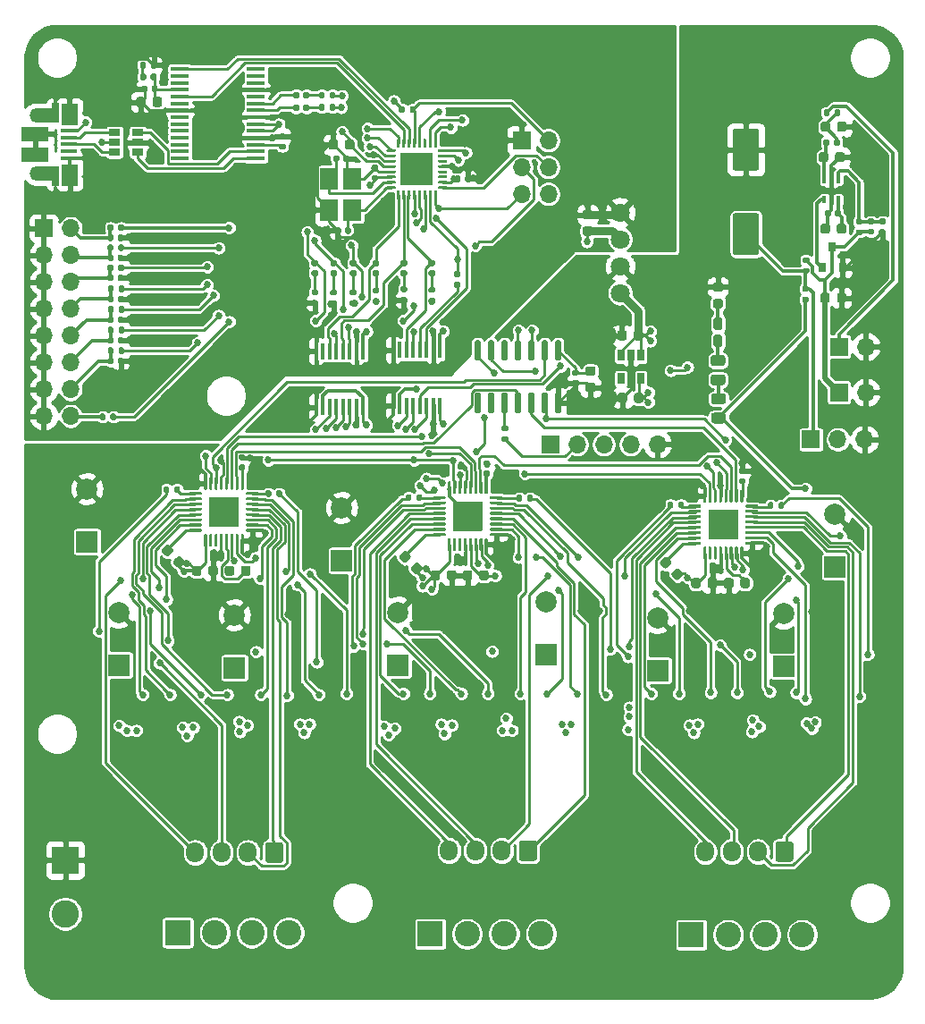
<source format=gtl>
G04 #@! TF.GenerationSoftware,KiCad,Pcbnew,5.1.8*
G04 #@! TF.CreationDate,2021-01-21T07:56:40-05:00*
G04 #@! TF.ProjectId,cnc-controller,636e632d-636f-46e7-9472-6f6c6c65722e,rev?*
G04 #@! TF.SameCoordinates,Original*
G04 #@! TF.FileFunction,Copper,L1,Top*
G04 #@! TF.FilePolarity,Positive*
%FSLAX46Y46*%
G04 Gerber Fmt 4.6, Leading zero omitted, Abs format (unit mm)*
G04 Created by KiCad (PCBNEW 5.1.8) date 2021-01-21 07:56:40*
%MOMM*%
%LPD*%
G01*
G04 APERTURE LIST*
G04 #@! TA.AperFunction,ComponentPad*
%ADD10C,2.400000*%
G04 #@! TD*
G04 #@! TA.AperFunction,ComponentPad*
%ADD11R,2.400000X2.400000*%
G04 #@! TD*
G04 #@! TA.AperFunction,ComponentPad*
%ADD12O,1.700000X1.950000*%
G04 #@! TD*
G04 #@! TA.AperFunction,SMDPad,CuDef*
%ADD13R,1.725000X2.100000*%
G04 #@! TD*
G04 #@! TA.AperFunction,SMDPad,CuDef*
%ADD14R,0.400000X0.650000*%
G04 #@! TD*
G04 #@! TA.AperFunction,SMDPad,CuDef*
%ADD15R,0.650000X1.060000*%
G04 #@! TD*
G04 #@! TA.AperFunction,SMDPad,CuDef*
%ADD16R,0.410000X1.600000*%
G04 #@! TD*
G04 #@! TA.AperFunction,ComponentPad*
%ADD17C,1.800000*%
G04 #@! TD*
G04 #@! TA.AperFunction,SMDPad,CuDef*
%ADD18R,1.750000X0.450000*%
G04 #@! TD*
G04 #@! TA.AperFunction,SMDPad,CuDef*
%ADD19R,1.060000X0.650000*%
G04 #@! TD*
G04 #@! TA.AperFunction,SMDPad,CuDef*
%ADD20R,3.100000X3.100000*%
G04 #@! TD*
G04 #@! TA.AperFunction,SMDPad,CuDef*
%ADD21R,0.800000X0.900000*%
G04 #@! TD*
G04 #@! TA.AperFunction,ComponentPad*
%ADD22O,1.700000X1.700000*%
G04 #@! TD*
G04 #@! TA.AperFunction,ComponentPad*
%ADD23R,1.700000X1.700000*%
G04 #@! TD*
G04 #@! TA.AperFunction,ComponentPad*
%ADD24C,2.600000*%
G04 #@! TD*
G04 #@! TA.AperFunction,ComponentPad*
%ADD25R,2.600000X2.600000*%
G04 #@! TD*
G04 #@! TA.AperFunction,SMDPad,CuDef*
%ADD26R,2.500000X1.430000*%
G04 #@! TD*
G04 #@! TA.AperFunction,ComponentPad*
%ADD27O,1.700000X1.350000*%
G04 #@! TD*
G04 #@! TA.AperFunction,ComponentPad*
%ADD28O,1.500000X1.100000*%
G04 #@! TD*
G04 #@! TA.AperFunction,SMDPad,CuDef*
%ADD29R,1.650000X0.400000*%
G04 #@! TD*
G04 #@! TA.AperFunction,SMDPad,CuDef*
%ADD30R,1.500000X2.000000*%
G04 #@! TD*
G04 #@! TA.AperFunction,SMDPad,CuDef*
%ADD31R,0.700000X1.825000*%
G04 #@! TD*
G04 #@! TA.AperFunction,SMDPad,CuDef*
%ADD32R,2.000000X1.350000*%
G04 #@! TD*
G04 #@! TA.AperFunction,ComponentPad*
%ADD33C,2.000000*%
G04 #@! TD*
G04 #@! TA.AperFunction,ComponentPad*
%ADD34R,2.000000X2.000000*%
G04 #@! TD*
G04 #@! TA.AperFunction,ViaPad*
%ADD35C,0.685800*%
G04 #@! TD*
G04 #@! TA.AperFunction,Conductor*
%ADD36C,0.250000*%
G04 #@! TD*
G04 #@! TA.AperFunction,Conductor*
%ADD37C,0.750000*%
G04 #@! TD*
G04 #@! TA.AperFunction,Conductor*
%ADD38C,0.300000*%
G04 #@! TD*
G04 #@! TA.AperFunction,Conductor*
%ADD39C,0.500000*%
G04 #@! TD*
G04 #@! TA.AperFunction,Conductor*
%ADD40C,0.254000*%
G04 #@! TD*
G04 #@! TA.AperFunction,Conductor*
%ADD41C,0.100000*%
G04 #@! TD*
G04 APERTURE END LIST*
G04 #@! TA.AperFunction,SMDPad,CuDef*
G36*
G01*
X53662500Y-120730000D02*
X53317500Y-120730000D01*
G75*
G02*
X53170000Y-120582500I0J147500D01*
G01*
X53170000Y-120287500D01*
G75*
G02*
X53317500Y-120140000I147500J0D01*
G01*
X53662500Y-120140000D01*
G75*
G02*
X53810000Y-120287500I0J-147500D01*
G01*
X53810000Y-120582500D01*
G75*
G02*
X53662500Y-120730000I-147500J0D01*
G01*
G37*
G04 #@! TD.AperFunction*
G04 #@! TA.AperFunction,SMDPad,CuDef*
G36*
G01*
X53662500Y-121700000D02*
X53317500Y-121700000D01*
G75*
G02*
X53170000Y-121552500I0J147500D01*
G01*
X53170000Y-121257500D01*
G75*
G02*
X53317500Y-121110000I147500J0D01*
G01*
X53662500Y-121110000D01*
G75*
G02*
X53810000Y-121257500I0J-147500D01*
G01*
X53810000Y-121552500D01*
G75*
G02*
X53662500Y-121700000I-147500J0D01*
G01*
G37*
G04 #@! TD.AperFunction*
G04 #@! TA.AperFunction,SMDPad,CuDef*
G36*
G01*
X51012500Y-120730000D02*
X50667500Y-120730000D01*
G75*
G02*
X50520000Y-120582500I0J147500D01*
G01*
X50520000Y-120287500D01*
G75*
G02*
X50667500Y-120140000I147500J0D01*
G01*
X51012500Y-120140000D01*
G75*
G02*
X51160000Y-120287500I0J-147500D01*
G01*
X51160000Y-120582500D01*
G75*
G02*
X51012500Y-120730000I-147500J0D01*
G01*
G37*
G04 #@! TD.AperFunction*
G04 #@! TA.AperFunction,SMDPad,CuDef*
G36*
G01*
X51012500Y-121700000D02*
X50667500Y-121700000D01*
G75*
G02*
X50520000Y-121552500I0J147500D01*
G01*
X50520000Y-121257500D01*
G75*
G02*
X50667500Y-121110000I147500J0D01*
G01*
X51012500Y-121110000D01*
G75*
G02*
X51160000Y-121257500I0J-147500D01*
G01*
X51160000Y-121552500D01*
G75*
G02*
X51012500Y-121700000I-147500J0D01*
G01*
G37*
G04 #@! TD.AperFunction*
G04 #@! TA.AperFunction,SMDPad,CuDef*
G36*
G01*
X48362500Y-120730000D02*
X48017500Y-120730000D01*
G75*
G02*
X47870000Y-120582500I0J147500D01*
G01*
X47870000Y-120287500D01*
G75*
G02*
X48017500Y-120140000I147500J0D01*
G01*
X48362500Y-120140000D01*
G75*
G02*
X48510000Y-120287500I0J-147500D01*
G01*
X48510000Y-120582500D01*
G75*
G02*
X48362500Y-120730000I-147500J0D01*
G01*
G37*
G04 #@! TD.AperFunction*
G04 #@! TA.AperFunction,SMDPad,CuDef*
G36*
G01*
X48362500Y-121700000D02*
X48017500Y-121700000D01*
G75*
G02*
X47870000Y-121552500I0J147500D01*
G01*
X47870000Y-121257500D01*
G75*
G02*
X48017500Y-121110000I147500J0D01*
G01*
X48362500Y-121110000D01*
G75*
G02*
X48510000Y-121257500I0J-147500D01*
G01*
X48510000Y-121552500D01*
G75*
G02*
X48362500Y-121700000I-147500J0D01*
G01*
G37*
G04 #@! TD.AperFunction*
G04 #@! TA.AperFunction,SMDPad,CuDef*
G36*
G01*
X46222500Y-120730000D02*
X45877500Y-120730000D01*
G75*
G02*
X45730000Y-120582500I0J147500D01*
G01*
X45730000Y-120287500D01*
G75*
G02*
X45877500Y-120140000I147500J0D01*
G01*
X46222500Y-120140000D01*
G75*
G02*
X46370000Y-120287500I0J-147500D01*
G01*
X46370000Y-120582500D01*
G75*
G02*
X46222500Y-120730000I-147500J0D01*
G01*
G37*
G04 #@! TD.AperFunction*
G04 #@! TA.AperFunction,SMDPad,CuDef*
G36*
G01*
X46222500Y-121700000D02*
X45877500Y-121700000D01*
G75*
G02*
X45730000Y-121552500I0J147500D01*
G01*
X45730000Y-121257500D01*
G75*
G02*
X45877500Y-121110000I147500J0D01*
G01*
X46222500Y-121110000D01*
G75*
G02*
X46370000Y-121257500I0J-147500D01*
G01*
X46370000Y-121552500D01*
G75*
G02*
X46222500Y-121700000I-147500J0D01*
G01*
G37*
G04 #@! TD.AperFunction*
G04 #@! TA.AperFunction,SMDPad,CuDef*
G36*
G01*
X44372500Y-120730000D02*
X44027500Y-120730000D01*
G75*
G02*
X43880000Y-120582500I0J147500D01*
G01*
X43880000Y-120287500D01*
G75*
G02*
X44027500Y-120140000I147500J0D01*
G01*
X44372500Y-120140000D01*
G75*
G02*
X44520000Y-120287500I0J-147500D01*
G01*
X44520000Y-120582500D01*
G75*
G02*
X44372500Y-120730000I-147500J0D01*
G01*
G37*
G04 #@! TD.AperFunction*
G04 #@! TA.AperFunction,SMDPad,CuDef*
G36*
G01*
X44372500Y-121700000D02*
X44027500Y-121700000D01*
G75*
G02*
X43880000Y-121552500I0J147500D01*
G01*
X43880000Y-121257500D01*
G75*
G02*
X44027500Y-121110000I147500J0D01*
G01*
X44372500Y-121110000D01*
G75*
G02*
X44520000Y-121257500I0J-147500D01*
G01*
X44520000Y-121552500D01*
G75*
G02*
X44372500Y-121700000I-147500J0D01*
G01*
G37*
G04 #@! TD.AperFunction*
G04 #@! TA.AperFunction,SMDPad,CuDef*
G36*
G01*
X42582500Y-120730000D02*
X42237500Y-120730000D01*
G75*
G02*
X42090000Y-120582500I0J147500D01*
G01*
X42090000Y-120287500D01*
G75*
G02*
X42237500Y-120140000I147500J0D01*
G01*
X42582500Y-120140000D01*
G75*
G02*
X42730000Y-120287500I0J-147500D01*
G01*
X42730000Y-120582500D01*
G75*
G02*
X42582500Y-120730000I-147500J0D01*
G01*
G37*
G04 #@! TD.AperFunction*
G04 #@! TA.AperFunction,SMDPad,CuDef*
G36*
G01*
X42582500Y-121700000D02*
X42237500Y-121700000D01*
G75*
G02*
X42090000Y-121552500I0J147500D01*
G01*
X42090000Y-121257500D01*
G75*
G02*
X42237500Y-121110000I147500J0D01*
G01*
X42582500Y-121110000D01*
G75*
G02*
X42730000Y-121257500I0J-147500D01*
G01*
X42730000Y-121552500D01*
G75*
G02*
X42582500Y-121700000I-147500J0D01*
G01*
G37*
G04 #@! TD.AperFunction*
G04 #@! TA.AperFunction,SMDPad,CuDef*
G36*
G01*
X41310000Y-105912500D02*
X41310000Y-105567500D01*
G75*
G02*
X41457500Y-105420000I147500J0D01*
G01*
X41752500Y-105420000D01*
G75*
G02*
X41900000Y-105567500I0J-147500D01*
G01*
X41900000Y-105912500D01*
G75*
G02*
X41752500Y-106060000I-147500J0D01*
G01*
X41457500Y-106060000D01*
G75*
G02*
X41310000Y-105912500I0J147500D01*
G01*
G37*
G04 #@! TD.AperFunction*
G04 #@! TA.AperFunction,SMDPad,CuDef*
G36*
G01*
X40340000Y-105912500D02*
X40340000Y-105567500D01*
G75*
G02*
X40487500Y-105420000I147500J0D01*
G01*
X40782500Y-105420000D01*
G75*
G02*
X40930000Y-105567500I0J-147500D01*
G01*
X40930000Y-105912500D01*
G75*
G02*
X40782500Y-106060000I-147500J0D01*
G01*
X40487500Y-106060000D01*
G75*
G02*
X40340000Y-105912500I0J147500D01*
G01*
G37*
G04 #@! TD.AperFunction*
G04 #@! TA.AperFunction,SMDPad,CuDef*
G36*
G01*
X41320000Y-104722500D02*
X41320000Y-104377500D01*
G75*
G02*
X41467500Y-104230000I147500J0D01*
G01*
X41762500Y-104230000D01*
G75*
G02*
X41910000Y-104377500I0J-147500D01*
G01*
X41910000Y-104722500D01*
G75*
G02*
X41762500Y-104870000I-147500J0D01*
G01*
X41467500Y-104870000D01*
G75*
G02*
X41320000Y-104722500I0J147500D01*
G01*
G37*
G04 #@! TD.AperFunction*
G04 #@! TA.AperFunction,SMDPad,CuDef*
G36*
G01*
X40350000Y-104722500D02*
X40350000Y-104377500D01*
G75*
G02*
X40497500Y-104230000I147500J0D01*
G01*
X40792500Y-104230000D01*
G75*
G02*
X40940000Y-104377500I0J-147500D01*
G01*
X40940000Y-104722500D01*
G75*
G02*
X40792500Y-104870000I-147500J0D01*
G01*
X40497500Y-104870000D01*
G75*
G02*
X40350000Y-104722500I0J147500D01*
G01*
G37*
G04 #@! TD.AperFunction*
G04 #@! TA.AperFunction,SMDPad,CuDef*
G36*
G01*
X26830000Y-103002500D02*
X26830000Y-102657500D01*
G75*
G02*
X26977500Y-102510000I147500J0D01*
G01*
X27272500Y-102510000D01*
G75*
G02*
X27420000Y-102657500I0J-147500D01*
G01*
X27420000Y-103002500D01*
G75*
G02*
X27272500Y-103150000I-147500J0D01*
G01*
X26977500Y-103150000D01*
G75*
G02*
X26830000Y-103002500I0J147500D01*
G01*
G37*
G04 #@! TD.AperFunction*
G04 #@! TA.AperFunction,SMDPad,CuDef*
G36*
G01*
X25860000Y-103002500D02*
X25860000Y-102657500D01*
G75*
G02*
X26007500Y-102510000I147500J0D01*
G01*
X26302500Y-102510000D01*
G75*
G02*
X26450000Y-102657500I0J-147500D01*
G01*
X26450000Y-103002500D01*
G75*
G02*
X26302500Y-103150000I-147500J0D01*
G01*
X26007500Y-103150000D01*
G75*
G02*
X25860000Y-103002500I0J147500D01*
G01*
G37*
G04 #@! TD.AperFunction*
G04 #@! TA.AperFunction,SMDPad,CuDef*
G36*
G01*
X53880000Y-126720000D02*
X53880000Y-127060000D01*
G75*
G02*
X53740000Y-127200000I-140000J0D01*
G01*
X53460000Y-127200000D01*
G75*
G02*
X53320000Y-127060000I0J140000D01*
G01*
X53320000Y-126720000D01*
G75*
G02*
X53460000Y-126580000I140000J0D01*
G01*
X53740000Y-126580000D01*
G75*
G02*
X53880000Y-126720000I0J-140000D01*
G01*
G37*
G04 #@! TD.AperFunction*
G04 #@! TA.AperFunction,SMDPad,CuDef*
G36*
G01*
X54840000Y-126720000D02*
X54840000Y-127060000D01*
G75*
G02*
X54700000Y-127200000I-140000J0D01*
G01*
X54420000Y-127200000D01*
G75*
G02*
X54280000Y-127060000I0J140000D01*
G01*
X54280000Y-126720000D01*
G75*
G02*
X54420000Y-126580000I140000J0D01*
G01*
X54700000Y-126580000D01*
G75*
G02*
X54840000Y-126720000I0J-140000D01*
G01*
G37*
G04 #@! TD.AperFunction*
D10*
X88570000Y-184040000D03*
X85070000Y-184040000D03*
X81570000Y-184040000D03*
D11*
X78070000Y-184040000D03*
D12*
X79392000Y-176168000D03*
X81892000Y-176168000D03*
X84392000Y-176168000D03*
G04 #@! TA.AperFunction,ComponentPad*
G36*
G01*
X87742000Y-175443000D02*
X87742000Y-176893000D01*
G75*
G02*
X87492000Y-177143000I-250000J0D01*
G01*
X86292000Y-177143000D01*
G75*
G02*
X86042000Y-176893000I0J250000D01*
G01*
X86042000Y-175443000D01*
G75*
G02*
X86292000Y-175193000I250000J0D01*
G01*
X87492000Y-175193000D01*
G75*
G02*
X87742000Y-175443000I0J-250000D01*
G01*
G37*
G04 #@! TD.AperFunction*
D13*
X45957500Y-112500000D03*
X45957500Y-115400000D03*
X43782500Y-115400000D03*
X43782500Y-112500000D03*
G04 #@! TA.AperFunction,SMDPad,CuDef*
G36*
G01*
X55556000Y-143000000D02*
X58244000Y-143000000D01*
G75*
G02*
X58300000Y-143056000I0J-56000D01*
G01*
X58300000Y-145744000D01*
G75*
G02*
X58244000Y-145800000I-56000J0D01*
G01*
X55556000Y-145800000D01*
G75*
G02*
X55500000Y-145744000I0J56000D01*
G01*
X55500000Y-143056000D01*
G75*
G02*
X55556000Y-143000000I56000J0D01*
G01*
G37*
G04 #@! TD.AperFunction*
G04 #@! TA.AperFunction,SMDPad,CuDef*
G36*
G01*
X60200000Y-146080000D02*
X60200000Y-146220000D01*
G75*
G02*
X60130000Y-146290000I-70000J0D01*
G01*
X59070000Y-146290000D01*
G75*
G02*
X59000000Y-146220000I0J70000D01*
G01*
X59000000Y-146080000D01*
G75*
G02*
X59070000Y-146010000I70000J0D01*
G01*
X60130000Y-146010000D01*
G75*
G02*
X60200000Y-146080000I0J-70000D01*
G01*
G37*
G04 #@! TD.AperFunction*
G04 #@! TA.AperFunction,SMDPad,CuDef*
G36*
G01*
X60200000Y-145580000D02*
X60200000Y-145720000D01*
G75*
G02*
X60130000Y-145790000I-70000J0D01*
G01*
X59070000Y-145790000D01*
G75*
G02*
X59000000Y-145720000I0J70000D01*
G01*
X59000000Y-145580000D01*
G75*
G02*
X59070000Y-145510000I70000J0D01*
G01*
X60130000Y-145510000D01*
G75*
G02*
X60200000Y-145580000I0J-70000D01*
G01*
G37*
G04 #@! TD.AperFunction*
G04 #@! TA.AperFunction,SMDPad,CuDef*
G36*
G01*
X60200000Y-145080000D02*
X60200000Y-145220000D01*
G75*
G02*
X60130000Y-145290000I-70000J0D01*
G01*
X59070000Y-145290000D01*
G75*
G02*
X59000000Y-145220000I0J70000D01*
G01*
X59000000Y-145080000D01*
G75*
G02*
X59070000Y-145010000I70000J0D01*
G01*
X60130000Y-145010000D01*
G75*
G02*
X60200000Y-145080000I0J-70000D01*
G01*
G37*
G04 #@! TD.AperFunction*
G04 #@! TA.AperFunction,SMDPad,CuDef*
G36*
G01*
X60200000Y-144580000D02*
X60200000Y-144720000D01*
G75*
G02*
X60130000Y-144790000I-70000J0D01*
G01*
X59070000Y-144790000D01*
G75*
G02*
X59000000Y-144720000I0J70000D01*
G01*
X59000000Y-144580000D01*
G75*
G02*
X59070000Y-144510000I70000J0D01*
G01*
X60130000Y-144510000D01*
G75*
G02*
X60200000Y-144580000I0J-70000D01*
G01*
G37*
G04 #@! TD.AperFunction*
G04 #@! TA.AperFunction,SMDPad,CuDef*
G36*
G01*
X60200000Y-144080000D02*
X60200000Y-144220000D01*
G75*
G02*
X60130000Y-144290000I-70000J0D01*
G01*
X59070000Y-144290000D01*
G75*
G02*
X59000000Y-144220000I0J70000D01*
G01*
X59000000Y-144080000D01*
G75*
G02*
X59070000Y-144010000I70000J0D01*
G01*
X60130000Y-144010000D01*
G75*
G02*
X60200000Y-144080000I0J-70000D01*
G01*
G37*
G04 #@! TD.AperFunction*
G04 #@! TA.AperFunction,SMDPad,CuDef*
G36*
G01*
X60200000Y-143580000D02*
X60200000Y-143720000D01*
G75*
G02*
X60130000Y-143790000I-70000J0D01*
G01*
X59070000Y-143790000D01*
G75*
G02*
X59000000Y-143720000I0J70000D01*
G01*
X59000000Y-143580000D01*
G75*
G02*
X59070000Y-143510000I70000J0D01*
G01*
X60130000Y-143510000D01*
G75*
G02*
X60200000Y-143580000I0J-70000D01*
G01*
G37*
G04 #@! TD.AperFunction*
G04 #@! TA.AperFunction,SMDPad,CuDef*
G36*
G01*
X60200000Y-143080000D02*
X60200000Y-143220000D01*
G75*
G02*
X60130000Y-143290000I-70000J0D01*
G01*
X59070000Y-143290000D01*
G75*
G02*
X59000000Y-143220000I0J70000D01*
G01*
X59000000Y-143080000D01*
G75*
G02*
X59070000Y-143010000I70000J0D01*
G01*
X60130000Y-143010000D01*
G75*
G02*
X60200000Y-143080000I0J-70000D01*
G01*
G37*
G04 #@! TD.AperFunction*
G04 #@! TA.AperFunction,SMDPad,CuDef*
G36*
G01*
X60200000Y-142580000D02*
X60200000Y-142720000D01*
G75*
G02*
X60130000Y-142790000I-70000J0D01*
G01*
X59070000Y-142790000D01*
G75*
G02*
X59000000Y-142720000I0J70000D01*
G01*
X59000000Y-142580000D01*
G75*
G02*
X59070000Y-142510000I70000J0D01*
G01*
X60130000Y-142510000D01*
G75*
G02*
X60200000Y-142580000I0J-70000D01*
G01*
G37*
G04 #@! TD.AperFunction*
G04 #@! TA.AperFunction,SMDPad,CuDef*
G36*
G01*
X58580000Y-141100000D02*
X58720000Y-141100000D01*
G75*
G02*
X58790000Y-141170000I0J-70000D01*
G01*
X58790000Y-142230000D01*
G75*
G02*
X58720000Y-142300000I-70000J0D01*
G01*
X58580000Y-142300000D01*
G75*
G02*
X58510000Y-142230000I0J70000D01*
G01*
X58510000Y-141170000D01*
G75*
G02*
X58580000Y-141100000I70000J0D01*
G01*
G37*
G04 #@! TD.AperFunction*
G04 #@! TA.AperFunction,SMDPad,CuDef*
G36*
G01*
X58080000Y-141100000D02*
X58220000Y-141100000D01*
G75*
G02*
X58290000Y-141170000I0J-70000D01*
G01*
X58290000Y-142230000D01*
G75*
G02*
X58220000Y-142300000I-70000J0D01*
G01*
X58080000Y-142300000D01*
G75*
G02*
X58010000Y-142230000I0J70000D01*
G01*
X58010000Y-141170000D01*
G75*
G02*
X58080000Y-141100000I70000J0D01*
G01*
G37*
G04 #@! TD.AperFunction*
G04 #@! TA.AperFunction,SMDPad,CuDef*
G36*
G01*
X57580000Y-141100000D02*
X57720000Y-141100000D01*
G75*
G02*
X57790000Y-141170000I0J-70000D01*
G01*
X57790000Y-142230000D01*
G75*
G02*
X57720000Y-142300000I-70000J0D01*
G01*
X57580000Y-142300000D01*
G75*
G02*
X57510000Y-142230000I0J70000D01*
G01*
X57510000Y-141170000D01*
G75*
G02*
X57580000Y-141100000I70000J0D01*
G01*
G37*
G04 #@! TD.AperFunction*
G04 #@! TA.AperFunction,SMDPad,CuDef*
G36*
G01*
X57080000Y-141100000D02*
X57220000Y-141100000D01*
G75*
G02*
X57290000Y-141170000I0J-70000D01*
G01*
X57290000Y-142230000D01*
G75*
G02*
X57220000Y-142300000I-70000J0D01*
G01*
X57080000Y-142300000D01*
G75*
G02*
X57010000Y-142230000I0J70000D01*
G01*
X57010000Y-141170000D01*
G75*
G02*
X57080000Y-141100000I70000J0D01*
G01*
G37*
G04 #@! TD.AperFunction*
G04 #@! TA.AperFunction,SMDPad,CuDef*
G36*
G01*
X56580000Y-141100000D02*
X56720000Y-141100000D01*
G75*
G02*
X56790000Y-141170000I0J-70000D01*
G01*
X56790000Y-142230000D01*
G75*
G02*
X56720000Y-142300000I-70000J0D01*
G01*
X56580000Y-142300000D01*
G75*
G02*
X56510000Y-142230000I0J70000D01*
G01*
X56510000Y-141170000D01*
G75*
G02*
X56580000Y-141100000I70000J0D01*
G01*
G37*
G04 #@! TD.AperFunction*
G04 #@! TA.AperFunction,SMDPad,CuDef*
G36*
G01*
X56080000Y-141100000D02*
X56220000Y-141100000D01*
G75*
G02*
X56290000Y-141170000I0J-70000D01*
G01*
X56290000Y-142230000D01*
G75*
G02*
X56220000Y-142300000I-70000J0D01*
G01*
X56080000Y-142300000D01*
G75*
G02*
X56010000Y-142230000I0J70000D01*
G01*
X56010000Y-141170000D01*
G75*
G02*
X56080000Y-141100000I70000J0D01*
G01*
G37*
G04 #@! TD.AperFunction*
G04 #@! TA.AperFunction,SMDPad,CuDef*
G36*
G01*
X55580000Y-141100000D02*
X55720000Y-141100000D01*
G75*
G02*
X55790000Y-141170000I0J-70000D01*
G01*
X55790000Y-142230000D01*
G75*
G02*
X55720000Y-142300000I-70000J0D01*
G01*
X55580000Y-142300000D01*
G75*
G02*
X55510000Y-142230000I0J70000D01*
G01*
X55510000Y-141170000D01*
G75*
G02*
X55580000Y-141100000I70000J0D01*
G01*
G37*
G04 #@! TD.AperFunction*
G04 #@! TA.AperFunction,SMDPad,CuDef*
G36*
G01*
X55080000Y-141100000D02*
X55220000Y-141100000D01*
G75*
G02*
X55290000Y-141170000I0J-70000D01*
G01*
X55290000Y-142230000D01*
G75*
G02*
X55220000Y-142300000I-70000J0D01*
G01*
X55080000Y-142300000D01*
G75*
G02*
X55010000Y-142230000I0J70000D01*
G01*
X55010000Y-141170000D01*
G75*
G02*
X55080000Y-141100000I70000J0D01*
G01*
G37*
G04 #@! TD.AperFunction*
G04 #@! TA.AperFunction,SMDPad,CuDef*
G36*
G01*
X53600000Y-142720000D02*
X53600000Y-142580000D01*
G75*
G02*
X53670000Y-142510000I70000J0D01*
G01*
X54730000Y-142510000D01*
G75*
G02*
X54800000Y-142580000I0J-70000D01*
G01*
X54800000Y-142720000D01*
G75*
G02*
X54730000Y-142790000I-70000J0D01*
G01*
X53670000Y-142790000D01*
G75*
G02*
X53600000Y-142720000I0J70000D01*
G01*
G37*
G04 #@! TD.AperFunction*
G04 #@! TA.AperFunction,SMDPad,CuDef*
G36*
G01*
X53600000Y-143220000D02*
X53600000Y-143080000D01*
G75*
G02*
X53670000Y-143010000I70000J0D01*
G01*
X54730000Y-143010000D01*
G75*
G02*
X54800000Y-143080000I0J-70000D01*
G01*
X54800000Y-143220000D01*
G75*
G02*
X54730000Y-143290000I-70000J0D01*
G01*
X53670000Y-143290000D01*
G75*
G02*
X53600000Y-143220000I0J70000D01*
G01*
G37*
G04 #@! TD.AperFunction*
G04 #@! TA.AperFunction,SMDPad,CuDef*
G36*
G01*
X53600000Y-143720000D02*
X53600000Y-143580000D01*
G75*
G02*
X53670000Y-143510000I70000J0D01*
G01*
X54730000Y-143510000D01*
G75*
G02*
X54800000Y-143580000I0J-70000D01*
G01*
X54800000Y-143720000D01*
G75*
G02*
X54730000Y-143790000I-70000J0D01*
G01*
X53670000Y-143790000D01*
G75*
G02*
X53600000Y-143720000I0J70000D01*
G01*
G37*
G04 #@! TD.AperFunction*
G04 #@! TA.AperFunction,SMDPad,CuDef*
G36*
G01*
X53600000Y-144220000D02*
X53600000Y-144080000D01*
G75*
G02*
X53670000Y-144010000I70000J0D01*
G01*
X54730000Y-144010000D01*
G75*
G02*
X54800000Y-144080000I0J-70000D01*
G01*
X54800000Y-144220000D01*
G75*
G02*
X54730000Y-144290000I-70000J0D01*
G01*
X53670000Y-144290000D01*
G75*
G02*
X53600000Y-144220000I0J70000D01*
G01*
G37*
G04 #@! TD.AperFunction*
G04 #@! TA.AperFunction,SMDPad,CuDef*
G36*
G01*
X53600000Y-144720000D02*
X53600000Y-144580000D01*
G75*
G02*
X53670000Y-144510000I70000J0D01*
G01*
X54730000Y-144510000D01*
G75*
G02*
X54800000Y-144580000I0J-70000D01*
G01*
X54800000Y-144720000D01*
G75*
G02*
X54730000Y-144790000I-70000J0D01*
G01*
X53670000Y-144790000D01*
G75*
G02*
X53600000Y-144720000I0J70000D01*
G01*
G37*
G04 #@! TD.AperFunction*
G04 #@! TA.AperFunction,SMDPad,CuDef*
G36*
G01*
X53600000Y-145220000D02*
X53600000Y-145080000D01*
G75*
G02*
X53670000Y-145010000I70000J0D01*
G01*
X54730000Y-145010000D01*
G75*
G02*
X54800000Y-145080000I0J-70000D01*
G01*
X54800000Y-145220000D01*
G75*
G02*
X54730000Y-145290000I-70000J0D01*
G01*
X53670000Y-145290000D01*
G75*
G02*
X53600000Y-145220000I0J70000D01*
G01*
G37*
G04 #@! TD.AperFunction*
G04 #@! TA.AperFunction,SMDPad,CuDef*
G36*
G01*
X53600000Y-145720000D02*
X53600000Y-145580000D01*
G75*
G02*
X53670000Y-145510000I70000J0D01*
G01*
X54730000Y-145510000D01*
G75*
G02*
X54800000Y-145580000I0J-70000D01*
G01*
X54800000Y-145720000D01*
G75*
G02*
X54730000Y-145790000I-70000J0D01*
G01*
X53670000Y-145790000D01*
G75*
G02*
X53600000Y-145720000I0J70000D01*
G01*
G37*
G04 #@! TD.AperFunction*
G04 #@! TA.AperFunction,SMDPad,CuDef*
G36*
G01*
X53600000Y-146220000D02*
X53600000Y-146080000D01*
G75*
G02*
X53670000Y-146010000I70000J0D01*
G01*
X54730000Y-146010000D01*
G75*
G02*
X54800000Y-146080000I0J-70000D01*
G01*
X54800000Y-146220000D01*
G75*
G02*
X54730000Y-146290000I-70000J0D01*
G01*
X53670000Y-146290000D01*
G75*
G02*
X53600000Y-146220000I0J70000D01*
G01*
G37*
G04 #@! TD.AperFunction*
G04 #@! TA.AperFunction,SMDPad,CuDef*
G36*
G01*
X55080000Y-146500000D02*
X55220000Y-146500000D01*
G75*
G02*
X55290000Y-146570000I0J-70000D01*
G01*
X55290000Y-147630000D01*
G75*
G02*
X55220000Y-147700000I-70000J0D01*
G01*
X55080000Y-147700000D01*
G75*
G02*
X55010000Y-147630000I0J70000D01*
G01*
X55010000Y-146570000D01*
G75*
G02*
X55080000Y-146500000I70000J0D01*
G01*
G37*
G04 #@! TD.AperFunction*
G04 #@! TA.AperFunction,SMDPad,CuDef*
G36*
G01*
X55580000Y-146500000D02*
X55720000Y-146500000D01*
G75*
G02*
X55790000Y-146570000I0J-70000D01*
G01*
X55790000Y-147630000D01*
G75*
G02*
X55720000Y-147700000I-70000J0D01*
G01*
X55580000Y-147700000D01*
G75*
G02*
X55510000Y-147630000I0J70000D01*
G01*
X55510000Y-146570000D01*
G75*
G02*
X55580000Y-146500000I70000J0D01*
G01*
G37*
G04 #@! TD.AperFunction*
G04 #@! TA.AperFunction,SMDPad,CuDef*
G36*
G01*
X56080000Y-146500000D02*
X56220000Y-146500000D01*
G75*
G02*
X56290000Y-146570000I0J-70000D01*
G01*
X56290000Y-147630000D01*
G75*
G02*
X56220000Y-147700000I-70000J0D01*
G01*
X56080000Y-147700000D01*
G75*
G02*
X56010000Y-147630000I0J70000D01*
G01*
X56010000Y-146570000D01*
G75*
G02*
X56080000Y-146500000I70000J0D01*
G01*
G37*
G04 #@! TD.AperFunction*
G04 #@! TA.AperFunction,SMDPad,CuDef*
G36*
G01*
X56580000Y-146500000D02*
X56720000Y-146500000D01*
G75*
G02*
X56790000Y-146570000I0J-70000D01*
G01*
X56790000Y-147630000D01*
G75*
G02*
X56720000Y-147700000I-70000J0D01*
G01*
X56580000Y-147700000D01*
G75*
G02*
X56510000Y-147630000I0J70000D01*
G01*
X56510000Y-146570000D01*
G75*
G02*
X56580000Y-146500000I70000J0D01*
G01*
G37*
G04 #@! TD.AperFunction*
G04 #@! TA.AperFunction,SMDPad,CuDef*
G36*
G01*
X57080000Y-146500000D02*
X57220000Y-146500000D01*
G75*
G02*
X57290000Y-146570000I0J-70000D01*
G01*
X57290000Y-147630000D01*
G75*
G02*
X57220000Y-147700000I-70000J0D01*
G01*
X57080000Y-147700000D01*
G75*
G02*
X57010000Y-147630000I0J70000D01*
G01*
X57010000Y-146570000D01*
G75*
G02*
X57080000Y-146500000I70000J0D01*
G01*
G37*
G04 #@! TD.AperFunction*
G04 #@! TA.AperFunction,SMDPad,CuDef*
G36*
G01*
X57580000Y-146500000D02*
X57720000Y-146500000D01*
G75*
G02*
X57790000Y-146570000I0J-70000D01*
G01*
X57790000Y-147630000D01*
G75*
G02*
X57720000Y-147700000I-70000J0D01*
G01*
X57580000Y-147700000D01*
G75*
G02*
X57510000Y-147630000I0J70000D01*
G01*
X57510000Y-146570000D01*
G75*
G02*
X57580000Y-146500000I70000J0D01*
G01*
G37*
G04 #@! TD.AperFunction*
G04 #@! TA.AperFunction,SMDPad,CuDef*
G36*
G01*
X58080000Y-146500000D02*
X58220000Y-146500000D01*
G75*
G02*
X58290000Y-146570000I0J-70000D01*
G01*
X58290000Y-147630000D01*
G75*
G02*
X58220000Y-147700000I-70000J0D01*
G01*
X58080000Y-147700000D01*
G75*
G02*
X58010000Y-147630000I0J70000D01*
G01*
X58010000Y-146570000D01*
G75*
G02*
X58080000Y-146500000I70000J0D01*
G01*
G37*
G04 #@! TD.AperFunction*
G04 #@! TA.AperFunction,SMDPad,CuDef*
G36*
G01*
X58580000Y-146500000D02*
X58720000Y-146500000D01*
G75*
G02*
X58790000Y-146570000I0J-70000D01*
G01*
X58790000Y-147630000D01*
G75*
G02*
X58720000Y-147700000I-70000J0D01*
G01*
X58580000Y-147700000D01*
G75*
G02*
X58510000Y-147630000I0J70000D01*
G01*
X58510000Y-146570000D01*
G75*
G02*
X58580000Y-146500000I70000J0D01*
G01*
G37*
G04 #@! TD.AperFunction*
G04 #@! TA.AperFunction,SMDPad,CuDef*
G36*
G01*
X79756000Y-143800000D02*
X82444000Y-143800000D01*
G75*
G02*
X82500000Y-143856000I0J-56000D01*
G01*
X82500000Y-146544000D01*
G75*
G02*
X82444000Y-146600000I-56000J0D01*
G01*
X79756000Y-146600000D01*
G75*
G02*
X79700000Y-146544000I0J56000D01*
G01*
X79700000Y-143856000D01*
G75*
G02*
X79756000Y-143800000I56000J0D01*
G01*
G37*
G04 #@! TD.AperFunction*
G04 #@! TA.AperFunction,SMDPad,CuDef*
G36*
G01*
X84400000Y-146880000D02*
X84400000Y-147020000D01*
G75*
G02*
X84330000Y-147090000I-70000J0D01*
G01*
X83270000Y-147090000D01*
G75*
G02*
X83200000Y-147020000I0J70000D01*
G01*
X83200000Y-146880000D01*
G75*
G02*
X83270000Y-146810000I70000J0D01*
G01*
X84330000Y-146810000D01*
G75*
G02*
X84400000Y-146880000I0J-70000D01*
G01*
G37*
G04 #@! TD.AperFunction*
G04 #@! TA.AperFunction,SMDPad,CuDef*
G36*
G01*
X84400000Y-146380000D02*
X84400000Y-146520000D01*
G75*
G02*
X84330000Y-146590000I-70000J0D01*
G01*
X83270000Y-146590000D01*
G75*
G02*
X83200000Y-146520000I0J70000D01*
G01*
X83200000Y-146380000D01*
G75*
G02*
X83270000Y-146310000I70000J0D01*
G01*
X84330000Y-146310000D01*
G75*
G02*
X84400000Y-146380000I0J-70000D01*
G01*
G37*
G04 #@! TD.AperFunction*
G04 #@! TA.AperFunction,SMDPad,CuDef*
G36*
G01*
X84400000Y-145880000D02*
X84400000Y-146020000D01*
G75*
G02*
X84330000Y-146090000I-70000J0D01*
G01*
X83270000Y-146090000D01*
G75*
G02*
X83200000Y-146020000I0J70000D01*
G01*
X83200000Y-145880000D01*
G75*
G02*
X83270000Y-145810000I70000J0D01*
G01*
X84330000Y-145810000D01*
G75*
G02*
X84400000Y-145880000I0J-70000D01*
G01*
G37*
G04 #@! TD.AperFunction*
G04 #@! TA.AperFunction,SMDPad,CuDef*
G36*
G01*
X84400000Y-145380000D02*
X84400000Y-145520000D01*
G75*
G02*
X84330000Y-145590000I-70000J0D01*
G01*
X83270000Y-145590000D01*
G75*
G02*
X83200000Y-145520000I0J70000D01*
G01*
X83200000Y-145380000D01*
G75*
G02*
X83270000Y-145310000I70000J0D01*
G01*
X84330000Y-145310000D01*
G75*
G02*
X84400000Y-145380000I0J-70000D01*
G01*
G37*
G04 #@! TD.AperFunction*
G04 #@! TA.AperFunction,SMDPad,CuDef*
G36*
G01*
X84400000Y-144880000D02*
X84400000Y-145020000D01*
G75*
G02*
X84330000Y-145090000I-70000J0D01*
G01*
X83270000Y-145090000D01*
G75*
G02*
X83200000Y-145020000I0J70000D01*
G01*
X83200000Y-144880000D01*
G75*
G02*
X83270000Y-144810000I70000J0D01*
G01*
X84330000Y-144810000D01*
G75*
G02*
X84400000Y-144880000I0J-70000D01*
G01*
G37*
G04 #@! TD.AperFunction*
G04 #@! TA.AperFunction,SMDPad,CuDef*
G36*
G01*
X84400000Y-144380000D02*
X84400000Y-144520000D01*
G75*
G02*
X84330000Y-144590000I-70000J0D01*
G01*
X83270000Y-144590000D01*
G75*
G02*
X83200000Y-144520000I0J70000D01*
G01*
X83200000Y-144380000D01*
G75*
G02*
X83270000Y-144310000I70000J0D01*
G01*
X84330000Y-144310000D01*
G75*
G02*
X84400000Y-144380000I0J-70000D01*
G01*
G37*
G04 #@! TD.AperFunction*
G04 #@! TA.AperFunction,SMDPad,CuDef*
G36*
G01*
X84400000Y-143880000D02*
X84400000Y-144020000D01*
G75*
G02*
X84330000Y-144090000I-70000J0D01*
G01*
X83270000Y-144090000D01*
G75*
G02*
X83200000Y-144020000I0J70000D01*
G01*
X83200000Y-143880000D01*
G75*
G02*
X83270000Y-143810000I70000J0D01*
G01*
X84330000Y-143810000D01*
G75*
G02*
X84400000Y-143880000I0J-70000D01*
G01*
G37*
G04 #@! TD.AperFunction*
G04 #@! TA.AperFunction,SMDPad,CuDef*
G36*
G01*
X84400000Y-143380000D02*
X84400000Y-143520000D01*
G75*
G02*
X84330000Y-143590000I-70000J0D01*
G01*
X83270000Y-143590000D01*
G75*
G02*
X83200000Y-143520000I0J70000D01*
G01*
X83200000Y-143380000D01*
G75*
G02*
X83270000Y-143310000I70000J0D01*
G01*
X84330000Y-143310000D01*
G75*
G02*
X84400000Y-143380000I0J-70000D01*
G01*
G37*
G04 #@! TD.AperFunction*
G04 #@! TA.AperFunction,SMDPad,CuDef*
G36*
G01*
X82780000Y-141900000D02*
X82920000Y-141900000D01*
G75*
G02*
X82990000Y-141970000I0J-70000D01*
G01*
X82990000Y-143030000D01*
G75*
G02*
X82920000Y-143100000I-70000J0D01*
G01*
X82780000Y-143100000D01*
G75*
G02*
X82710000Y-143030000I0J70000D01*
G01*
X82710000Y-141970000D01*
G75*
G02*
X82780000Y-141900000I70000J0D01*
G01*
G37*
G04 #@! TD.AperFunction*
G04 #@! TA.AperFunction,SMDPad,CuDef*
G36*
G01*
X82280000Y-141900000D02*
X82420000Y-141900000D01*
G75*
G02*
X82490000Y-141970000I0J-70000D01*
G01*
X82490000Y-143030000D01*
G75*
G02*
X82420000Y-143100000I-70000J0D01*
G01*
X82280000Y-143100000D01*
G75*
G02*
X82210000Y-143030000I0J70000D01*
G01*
X82210000Y-141970000D01*
G75*
G02*
X82280000Y-141900000I70000J0D01*
G01*
G37*
G04 #@! TD.AperFunction*
G04 #@! TA.AperFunction,SMDPad,CuDef*
G36*
G01*
X81780000Y-141900000D02*
X81920000Y-141900000D01*
G75*
G02*
X81990000Y-141970000I0J-70000D01*
G01*
X81990000Y-143030000D01*
G75*
G02*
X81920000Y-143100000I-70000J0D01*
G01*
X81780000Y-143100000D01*
G75*
G02*
X81710000Y-143030000I0J70000D01*
G01*
X81710000Y-141970000D01*
G75*
G02*
X81780000Y-141900000I70000J0D01*
G01*
G37*
G04 #@! TD.AperFunction*
G04 #@! TA.AperFunction,SMDPad,CuDef*
G36*
G01*
X81280000Y-141900000D02*
X81420000Y-141900000D01*
G75*
G02*
X81490000Y-141970000I0J-70000D01*
G01*
X81490000Y-143030000D01*
G75*
G02*
X81420000Y-143100000I-70000J0D01*
G01*
X81280000Y-143100000D01*
G75*
G02*
X81210000Y-143030000I0J70000D01*
G01*
X81210000Y-141970000D01*
G75*
G02*
X81280000Y-141900000I70000J0D01*
G01*
G37*
G04 #@! TD.AperFunction*
G04 #@! TA.AperFunction,SMDPad,CuDef*
G36*
G01*
X80780000Y-141900000D02*
X80920000Y-141900000D01*
G75*
G02*
X80990000Y-141970000I0J-70000D01*
G01*
X80990000Y-143030000D01*
G75*
G02*
X80920000Y-143100000I-70000J0D01*
G01*
X80780000Y-143100000D01*
G75*
G02*
X80710000Y-143030000I0J70000D01*
G01*
X80710000Y-141970000D01*
G75*
G02*
X80780000Y-141900000I70000J0D01*
G01*
G37*
G04 #@! TD.AperFunction*
G04 #@! TA.AperFunction,SMDPad,CuDef*
G36*
G01*
X80280000Y-141900000D02*
X80420000Y-141900000D01*
G75*
G02*
X80490000Y-141970000I0J-70000D01*
G01*
X80490000Y-143030000D01*
G75*
G02*
X80420000Y-143100000I-70000J0D01*
G01*
X80280000Y-143100000D01*
G75*
G02*
X80210000Y-143030000I0J70000D01*
G01*
X80210000Y-141970000D01*
G75*
G02*
X80280000Y-141900000I70000J0D01*
G01*
G37*
G04 #@! TD.AperFunction*
G04 #@! TA.AperFunction,SMDPad,CuDef*
G36*
G01*
X79780000Y-141900000D02*
X79920000Y-141900000D01*
G75*
G02*
X79990000Y-141970000I0J-70000D01*
G01*
X79990000Y-143030000D01*
G75*
G02*
X79920000Y-143100000I-70000J0D01*
G01*
X79780000Y-143100000D01*
G75*
G02*
X79710000Y-143030000I0J70000D01*
G01*
X79710000Y-141970000D01*
G75*
G02*
X79780000Y-141900000I70000J0D01*
G01*
G37*
G04 #@! TD.AperFunction*
G04 #@! TA.AperFunction,SMDPad,CuDef*
G36*
G01*
X79280000Y-141900000D02*
X79420000Y-141900000D01*
G75*
G02*
X79490000Y-141970000I0J-70000D01*
G01*
X79490000Y-143030000D01*
G75*
G02*
X79420000Y-143100000I-70000J0D01*
G01*
X79280000Y-143100000D01*
G75*
G02*
X79210000Y-143030000I0J70000D01*
G01*
X79210000Y-141970000D01*
G75*
G02*
X79280000Y-141900000I70000J0D01*
G01*
G37*
G04 #@! TD.AperFunction*
G04 #@! TA.AperFunction,SMDPad,CuDef*
G36*
G01*
X77800000Y-143520000D02*
X77800000Y-143380000D01*
G75*
G02*
X77870000Y-143310000I70000J0D01*
G01*
X78930000Y-143310000D01*
G75*
G02*
X79000000Y-143380000I0J-70000D01*
G01*
X79000000Y-143520000D01*
G75*
G02*
X78930000Y-143590000I-70000J0D01*
G01*
X77870000Y-143590000D01*
G75*
G02*
X77800000Y-143520000I0J70000D01*
G01*
G37*
G04 #@! TD.AperFunction*
G04 #@! TA.AperFunction,SMDPad,CuDef*
G36*
G01*
X77800000Y-144020000D02*
X77800000Y-143880000D01*
G75*
G02*
X77870000Y-143810000I70000J0D01*
G01*
X78930000Y-143810000D01*
G75*
G02*
X79000000Y-143880000I0J-70000D01*
G01*
X79000000Y-144020000D01*
G75*
G02*
X78930000Y-144090000I-70000J0D01*
G01*
X77870000Y-144090000D01*
G75*
G02*
X77800000Y-144020000I0J70000D01*
G01*
G37*
G04 #@! TD.AperFunction*
G04 #@! TA.AperFunction,SMDPad,CuDef*
G36*
G01*
X77800000Y-144520000D02*
X77800000Y-144380000D01*
G75*
G02*
X77870000Y-144310000I70000J0D01*
G01*
X78930000Y-144310000D01*
G75*
G02*
X79000000Y-144380000I0J-70000D01*
G01*
X79000000Y-144520000D01*
G75*
G02*
X78930000Y-144590000I-70000J0D01*
G01*
X77870000Y-144590000D01*
G75*
G02*
X77800000Y-144520000I0J70000D01*
G01*
G37*
G04 #@! TD.AperFunction*
G04 #@! TA.AperFunction,SMDPad,CuDef*
G36*
G01*
X77800000Y-145020000D02*
X77800000Y-144880000D01*
G75*
G02*
X77870000Y-144810000I70000J0D01*
G01*
X78930000Y-144810000D01*
G75*
G02*
X79000000Y-144880000I0J-70000D01*
G01*
X79000000Y-145020000D01*
G75*
G02*
X78930000Y-145090000I-70000J0D01*
G01*
X77870000Y-145090000D01*
G75*
G02*
X77800000Y-145020000I0J70000D01*
G01*
G37*
G04 #@! TD.AperFunction*
G04 #@! TA.AperFunction,SMDPad,CuDef*
G36*
G01*
X77800000Y-145520000D02*
X77800000Y-145380000D01*
G75*
G02*
X77870000Y-145310000I70000J0D01*
G01*
X78930000Y-145310000D01*
G75*
G02*
X79000000Y-145380000I0J-70000D01*
G01*
X79000000Y-145520000D01*
G75*
G02*
X78930000Y-145590000I-70000J0D01*
G01*
X77870000Y-145590000D01*
G75*
G02*
X77800000Y-145520000I0J70000D01*
G01*
G37*
G04 #@! TD.AperFunction*
G04 #@! TA.AperFunction,SMDPad,CuDef*
G36*
G01*
X77800000Y-146020000D02*
X77800000Y-145880000D01*
G75*
G02*
X77870000Y-145810000I70000J0D01*
G01*
X78930000Y-145810000D01*
G75*
G02*
X79000000Y-145880000I0J-70000D01*
G01*
X79000000Y-146020000D01*
G75*
G02*
X78930000Y-146090000I-70000J0D01*
G01*
X77870000Y-146090000D01*
G75*
G02*
X77800000Y-146020000I0J70000D01*
G01*
G37*
G04 #@! TD.AperFunction*
G04 #@! TA.AperFunction,SMDPad,CuDef*
G36*
G01*
X77800000Y-146520000D02*
X77800000Y-146380000D01*
G75*
G02*
X77870000Y-146310000I70000J0D01*
G01*
X78930000Y-146310000D01*
G75*
G02*
X79000000Y-146380000I0J-70000D01*
G01*
X79000000Y-146520000D01*
G75*
G02*
X78930000Y-146590000I-70000J0D01*
G01*
X77870000Y-146590000D01*
G75*
G02*
X77800000Y-146520000I0J70000D01*
G01*
G37*
G04 #@! TD.AperFunction*
G04 #@! TA.AperFunction,SMDPad,CuDef*
G36*
G01*
X77800000Y-147020000D02*
X77800000Y-146880000D01*
G75*
G02*
X77870000Y-146810000I70000J0D01*
G01*
X78930000Y-146810000D01*
G75*
G02*
X79000000Y-146880000I0J-70000D01*
G01*
X79000000Y-147020000D01*
G75*
G02*
X78930000Y-147090000I-70000J0D01*
G01*
X77870000Y-147090000D01*
G75*
G02*
X77800000Y-147020000I0J70000D01*
G01*
G37*
G04 #@! TD.AperFunction*
G04 #@! TA.AperFunction,SMDPad,CuDef*
G36*
G01*
X79280000Y-147300000D02*
X79420000Y-147300000D01*
G75*
G02*
X79490000Y-147370000I0J-70000D01*
G01*
X79490000Y-148430000D01*
G75*
G02*
X79420000Y-148500000I-70000J0D01*
G01*
X79280000Y-148500000D01*
G75*
G02*
X79210000Y-148430000I0J70000D01*
G01*
X79210000Y-147370000D01*
G75*
G02*
X79280000Y-147300000I70000J0D01*
G01*
G37*
G04 #@! TD.AperFunction*
G04 #@! TA.AperFunction,SMDPad,CuDef*
G36*
G01*
X79780000Y-147300000D02*
X79920000Y-147300000D01*
G75*
G02*
X79990000Y-147370000I0J-70000D01*
G01*
X79990000Y-148430000D01*
G75*
G02*
X79920000Y-148500000I-70000J0D01*
G01*
X79780000Y-148500000D01*
G75*
G02*
X79710000Y-148430000I0J70000D01*
G01*
X79710000Y-147370000D01*
G75*
G02*
X79780000Y-147300000I70000J0D01*
G01*
G37*
G04 #@! TD.AperFunction*
G04 #@! TA.AperFunction,SMDPad,CuDef*
G36*
G01*
X80280000Y-147300000D02*
X80420000Y-147300000D01*
G75*
G02*
X80490000Y-147370000I0J-70000D01*
G01*
X80490000Y-148430000D01*
G75*
G02*
X80420000Y-148500000I-70000J0D01*
G01*
X80280000Y-148500000D01*
G75*
G02*
X80210000Y-148430000I0J70000D01*
G01*
X80210000Y-147370000D01*
G75*
G02*
X80280000Y-147300000I70000J0D01*
G01*
G37*
G04 #@! TD.AperFunction*
G04 #@! TA.AperFunction,SMDPad,CuDef*
G36*
G01*
X80780000Y-147300000D02*
X80920000Y-147300000D01*
G75*
G02*
X80990000Y-147370000I0J-70000D01*
G01*
X80990000Y-148430000D01*
G75*
G02*
X80920000Y-148500000I-70000J0D01*
G01*
X80780000Y-148500000D01*
G75*
G02*
X80710000Y-148430000I0J70000D01*
G01*
X80710000Y-147370000D01*
G75*
G02*
X80780000Y-147300000I70000J0D01*
G01*
G37*
G04 #@! TD.AperFunction*
G04 #@! TA.AperFunction,SMDPad,CuDef*
G36*
G01*
X81280000Y-147300000D02*
X81420000Y-147300000D01*
G75*
G02*
X81490000Y-147370000I0J-70000D01*
G01*
X81490000Y-148430000D01*
G75*
G02*
X81420000Y-148500000I-70000J0D01*
G01*
X81280000Y-148500000D01*
G75*
G02*
X81210000Y-148430000I0J70000D01*
G01*
X81210000Y-147370000D01*
G75*
G02*
X81280000Y-147300000I70000J0D01*
G01*
G37*
G04 #@! TD.AperFunction*
G04 #@! TA.AperFunction,SMDPad,CuDef*
G36*
G01*
X81780000Y-147300000D02*
X81920000Y-147300000D01*
G75*
G02*
X81990000Y-147370000I0J-70000D01*
G01*
X81990000Y-148430000D01*
G75*
G02*
X81920000Y-148500000I-70000J0D01*
G01*
X81780000Y-148500000D01*
G75*
G02*
X81710000Y-148430000I0J70000D01*
G01*
X81710000Y-147370000D01*
G75*
G02*
X81780000Y-147300000I70000J0D01*
G01*
G37*
G04 #@! TD.AperFunction*
G04 #@! TA.AperFunction,SMDPad,CuDef*
G36*
G01*
X82280000Y-147300000D02*
X82420000Y-147300000D01*
G75*
G02*
X82490000Y-147370000I0J-70000D01*
G01*
X82490000Y-148430000D01*
G75*
G02*
X82420000Y-148500000I-70000J0D01*
G01*
X82280000Y-148500000D01*
G75*
G02*
X82210000Y-148430000I0J70000D01*
G01*
X82210000Y-147370000D01*
G75*
G02*
X82280000Y-147300000I70000J0D01*
G01*
G37*
G04 #@! TD.AperFunction*
G04 #@! TA.AperFunction,SMDPad,CuDef*
G36*
G01*
X82780000Y-147300000D02*
X82920000Y-147300000D01*
G75*
G02*
X82990000Y-147370000I0J-70000D01*
G01*
X82990000Y-148430000D01*
G75*
G02*
X82920000Y-148500000I-70000J0D01*
G01*
X82780000Y-148500000D01*
G75*
G02*
X82710000Y-148430000I0J70000D01*
G01*
X82710000Y-147370000D01*
G75*
G02*
X82780000Y-147300000I70000J0D01*
G01*
G37*
G04 #@! TD.AperFunction*
G04 #@! TA.AperFunction,SMDPad,CuDef*
G36*
G01*
X32456000Y-142600000D02*
X35144000Y-142600000D01*
G75*
G02*
X35200000Y-142656000I0J-56000D01*
G01*
X35200000Y-145344000D01*
G75*
G02*
X35144000Y-145400000I-56000J0D01*
G01*
X32456000Y-145400000D01*
G75*
G02*
X32400000Y-145344000I0J56000D01*
G01*
X32400000Y-142656000D01*
G75*
G02*
X32456000Y-142600000I56000J0D01*
G01*
G37*
G04 #@! TD.AperFunction*
G04 #@! TA.AperFunction,SMDPad,CuDef*
G36*
G01*
X37100000Y-145680000D02*
X37100000Y-145820000D01*
G75*
G02*
X37030000Y-145890000I-70000J0D01*
G01*
X35970000Y-145890000D01*
G75*
G02*
X35900000Y-145820000I0J70000D01*
G01*
X35900000Y-145680000D01*
G75*
G02*
X35970000Y-145610000I70000J0D01*
G01*
X37030000Y-145610000D01*
G75*
G02*
X37100000Y-145680000I0J-70000D01*
G01*
G37*
G04 #@! TD.AperFunction*
G04 #@! TA.AperFunction,SMDPad,CuDef*
G36*
G01*
X37100000Y-145180000D02*
X37100000Y-145320000D01*
G75*
G02*
X37030000Y-145390000I-70000J0D01*
G01*
X35970000Y-145390000D01*
G75*
G02*
X35900000Y-145320000I0J70000D01*
G01*
X35900000Y-145180000D01*
G75*
G02*
X35970000Y-145110000I70000J0D01*
G01*
X37030000Y-145110000D01*
G75*
G02*
X37100000Y-145180000I0J-70000D01*
G01*
G37*
G04 #@! TD.AperFunction*
G04 #@! TA.AperFunction,SMDPad,CuDef*
G36*
G01*
X37100000Y-144680000D02*
X37100000Y-144820000D01*
G75*
G02*
X37030000Y-144890000I-70000J0D01*
G01*
X35970000Y-144890000D01*
G75*
G02*
X35900000Y-144820000I0J70000D01*
G01*
X35900000Y-144680000D01*
G75*
G02*
X35970000Y-144610000I70000J0D01*
G01*
X37030000Y-144610000D01*
G75*
G02*
X37100000Y-144680000I0J-70000D01*
G01*
G37*
G04 #@! TD.AperFunction*
G04 #@! TA.AperFunction,SMDPad,CuDef*
G36*
G01*
X37100000Y-144180000D02*
X37100000Y-144320000D01*
G75*
G02*
X37030000Y-144390000I-70000J0D01*
G01*
X35970000Y-144390000D01*
G75*
G02*
X35900000Y-144320000I0J70000D01*
G01*
X35900000Y-144180000D01*
G75*
G02*
X35970000Y-144110000I70000J0D01*
G01*
X37030000Y-144110000D01*
G75*
G02*
X37100000Y-144180000I0J-70000D01*
G01*
G37*
G04 #@! TD.AperFunction*
G04 #@! TA.AperFunction,SMDPad,CuDef*
G36*
G01*
X37100000Y-143680000D02*
X37100000Y-143820000D01*
G75*
G02*
X37030000Y-143890000I-70000J0D01*
G01*
X35970000Y-143890000D01*
G75*
G02*
X35900000Y-143820000I0J70000D01*
G01*
X35900000Y-143680000D01*
G75*
G02*
X35970000Y-143610000I70000J0D01*
G01*
X37030000Y-143610000D01*
G75*
G02*
X37100000Y-143680000I0J-70000D01*
G01*
G37*
G04 #@! TD.AperFunction*
G04 #@! TA.AperFunction,SMDPad,CuDef*
G36*
G01*
X37100000Y-143180000D02*
X37100000Y-143320000D01*
G75*
G02*
X37030000Y-143390000I-70000J0D01*
G01*
X35970000Y-143390000D01*
G75*
G02*
X35900000Y-143320000I0J70000D01*
G01*
X35900000Y-143180000D01*
G75*
G02*
X35970000Y-143110000I70000J0D01*
G01*
X37030000Y-143110000D01*
G75*
G02*
X37100000Y-143180000I0J-70000D01*
G01*
G37*
G04 #@! TD.AperFunction*
G04 #@! TA.AperFunction,SMDPad,CuDef*
G36*
G01*
X37100000Y-142680000D02*
X37100000Y-142820000D01*
G75*
G02*
X37030000Y-142890000I-70000J0D01*
G01*
X35970000Y-142890000D01*
G75*
G02*
X35900000Y-142820000I0J70000D01*
G01*
X35900000Y-142680000D01*
G75*
G02*
X35970000Y-142610000I70000J0D01*
G01*
X37030000Y-142610000D01*
G75*
G02*
X37100000Y-142680000I0J-70000D01*
G01*
G37*
G04 #@! TD.AperFunction*
G04 #@! TA.AperFunction,SMDPad,CuDef*
G36*
G01*
X37100000Y-142180000D02*
X37100000Y-142320000D01*
G75*
G02*
X37030000Y-142390000I-70000J0D01*
G01*
X35970000Y-142390000D01*
G75*
G02*
X35900000Y-142320000I0J70000D01*
G01*
X35900000Y-142180000D01*
G75*
G02*
X35970000Y-142110000I70000J0D01*
G01*
X37030000Y-142110000D01*
G75*
G02*
X37100000Y-142180000I0J-70000D01*
G01*
G37*
G04 #@! TD.AperFunction*
G04 #@! TA.AperFunction,SMDPad,CuDef*
G36*
G01*
X35480000Y-140700000D02*
X35620000Y-140700000D01*
G75*
G02*
X35690000Y-140770000I0J-70000D01*
G01*
X35690000Y-141830000D01*
G75*
G02*
X35620000Y-141900000I-70000J0D01*
G01*
X35480000Y-141900000D01*
G75*
G02*
X35410000Y-141830000I0J70000D01*
G01*
X35410000Y-140770000D01*
G75*
G02*
X35480000Y-140700000I70000J0D01*
G01*
G37*
G04 #@! TD.AperFunction*
G04 #@! TA.AperFunction,SMDPad,CuDef*
G36*
G01*
X34980000Y-140700000D02*
X35120000Y-140700000D01*
G75*
G02*
X35190000Y-140770000I0J-70000D01*
G01*
X35190000Y-141830000D01*
G75*
G02*
X35120000Y-141900000I-70000J0D01*
G01*
X34980000Y-141900000D01*
G75*
G02*
X34910000Y-141830000I0J70000D01*
G01*
X34910000Y-140770000D01*
G75*
G02*
X34980000Y-140700000I70000J0D01*
G01*
G37*
G04 #@! TD.AperFunction*
G04 #@! TA.AperFunction,SMDPad,CuDef*
G36*
G01*
X34480000Y-140700000D02*
X34620000Y-140700000D01*
G75*
G02*
X34690000Y-140770000I0J-70000D01*
G01*
X34690000Y-141830000D01*
G75*
G02*
X34620000Y-141900000I-70000J0D01*
G01*
X34480000Y-141900000D01*
G75*
G02*
X34410000Y-141830000I0J70000D01*
G01*
X34410000Y-140770000D01*
G75*
G02*
X34480000Y-140700000I70000J0D01*
G01*
G37*
G04 #@! TD.AperFunction*
G04 #@! TA.AperFunction,SMDPad,CuDef*
G36*
G01*
X33980000Y-140700000D02*
X34120000Y-140700000D01*
G75*
G02*
X34190000Y-140770000I0J-70000D01*
G01*
X34190000Y-141830000D01*
G75*
G02*
X34120000Y-141900000I-70000J0D01*
G01*
X33980000Y-141900000D01*
G75*
G02*
X33910000Y-141830000I0J70000D01*
G01*
X33910000Y-140770000D01*
G75*
G02*
X33980000Y-140700000I70000J0D01*
G01*
G37*
G04 #@! TD.AperFunction*
G04 #@! TA.AperFunction,SMDPad,CuDef*
G36*
G01*
X33480000Y-140700000D02*
X33620000Y-140700000D01*
G75*
G02*
X33690000Y-140770000I0J-70000D01*
G01*
X33690000Y-141830000D01*
G75*
G02*
X33620000Y-141900000I-70000J0D01*
G01*
X33480000Y-141900000D01*
G75*
G02*
X33410000Y-141830000I0J70000D01*
G01*
X33410000Y-140770000D01*
G75*
G02*
X33480000Y-140700000I70000J0D01*
G01*
G37*
G04 #@! TD.AperFunction*
G04 #@! TA.AperFunction,SMDPad,CuDef*
G36*
G01*
X32980000Y-140700000D02*
X33120000Y-140700000D01*
G75*
G02*
X33190000Y-140770000I0J-70000D01*
G01*
X33190000Y-141830000D01*
G75*
G02*
X33120000Y-141900000I-70000J0D01*
G01*
X32980000Y-141900000D01*
G75*
G02*
X32910000Y-141830000I0J70000D01*
G01*
X32910000Y-140770000D01*
G75*
G02*
X32980000Y-140700000I70000J0D01*
G01*
G37*
G04 #@! TD.AperFunction*
G04 #@! TA.AperFunction,SMDPad,CuDef*
G36*
G01*
X32480000Y-140700000D02*
X32620000Y-140700000D01*
G75*
G02*
X32690000Y-140770000I0J-70000D01*
G01*
X32690000Y-141830000D01*
G75*
G02*
X32620000Y-141900000I-70000J0D01*
G01*
X32480000Y-141900000D01*
G75*
G02*
X32410000Y-141830000I0J70000D01*
G01*
X32410000Y-140770000D01*
G75*
G02*
X32480000Y-140700000I70000J0D01*
G01*
G37*
G04 #@! TD.AperFunction*
G04 #@! TA.AperFunction,SMDPad,CuDef*
G36*
G01*
X31980000Y-140700000D02*
X32120000Y-140700000D01*
G75*
G02*
X32190000Y-140770000I0J-70000D01*
G01*
X32190000Y-141830000D01*
G75*
G02*
X32120000Y-141900000I-70000J0D01*
G01*
X31980000Y-141900000D01*
G75*
G02*
X31910000Y-141830000I0J70000D01*
G01*
X31910000Y-140770000D01*
G75*
G02*
X31980000Y-140700000I70000J0D01*
G01*
G37*
G04 #@! TD.AperFunction*
G04 #@! TA.AperFunction,SMDPad,CuDef*
G36*
G01*
X30500000Y-142320000D02*
X30500000Y-142180000D01*
G75*
G02*
X30570000Y-142110000I70000J0D01*
G01*
X31630000Y-142110000D01*
G75*
G02*
X31700000Y-142180000I0J-70000D01*
G01*
X31700000Y-142320000D01*
G75*
G02*
X31630000Y-142390000I-70000J0D01*
G01*
X30570000Y-142390000D01*
G75*
G02*
X30500000Y-142320000I0J70000D01*
G01*
G37*
G04 #@! TD.AperFunction*
G04 #@! TA.AperFunction,SMDPad,CuDef*
G36*
G01*
X30500000Y-142820000D02*
X30500000Y-142680000D01*
G75*
G02*
X30570000Y-142610000I70000J0D01*
G01*
X31630000Y-142610000D01*
G75*
G02*
X31700000Y-142680000I0J-70000D01*
G01*
X31700000Y-142820000D01*
G75*
G02*
X31630000Y-142890000I-70000J0D01*
G01*
X30570000Y-142890000D01*
G75*
G02*
X30500000Y-142820000I0J70000D01*
G01*
G37*
G04 #@! TD.AperFunction*
G04 #@! TA.AperFunction,SMDPad,CuDef*
G36*
G01*
X30500000Y-143320000D02*
X30500000Y-143180000D01*
G75*
G02*
X30570000Y-143110000I70000J0D01*
G01*
X31630000Y-143110000D01*
G75*
G02*
X31700000Y-143180000I0J-70000D01*
G01*
X31700000Y-143320000D01*
G75*
G02*
X31630000Y-143390000I-70000J0D01*
G01*
X30570000Y-143390000D01*
G75*
G02*
X30500000Y-143320000I0J70000D01*
G01*
G37*
G04 #@! TD.AperFunction*
G04 #@! TA.AperFunction,SMDPad,CuDef*
G36*
G01*
X30500000Y-143820000D02*
X30500000Y-143680000D01*
G75*
G02*
X30570000Y-143610000I70000J0D01*
G01*
X31630000Y-143610000D01*
G75*
G02*
X31700000Y-143680000I0J-70000D01*
G01*
X31700000Y-143820000D01*
G75*
G02*
X31630000Y-143890000I-70000J0D01*
G01*
X30570000Y-143890000D01*
G75*
G02*
X30500000Y-143820000I0J70000D01*
G01*
G37*
G04 #@! TD.AperFunction*
G04 #@! TA.AperFunction,SMDPad,CuDef*
G36*
G01*
X30500000Y-144320000D02*
X30500000Y-144180000D01*
G75*
G02*
X30570000Y-144110000I70000J0D01*
G01*
X31630000Y-144110000D01*
G75*
G02*
X31700000Y-144180000I0J-70000D01*
G01*
X31700000Y-144320000D01*
G75*
G02*
X31630000Y-144390000I-70000J0D01*
G01*
X30570000Y-144390000D01*
G75*
G02*
X30500000Y-144320000I0J70000D01*
G01*
G37*
G04 #@! TD.AperFunction*
G04 #@! TA.AperFunction,SMDPad,CuDef*
G36*
G01*
X30500000Y-144820000D02*
X30500000Y-144680000D01*
G75*
G02*
X30570000Y-144610000I70000J0D01*
G01*
X31630000Y-144610000D01*
G75*
G02*
X31700000Y-144680000I0J-70000D01*
G01*
X31700000Y-144820000D01*
G75*
G02*
X31630000Y-144890000I-70000J0D01*
G01*
X30570000Y-144890000D01*
G75*
G02*
X30500000Y-144820000I0J70000D01*
G01*
G37*
G04 #@! TD.AperFunction*
G04 #@! TA.AperFunction,SMDPad,CuDef*
G36*
G01*
X30500000Y-145320000D02*
X30500000Y-145180000D01*
G75*
G02*
X30570000Y-145110000I70000J0D01*
G01*
X31630000Y-145110000D01*
G75*
G02*
X31700000Y-145180000I0J-70000D01*
G01*
X31700000Y-145320000D01*
G75*
G02*
X31630000Y-145390000I-70000J0D01*
G01*
X30570000Y-145390000D01*
G75*
G02*
X30500000Y-145320000I0J70000D01*
G01*
G37*
G04 #@! TD.AperFunction*
G04 #@! TA.AperFunction,SMDPad,CuDef*
G36*
G01*
X30500000Y-145820000D02*
X30500000Y-145680000D01*
G75*
G02*
X30570000Y-145610000I70000J0D01*
G01*
X31630000Y-145610000D01*
G75*
G02*
X31700000Y-145680000I0J-70000D01*
G01*
X31700000Y-145820000D01*
G75*
G02*
X31630000Y-145890000I-70000J0D01*
G01*
X30570000Y-145890000D01*
G75*
G02*
X30500000Y-145820000I0J70000D01*
G01*
G37*
G04 #@! TD.AperFunction*
G04 #@! TA.AperFunction,SMDPad,CuDef*
G36*
G01*
X31980000Y-146100000D02*
X32120000Y-146100000D01*
G75*
G02*
X32190000Y-146170000I0J-70000D01*
G01*
X32190000Y-147230000D01*
G75*
G02*
X32120000Y-147300000I-70000J0D01*
G01*
X31980000Y-147300000D01*
G75*
G02*
X31910000Y-147230000I0J70000D01*
G01*
X31910000Y-146170000D01*
G75*
G02*
X31980000Y-146100000I70000J0D01*
G01*
G37*
G04 #@! TD.AperFunction*
G04 #@! TA.AperFunction,SMDPad,CuDef*
G36*
G01*
X32480000Y-146100000D02*
X32620000Y-146100000D01*
G75*
G02*
X32690000Y-146170000I0J-70000D01*
G01*
X32690000Y-147230000D01*
G75*
G02*
X32620000Y-147300000I-70000J0D01*
G01*
X32480000Y-147300000D01*
G75*
G02*
X32410000Y-147230000I0J70000D01*
G01*
X32410000Y-146170000D01*
G75*
G02*
X32480000Y-146100000I70000J0D01*
G01*
G37*
G04 #@! TD.AperFunction*
G04 #@! TA.AperFunction,SMDPad,CuDef*
G36*
G01*
X32980000Y-146100000D02*
X33120000Y-146100000D01*
G75*
G02*
X33190000Y-146170000I0J-70000D01*
G01*
X33190000Y-147230000D01*
G75*
G02*
X33120000Y-147300000I-70000J0D01*
G01*
X32980000Y-147300000D01*
G75*
G02*
X32910000Y-147230000I0J70000D01*
G01*
X32910000Y-146170000D01*
G75*
G02*
X32980000Y-146100000I70000J0D01*
G01*
G37*
G04 #@! TD.AperFunction*
G04 #@! TA.AperFunction,SMDPad,CuDef*
G36*
G01*
X33480000Y-146100000D02*
X33620000Y-146100000D01*
G75*
G02*
X33690000Y-146170000I0J-70000D01*
G01*
X33690000Y-147230000D01*
G75*
G02*
X33620000Y-147300000I-70000J0D01*
G01*
X33480000Y-147300000D01*
G75*
G02*
X33410000Y-147230000I0J70000D01*
G01*
X33410000Y-146170000D01*
G75*
G02*
X33480000Y-146100000I70000J0D01*
G01*
G37*
G04 #@! TD.AperFunction*
G04 #@! TA.AperFunction,SMDPad,CuDef*
G36*
G01*
X33980000Y-146100000D02*
X34120000Y-146100000D01*
G75*
G02*
X34190000Y-146170000I0J-70000D01*
G01*
X34190000Y-147230000D01*
G75*
G02*
X34120000Y-147300000I-70000J0D01*
G01*
X33980000Y-147300000D01*
G75*
G02*
X33910000Y-147230000I0J70000D01*
G01*
X33910000Y-146170000D01*
G75*
G02*
X33980000Y-146100000I70000J0D01*
G01*
G37*
G04 #@! TD.AperFunction*
G04 #@! TA.AperFunction,SMDPad,CuDef*
G36*
G01*
X34480000Y-146100000D02*
X34620000Y-146100000D01*
G75*
G02*
X34690000Y-146170000I0J-70000D01*
G01*
X34690000Y-147230000D01*
G75*
G02*
X34620000Y-147300000I-70000J0D01*
G01*
X34480000Y-147300000D01*
G75*
G02*
X34410000Y-147230000I0J70000D01*
G01*
X34410000Y-146170000D01*
G75*
G02*
X34480000Y-146100000I70000J0D01*
G01*
G37*
G04 #@! TD.AperFunction*
G04 #@! TA.AperFunction,SMDPad,CuDef*
G36*
G01*
X34980000Y-146100000D02*
X35120000Y-146100000D01*
G75*
G02*
X35190000Y-146170000I0J-70000D01*
G01*
X35190000Y-147230000D01*
G75*
G02*
X35120000Y-147300000I-70000J0D01*
G01*
X34980000Y-147300000D01*
G75*
G02*
X34910000Y-147230000I0J70000D01*
G01*
X34910000Y-146170000D01*
G75*
G02*
X34980000Y-146100000I70000J0D01*
G01*
G37*
G04 #@! TD.AperFunction*
G04 #@! TA.AperFunction,SMDPad,CuDef*
G36*
G01*
X35480000Y-146100000D02*
X35620000Y-146100000D01*
G75*
G02*
X35690000Y-146170000I0J-70000D01*
G01*
X35690000Y-147230000D01*
G75*
G02*
X35620000Y-147300000I-70000J0D01*
G01*
X35480000Y-147300000D01*
G75*
G02*
X35410000Y-147230000I0J70000D01*
G01*
X35410000Y-146170000D01*
G75*
G02*
X35480000Y-146100000I70000J0D01*
G01*
G37*
G04 #@! TD.AperFunction*
D14*
X91988000Y-114426000D03*
X90688000Y-114426000D03*
X91338000Y-112526000D03*
X90688000Y-112526000D03*
X91988000Y-112526000D03*
D15*
X73300000Y-131380000D03*
X71400000Y-131380000D03*
X71400000Y-129180000D03*
X72350000Y-129180000D03*
X73300000Y-129180000D03*
D16*
X54282500Y-133974300D03*
X53647500Y-133974300D03*
X53012500Y-133974300D03*
X52377500Y-133974300D03*
X51742500Y-133974300D03*
X51107500Y-133974300D03*
X50472500Y-133974300D03*
X49837500Y-133974300D03*
X49837500Y-128665700D03*
X50472500Y-128665700D03*
X51107500Y-128665700D03*
X51742500Y-128665700D03*
X52377500Y-128665700D03*
X53012500Y-128665700D03*
X53647500Y-128665700D03*
X54282500Y-128665700D03*
X46992500Y-134084300D03*
X46357500Y-134084300D03*
X45722500Y-134084300D03*
X45087500Y-134084300D03*
X44452500Y-134084300D03*
X43817500Y-134084300D03*
X43182500Y-134084300D03*
X42547500Y-134084300D03*
X42547500Y-128775700D03*
X43182500Y-128775700D03*
X43817500Y-128775700D03*
X44452500Y-128775700D03*
X45087500Y-128775700D03*
X45722500Y-128775700D03*
X46357500Y-128775700D03*
X46992500Y-128775700D03*
G04 #@! TA.AperFunction,SMDPad,CuDef*
G36*
G01*
X65300000Y-132700000D02*
X65600000Y-132700000D01*
G75*
G02*
X65750000Y-132850000I0J-150000D01*
G01*
X65750000Y-134500000D01*
G75*
G02*
X65600000Y-134650000I-150000J0D01*
G01*
X65300000Y-134650000D01*
G75*
G02*
X65150000Y-134500000I0J150000D01*
G01*
X65150000Y-132850000D01*
G75*
G02*
X65300000Y-132700000I150000J0D01*
G01*
G37*
G04 #@! TD.AperFunction*
G04 #@! TA.AperFunction,SMDPad,CuDef*
G36*
G01*
X64030000Y-132700000D02*
X64330000Y-132700000D01*
G75*
G02*
X64480000Y-132850000I0J-150000D01*
G01*
X64480000Y-134500000D01*
G75*
G02*
X64330000Y-134650000I-150000J0D01*
G01*
X64030000Y-134650000D01*
G75*
G02*
X63880000Y-134500000I0J150000D01*
G01*
X63880000Y-132850000D01*
G75*
G02*
X64030000Y-132700000I150000J0D01*
G01*
G37*
G04 #@! TD.AperFunction*
G04 #@! TA.AperFunction,SMDPad,CuDef*
G36*
G01*
X62760000Y-132700000D02*
X63060000Y-132700000D01*
G75*
G02*
X63210000Y-132850000I0J-150000D01*
G01*
X63210000Y-134500000D01*
G75*
G02*
X63060000Y-134650000I-150000J0D01*
G01*
X62760000Y-134650000D01*
G75*
G02*
X62610000Y-134500000I0J150000D01*
G01*
X62610000Y-132850000D01*
G75*
G02*
X62760000Y-132700000I150000J0D01*
G01*
G37*
G04 #@! TD.AperFunction*
G04 #@! TA.AperFunction,SMDPad,CuDef*
G36*
G01*
X61490000Y-132700000D02*
X61790000Y-132700000D01*
G75*
G02*
X61940000Y-132850000I0J-150000D01*
G01*
X61940000Y-134500000D01*
G75*
G02*
X61790000Y-134650000I-150000J0D01*
G01*
X61490000Y-134650000D01*
G75*
G02*
X61340000Y-134500000I0J150000D01*
G01*
X61340000Y-132850000D01*
G75*
G02*
X61490000Y-132700000I150000J0D01*
G01*
G37*
G04 #@! TD.AperFunction*
G04 #@! TA.AperFunction,SMDPad,CuDef*
G36*
G01*
X60220000Y-132700000D02*
X60520000Y-132700000D01*
G75*
G02*
X60670000Y-132850000I0J-150000D01*
G01*
X60670000Y-134500000D01*
G75*
G02*
X60520000Y-134650000I-150000J0D01*
G01*
X60220000Y-134650000D01*
G75*
G02*
X60070000Y-134500000I0J150000D01*
G01*
X60070000Y-132850000D01*
G75*
G02*
X60220000Y-132700000I150000J0D01*
G01*
G37*
G04 #@! TD.AperFunction*
G04 #@! TA.AperFunction,SMDPad,CuDef*
G36*
G01*
X58950000Y-132700000D02*
X59250000Y-132700000D01*
G75*
G02*
X59400000Y-132850000I0J-150000D01*
G01*
X59400000Y-134500000D01*
G75*
G02*
X59250000Y-134650000I-150000J0D01*
G01*
X58950000Y-134650000D01*
G75*
G02*
X58800000Y-134500000I0J150000D01*
G01*
X58800000Y-132850000D01*
G75*
G02*
X58950000Y-132700000I150000J0D01*
G01*
G37*
G04 #@! TD.AperFunction*
G04 #@! TA.AperFunction,SMDPad,CuDef*
G36*
G01*
X57680000Y-132700000D02*
X57980000Y-132700000D01*
G75*
G02*
X58130000Y-132850000I0J-150000D01*
G01*
X58130000Y-134500000D01*
G75*
G02*
X57980000Y-134650000I-150000J0D01*
G01*
X57680000Y-134650000D01*
G75*
G02*
X57530000Y-134500000I0J150000D01*
G01*
X57530000Y-132850000D01*
G75*
G02*
X57680000Y-132700000I150000J0D01*
G01*
G37*
G04 #@! TD.AperFunction*
G04 #@! TA.AperFunction,SMDPad,CuDef*
G36*
G01*
X57680000Y-127750000D02*
X57980000Y-127750000D01*
G75*
G02*
X58130000Y-127900000I0J-150000D01*
G01*
X58130000Y-129550000D01*
G75*
G02*
X57980000Y-129700000I-150000J0D01*
G01*
X57680000Y-129700000D01*
G75*
G02*
X57530000Y-129550000I0J150000D01*
G01*
X57530000Y-127900000D01*
G75*
G02*
X57680000Y-127750000I150000J0D01*
G01*
G37*
G04 #@! TD.AperFunction*
G04 #@! TA.AperFunction,SMDPad,CuDef*
G36*
G01*
X58950000Y-127750000D02*
X59250000Y-127750000D01*
G75*
G02*
X59400000Y-127900000I0J-150000D01*
G01*
X59400000Y-129550000D01*
G75*
G02*
X59250000Y-129700000I-150000J0D01*
G01*
X58950000Y-129700000D01*
G75*
G02*
X58800000Y-129550000I0J150000D01*
G01*
X58800000Y-127900000D01*
G75*
G02*
X58950000Y-127750000I150000J0D01*
G01*
G37*
G04 #@! TD.AperFunction*
G04 #@! TA.AperFunction,SMDPad,CuDef*
G36*
G01*
X60220000Y-127750000D02*
X60520000Y-127750000D01*
G75*
G02*
X60670000Y-127900000I0J-150000D01*
G01*
X60670000Y-129550000D01*
G75*
G02*
X60520000Y-129700000I-150000J0D01*
G01*
X60220000Y-129700000D01*
G75*
G02*
X60070000Y-129550000I0J150000D01*
G01*
X60070000Y-127900000D01*
G75*
G02*
X60220000Y-127750000I150000J0D01*
G01*
G37*
G04 #@! TD.AperFunction*
G04 #@! TA.AperFunction,SMDPad,CuDef*
G36*
G01*
X61490000Y-127750000D02*
X61790000Y-127750000D01*
G75*
G02*
X61940000Y-127900000I0J-150000D01*
G01*
X61940000Y-129550000D01*
G75*
G02*
X61790000Y-129700000I-150000J0D01*
G01*
X61490000Y-129700000D01*
G75*
G02*
X61340000Y-129550000I0J150000D01*
G01*
X61340000Y-127900000D01*
G75*
G02*
X61490000Y-127750000I150000J0D01*
G01*
G37*
G04 #@! TD.AperFunction*
G04 #@! TA.AperFunction,SMDPad,CuDef*
G36*
G01*
X62760000Y-127750000D02*
X63060000Y-127750000D01*
G75*
G02*
X63210000Y-127900000I0J-150000D01*
G01*
X63210000Y-129550000D01*
G75*
G02*
X63060000Y-129700000I-150000J0D01*
G01*
X62760000Y-129700000D01*
G75*
G02*
X62610000Y-129550000I0J150000D01*
G01*
X62610000Y-127900000D01*
G75*
G02*
X62760000Y-127750000I150000J0D01*
G01*
G37*
G04 #@! TD.AperFunction*
G04 #@! TA.AperFunction,SMDPad,CuDef*
G36*
G01*
X64030000Y-127750000D02*
X64330000Y-127750000D01*
G75*
G02*
X64480000Y-127900000I0J-150000D01*
G01*
X64480000Y-129550000D01*
G75*
G02*
X64330000Y-129700000I-150000J0D01*
G01*
X64030000Y-129700000D01*
G75*
G02*
X63880000Y-129550000I0J150000D01*
G01*
X63880000Y-127900000D01*
G75*
G02*
X64030000Y-127750000I150000J0D01*
G01*
G37*
G04 #@! TD.AperFunction*
G04 #@! TA.AperFunction,SMDPad,CuDef*
G36*
G01*
X65300000Y-127750000D02*
X65600000Y-127750000D01*
G75*
G02*
X65750000Y-127900000I0J-150000D01*
G01*
X65750000Y-129550000D01*
G75*
G02*
X65600000Y-129700000I-150000J0D01*
G01*
X65300000Y-129700000D01*
G75*
G02*
X65150000Y-129550000I0J150000D01*
G01*
X65150000Y-127900000D01*
G75*
G02*
X65300000Y-127750000I150000J0D01*
G01*
G37*
G04 #@! TD.AperFunction*
D17*
X71340000Y-123270000D03*
X71340000Y-120730000D03*
X71340000Y-118190000D03*
X71340000Y-115650000D03*
D18*
X36830000Y-102075000D03*
X36830000Y-102725000D03*
X36830000Y-103375000D03*
X36830000Y-104025000D03*
X36830000Y-104675000D03*
X36830000Y-105325000D03*
X36830000Y-105975000D03*
X36830000Y-106625000D03*
X36830000Y-107275000D03*
X36830000Y-107925000D03*
X36830000Y-108575000D03*
X36830000Y-109225000D03*
X36830000Y-109875000D03*
X36830000Y-110525000D03*
X29630000Y-110525000D03*
X29630000Y-109875000D03*
X29630000Y-109225000D03*
X29630000Y-108575000D03*
X29630000Y-107925000D03*
X29630000Y-107275000D03*
X29630000Y-106625000D03*
X29630000Y-105975000D03*
X29630000Y-105325000D03*
X29630000Y-104675000D03*
X29630000Y-104025000D03*
X29630000Y-103375000D03*
X29630000Y-102725000D03*
X29630000Y-102075000D03*
D19*
X23440000Y-109020000D03*
X23440000Y-109970000D03*
X23440000Y-108070000D03*
X25640000Y-108070000D03*
X25640000Y-109020000D03*
X25640000Y-109970000D03*
D20*
X52080000Y-111550000D03*
G04 #@! TA.AperFunction,SMDPad,CuDef*
G36*
G01*
X50205000Y-109487500D02*
X50205000Y-108737500D01*
G75*
G02*
X50267500Y-108675000I62500J0D01*
G01*
X50392500Y-108675000D01*
G75*
G02*
X50455000Y-108737500I0J-62500D01*
G01*
X50455000Y-109487500D01*
G75*
G02*
X50392500Y-109550000I-62500J0D01*
G01*
X50267500Y-109550000D01*
G75*
G02*
X50205000Y-109487500I0J62500D01*
G01*
G37*
G04 #@! TD.AperFunction*
G04 #@! TA.AperFunction,SMDPad,CuDef*
G36*
G01*
X50705000Y-109487500D02*
X50705000Y-108737500D01*
G75*
G02*
X50767500Y-108675000I62500J0D01*
G01*
X50892500Y-108675000D01*
G75*
G02*
X50955000Y-108737500I0J-62500D01*
G01*
X50955000Y-109487500D01*
G75*
G02*
X50892500Y-109550000I-62500J0D01*
G01*
X50767500Y-109550000D01*
G75*
G02*
X50705000Y-109487500I0J62500D01*
G01*
G37*
G04 #@! TD.AperFunction*
G04 #@! TA.AperFunction,SMDPad,CuDef*
G36*
G01*
X51205000Y-109487500D02*
X51205000Y-108737500D01*
G75*
G02*
X51267500Y-108675000I62500J0D01*
G01*
X51392500Y-108675000D01*
G75*
G02*
X51455000Y-108737500I0J-62500D01*
G01*
X51455000Y-109487500D01*
G75*
G02*
X51392500Y-109550000I-62500J0D01*
G01*
X51267500Y-109550000D01*
G75*
G02*
X51205000Y-109487500I0J62500D01*
G01*
G37*
G04 #@! TD.AperFunction*
G04 #@! TA.AperFunction,SMDPad,CuDef*
G36*
G01*
X51705000Y-109487500D02*
X51705000Y-108737500D01*
G75*
G02*
X51767500Y-108675000I62500J0D01*
G01*
X51892500Y-108675000D01*
G75*
G02*
X51955000Y-108737500I0J-62500D01*
G01*
X51955000Y-109487500D01*
G75*
G02*
X51892500Y-109550000I-62500J0D01*
G01*
X51767500Y-109550000D01*
G75*
G02*
X51705000Y-109487500I0J62500D01*
G01*
G37*
G04 #@! TD.AperFunction*
G04 #@! TA.AperFunction,SMDPad,CuDef*
G36*
G01*
X52205000Y-109487500D02*
X52205000Y-108737500D01*
G75*
G02*
X52267500Y-108675000I62500J0D01*
G01*
X52392500Y-108675000D01*
G75*
G02*
X52455000Y-108737500I0J-62500D01*
G01*
X52455000Y-109487500D01*
G75*
G02*
X52392500Y-109550000I-62500J0D01*
G01*
X52267500Y-109550000D01*
G75*
G02*
X52205000Y-109487500I0J62500D01*
G01*
G37*
G04 #@! TD.AperFunction*
G04 #@! TA.AperFunction,SMDPad,CuDef*
G36*
G01*
X52705000Y-109487500D02*
X52705000Y-108737500D01*
G75*
G02*
X52767500Y-108675000I62500J0D01*
G01*
X52892500Y-108675000D01*
G75*
G02*
X52955000Y-108737500I0J-62500D01*
G01*
X52955000Y-109487500D01*
G75*
G02*
X52892500Y-109550000I-62500J0D01*
G01*
X52767500Y-109550000D01*
G75*
G02*
X52705000Y-109487500I0J62500D01*
G01*
G37*
G04 #@! TD.AperFunction*
G04 #@! TA.AperFunction,SMDPad,CuDef*
G36*
G01*
X53205000Y-109487500D02*
X53205000Y-108737500D01*
G75*
G02*
X53267500Y-108675000I62500J0D01*
G01*
X53392500Y-108675000D01*
G75*
G02*
X53455000Y-108737500I0J-62500D01*
G01*
X53455000Y-109487500D01*
G75*
G02*
X53392500Y-109550000I-62500J0D01*
G01*
X53267500Y-109550000D01*
G75*
G02*
X53205000Y-109487500I0J62500D01*
G01*
G37*
G04 #@! TD.AperFunction*
G04 #@! TA.AperFunction,SMDPad,CuDef*
G36*
G01*
X53705000Y-109487500D02*
X53705000Y-108737500D01*
G75*
G02*
X53767500Y-108675000I62500J0D01*
G01*
X53892500Y-108675000D01*
G75*
G02*
X53955000Y-108737500I0J-62500D01*
G01*
X53955000Y-109487500D01*
G75*
G02*
X53892500Y-109550000I-62500J0D01*
G01*
X53767500Y-109550000D01*
G75*
G02*
X53705000Y-109487500I0J62500D01*
G01*
G37*
G04 #@! TD.AperFunction*
G04 #@! TA.AperFunction,SMDPad,CuDef*
G36*
G01*
X54080000Y-109862500D02*
X54080000Y-109737500D01*
G75*
G02*
X54142500Y-109675000I62500J0D01*
G01*
X54892500Y-109675000D01*
G75*
G02*
X54955000Y-109737500I0J-62500D01*
G01*
X54955000Y-109862500D01*
G75*
G02*
X54892500Y-109925000I-62500J0D01*
G01*
X54142500Y-109925000D01*
G75*
G02*
X54080000Y-109862500I0J62500D01*
G01*
G37*
G04 #@! TD.AperFunction*
G04 #@! TA.AperFunction,SMDPad,CuDef*
G36*
G01*
X54080000Y-110362500D02*
X54080000Y-110237500D01*
G75*
G02*
X54142500Y-110175000I62500J0D01*
G01*
X54892500Y-110175000D01*
G75*
G02*
X54955000Y-110237500I0J-62500D01*
G01*
X54955000Y-110362500D01*
G75*
G02*
X54892500Y-110425000I-62500J0D01*
G01*
X54142500Y-110425000D01*
G75*
G02*
X54080000Y-110362500I0J62500D01*
G01*
G37*
G04 #@! TD.AperFunction*
G04 #@! TA.AperFunction,SMDPad,CuDef*
G36*
G01*
X54080000Y-110862500D02*
X54080000Y-110737500D01*
G75*
G02*
X54142500Y-110675000I62500J0D01*
G01*
X54892500Y-110675000D01*
G75*
G02*
X54955000Y-110737500I0J-62500D01*
G01*
X54955000Y-110862500D01*
G75*
G02*
X54892500Y-110925000I-62500J0D01*
G01*
X54142500Y-110925000D01*
G75*
G02*
X54080000Y-110862500I0J62500D01*
G01*
G37*
G04 #@! TD.AperFunction*
G04 #@! TA.AperFunction,SMDPad,CuDef*
G36*
G01*
X54080000Y-111362500D02*
X54080000Y-111237500D01*
G75*
G02*
X54142500Y-111175000I62500J0D01*
G01*
X54892500Y-111175000D01*
G75*
G02*
X54955000Y-111237500I0J-62500D01*
G01*
X54955000Y-111362500D01*
G75*
G02*
X54892500Y-111425000I-62500J0D01*
G01*
X54142500Y-111425000D01*
G75*
G02*
X54080000Y-111362500I0J62500D01*
G01*
G37*
G04 #@! TD.AperFunction*
G04 #@! TA.AperFunction,SMDPad,CuDef*
G36*
G01*
X54080000Y-111862500D02*
X54080000Y-111737500D01*
G75*
G02*
X54142500Y-111675000I62500J0D01*
G01*
X54892500Y-111675000D01*
G75*
G02*
X54955000Y-111737500I0J-62500D01*
G01*
X54955000Y-111862500D01*
G75*
G02*
X54892500Y-111925000I-62500J0D01*
G01*
X54142500Y-111925000D01*
G75*
G02*
X54080000Y-111862500I0J62500D01*
G01*
G37*
G04 #@! TD.AperFunction*
G04 #@! TA.AperFunction,SMDPad,CuDef*
G36*
G01*
X54080000Y-112362500D02*
X54080000Y-112237500D01*
G75*
G02*
X54142500Y-112175000I62500J0D01*
G01*
X54892500Y-112175000D01*
G75*
G02*
X54955000Y-112237500I0J-62500D01*
G01*
X54955000Y-112362500D01*
G75*
G02*
X54892500Y-112425000I-62500J0D01*
G01*
X54142500Y-112425000D01*
G75*
G02*
X54080000Y-112362500I0J62500D01*
G01*
G37*
G04 #@! TD.AperFunction*
G04 #@! TA.AperFunction,SMDPad,CuDef*
G36*
G01*
X54080000Y-112862500D02*
X54080000Y-112737500D01*
G75*
G02*
X54142500Y-112675000I62500J0D01*
G01*
X54892500Y-112675000D01*
G75*
G02*
X54955000Y-112737500I0J-62500D01*
G01*
X54955000Y-112862500D01*
G75*
G02*
X54892500Y-112925000I-62500J0D01*
G01*
X54142500Y-112925000D01*
G75*
G02*
X54080000Y-112862500I0J62500D01*
G01*
G37*
G04 #@! TD.AperFunction*
G04 #@! TA.AperFunction,SMDPad,CuDef*
G36*
G01*
X54080000Y-113362500D02*
X54080000Y-113237500D01*
G75*
G02*
X54142500Y-113175000I62500J0D01*
G01*
X54892500Y-113175000D01*
G75*
G02*
X54955000Y-113237500I0J-62500D01*
G01*
X54955000Y-113362500D01*
G75*
G02*
X54892500Y-113425000I-62500J0D01*
G01*
X54142500Y-113425000D01*
G75*
G02*
X54080000Y-113362500I0J62500D01*
G01*
G37*
G04 #@! TD.AperFunction*
G04 #@! TA.AperFunction,SMDPad,CuDef*
G36*
G01*
X53705000Y-114362500D02*
X53705000Y-113612500D01*
G75*
G02*
X53767500Y-113550000I62500J0D01*
G01*
X53892500Y-113550000D01*
G75*
G02*
X53955000Y-113612500I0J-62500D01*
G01*
X53955000Y-114362500D01*
G75*
G02*
X53892500Y-114425000I-62500J0D01*
G01*
X53767500Y-114425000D01*
G75*
G02*
X53705000Y-114362500I0J62500D01*
G01*
G37*
G04 #@! TD.AperFunction*
G04 #@! TA.AperFunction,SMDPad,CuDef*
G36*
G01*
X53205000Y-114362500D02*
X53205000Y-113612500D01*
G75*
G02*
X53267500Y-113550000I62500J0D01*
G01*
X53392500Y-113550000D01*
G75*
G02*
X53455000Y-113612500I0J-62500D01*
G01*
X53455000Y-114362500D01*
G75*
G02*
X53392500Y-114425000I-62500J0D01*
G01*
X53267500Y-114425000D01*
G75*
G02*
X53205000Y-114362500I0J62500D01*
G01*
G37*
G04 #@! TD.AperFunction*
G04 #@! TA.AperFunction,SMDPad,CuDef*
G36*
G01*
X52705000Y-114362500D02*
X52705000Y-113612500D01*
G75*
G02*
X52767500Y-113550000I62500J0D01*
G01*
X52892500Y-113550000D01*
G75*
G02*
X52955000Y-113612500I0J-62500D01*
G01*
X52955000Y-114362500D01*
G75*
G02*
X52892500Y-114425000I-62500J0D01*
G01*
X52767500Y-114425000D01*
G75*
G02*
X52705000Y-114362500I0J62500D01*
G01*
G37*
G04 #@! TD.AperFunction*
G04 #@! TA.AperFunction,SMDPad,CuDef*
G36*
G01*
X52205000Y-114362500D02*
X52205000Y-113612500D01*
G75*
G02*
X52267500Y-113550000I62500J0D01*
G01*
X52392500Y-113550000D01*
G75*
G02*
X52455000Y-113612500I0J-62500D01*
G01*
X52455000Y-114362500D01*
G75*
G02*
X52392500Y-114425000I-62500J0D01*
G01*
X52267500Y-114425000D01*
G75*
G02*
X52205000Y-114362500I0J62500D01*
G01*
G37*
G04 #@! TD.AperFunction*
G04 #@! TA.AperFunction,SMDPad,CuDef*
G36*
G01*
X51705000Y-114362500D02*
X51705000Y-113612500D01*
G75*
G02*
X51767500Y-113550000I62500J0D01*
G01*
X51892500Y-113550000D01*
G75*
G02*
X51955000Y-113612500I0J-62500D01*
G01*
X51955000Y-114362500D01*
G75*
G02*
X51892500Y-114425000I-62500J0D01*
G01*
X51767500Y-114425000D01*
G75*
G02*
X51705000Y-114362500I0J62500D01*
G01*
G37*
G04 #@! TD.AperFunction*
G04 #@! TA.AperFunction,SMDPad,CuDef*
G36*
G01*
X51205000Y-114362500D02*
X51205000Y-113612500D01*
G75*
G02*
X51267500Y-113550000I62500J0D01*
G01*
X51392500Y-113550000D01*
G75*
G02*
X51455000Y-113612500I0J-62500D01*
G01*
X51455000Y-114362500D01*
G75*
G02*
X51392500Y-114425000I-62500J0D01*
G01*
X51267500Y-114425000D01*
G75*
G02*
X51205000Y-114362500I0J62500D01*
G01*
G37*
G04 #@! TD.AperFunction*
G04 #@! TA.AperFunction,SMDPad,CuDef*
G36*
G01*
X50705000Y-114362500D02*
X50705000Y-113612500D01*
G75*
G02*
X50767500Y-113550000I62500J0D01*
G01*
X50892500Y-113550000D01*
G75*
G02*
X50955000Y-113612500I0J-62500D01*
G01*
X50955000Y-114362500D01*
G75*
G02*
X50892500Y-114425000I-62500J0D01*
G01*
X50767500Y-114425000D01*
G75*
G02*
X50705000Y-114362500I0J62500D01*
G01*
G37*
G04 #@! TD.AperFunction*
G04 #@! TA.AperFunction,SMDPad,CuDef*
G36*
G01*
X50205000Y-114362500D02*
X50205000Y-113612500D01*
G75*
G02*
X50267500Y-113550000I62500J0D01*
G01*
X50392500Y-113550000D01*
G75*
G02*
X50455000Y-113612500I0J-62500D01*
G01*
X50455000Y-114362500D01*
G75*
G02*
X50392500Y-114425000I-62500J0D01*
G01*
X50267500Y-114425000D01*
G75*
G02*
X50205000Y-114362500I0J62500D01*
G01*
G37*
G04 #@! TD.AperFunction*
G04 #@! TA.AperFunction,SMDPad,CuDef*
G36*
G01*
X49205000Y-113362500D02*
X49205000Y-113237500D01*
G75*
G02*
X49267500Y-113175000I62500J0D01*
G01*
X50017500Y-113175000D01*
G75*
G02*
X50080000Y-113237500I0J-62500D01*
G01*
X50080000Y-113362500D01*
G75*
G02*
X50017500Y-113425000I-62500J0D01*
G01*
X49267500Y-113425000D01*
G75*
G02*
X49205000Y-113362500I0J62500D01*
G01*
G37*
G04 #@! TD.AperFunction*
G04 #@! TA.AperFunction,SMDPad,CuDef*
G36*
G01*
X49205000Y-112862500D02*
X49205000Y-112737500D01*
G75*
G02*
X49267500Y-112675000I62500J0D01*
G01*
X50017500Y-112675000D01*
G75*
G02*
X50080000Y-112737500I0J-62500D01*
G01*
X50080000Y-112862500D01*
G75*
G02*
X50017500Y-112925000I-62500J0D01*
G01*
X49267500Y-112925000D01*
G75*
G02*
X49205000Y-112862500I0J62500D01*
G01*
G37*
G04 #@! TD.AperFunction*
G04 #@! TA.AperFunction,SMDPad,CuDef*
G36*
G01*
X49205000Y-112362500D02*
X49205000Y-112237500D01*
G75*
G02*
X49267500Y-112175000I62500J0D01*
G01*
X50017500Y-112175000D01*
G75*
G02*
X50080000Y-112237500I0J-62500D01*
G01*
X50080000Y-112362500D01*
G75*
G02*
X50017500Y-112425000I-62500J0D01*
G01*
X49267500Y-112425000D01*
G75*
G02*
X49205000Y-112362500I0J62500D01*
G01*
G37*
G04 #@! TD.AperFunction*
G04 #@! TA.AperFunction,SMDPad,CuDef*
G36*
G01*
X49205000Y-111862500D02*
X49205000Y-111737500D01*
G75*
G02*
X49267500Y-111675000I62500J0D01*
G01*
X50017500Y-111675000D01*
G75*
G02*
X50080000Y-111737500I0J-62500D01*
G01*
X50080000Y-111862500D01*
G75*
G02*
X50017500Y-111925000I-62500J0D01*
G01*
X49267500Y-111925000D01*
G75*
G02*
X49205000Y-111862500I0J62500D01*
G01*
G37*
G04 #@! TD.AperFunction*
G04 #@! TA.AperFunction,SMDPad,CuDef*
G36*
G01*
X49205000Y-111362500D02*
X49205000Y-111237500D01*
G75*
G02*
X49267500Y-111175000I62500J0D01*
G01*
X50017500Y-111175000D01*
G75*
G02*
X50080000Y-111237500I0J-62500D01*
G01*
X50080000Y-111362500D01*
G75*
G02*
X50017500Y-111425000I-62500J0D01*
G01*
X49267500Y-111425000D01*
G75*
G02*
X49205000Y-111362500I0J62500D01*
G01*
G37*
G04 #@! TD.AperFunction*
G04 #@! TA.AperFunction,SMDPad,CuDef*
G36*
G01*
X49205000Y-110862500D02*
X49205000Y-110737500D01*
G75*
G02*
X49267500Y-110675000I62500J0D01*
G01*
X50017500Y-110675000D01*
G75*
G02*
X50080000Y-110737500I0J-62500D01*
G01*
X50080000Y-110862500D01*
G75*
G02*
X50017500Y-110925000I-62500J0D01*
G01*
X49267500Y-110925000D01*
G75*
G02*
X49205000Y-110862500I0J62500D01*
G01*
G37*
G04 #@! TD.AperFunction*
G04 #@! TA.AperFunction,SMDPad,CuDef*
G36*
G01*
X49205000Y-110362500D02*
X49205000Y-110237500D01*
G75*
G02*
X49267500Y-110175000I62500J0D01*
G01*
X50017500Y-110175000D01*
G75*
G02*
X50080000Y-110237500I0J-62500D01*
G01*
X50080000Y-110362500D01*
G75*
G02*
X50017500Y-110425000I-62500J0D01*
G01*
X49267500Y-110425000D01*
G75*
G02*
X49205000Y-110362500I0J62500D01*
G01*
G37*
G04 #@! TD.AperFunction*
G04 #@! TA.AperFunction,SMDPad,CuDef*
G36*
G01*
X49205000Y-109862500D02*
X49205000Y-109737500D01*
G75*
G02*
X49267500Y-109675000I62500J0D01*
G01*
X50017500Y-109675000D01*
G75*
G02*
X50080000Y-109737500I0J-62500D01*
G01*
X50080000Y-109862500D01*
G75*
G02*
X50017500Y-109925000I-62500J0D01*
G01*
X49267500Y-109925000D01*
G75*
G02*
X49205000Y-109862500I0J62500D01*
G01*
G37*
G04 #@! TD.AperFunction*
G04 #@! TA.AperFunction,SMDPad,CuDef*
G36*
G01*
X51570000Y-142455000D02*
X51570000Y-142825000D01*
G75*
G02*
X51435000Y-142960000I-135000J0D01*
G01*
X51165000Y-142960000D01*
G75*
G02*
X51030000Y-142825000I0J135000D01*
G01*
X51030000Y-142455000D01*
G75*
G02*
X51165000Y-142320000I135000J0D01*
G01*
X51435000Y-142320000D01*
G75*
G02*
X51570000Y-142455000I0J-135000D01*
G01*
G37*
G04 #@! TD.AperFunction*
G04 #@! TA.AperFunction,SMDPad,CuDef*
G36*
G01*
X52590000Y-142455000D02*
X52590000Y-142825000D01*
G75*
G02*
X52455000Y-142960000I-135000J0D01*
G01*
X52185000Y-142960000D01*
G75*
G02*
X52050000Y-142825000I0J135000D01*
G01*
X52050000Y-142455000D01*
G75*
G02*
X52185000Y-142320000I135000J0D01*
G01*
X52455000Y-142320000D01*
G75*
G02*
X52590000Y-142455000I0J-135000D01*
G01*
G37*
G04 #@! TD.AperFunction*
G04 #@! TA.AperFunction,SMDPad,CuDef*
G36*
G01*
X62530000Y-142885000D02*
X62530000Y-142515000D01*
G75*
G02*
X62665000Y-142380000I135000J0D01*
G01*
X62935000Y-142380000D01*
G75*
G02*
X63070000Y-142515000I0J-135000D01*
G01*
X63070000Y-142885000D01*
G75*
G02*
X62935000Y-143020000I-135000J0D01*
G01*
X62665000Y-143020000D01*
G75*
G02*
X62530000Y-142885000I0J135000D01*
G01*
G37*
G04 #@! TD.AperFunction*
G04 #@! TA.AperFunction,SMDPad,CuDef*
G36*
G01*
X61510000Y-142885000D02*
X61510000Y-142515000D01*
G75*
G02*
X61645000Y-142380000I135000J0D01*
G01*
X61915000Y-142380000D01*
G75*
G02*
X62050000Y-142515000I0J-135000D01*
G01*
X62050000Y-142885000D01*
G75*
G02*
X61915000Y-143020000I-135000J0D01*
G01*
X61645000Y-143020000D01*
G75*
G02*
X61510000Y-142885000I0J135000D01*
G01*
G37*
G04 #@! TD.AperFunction*
G04 #@! TA.AperFunction,SMDPad,CuDef*
G36*
G01*
X76376000Y-143163000D02*
X76376000Y-143533000D01*
G75*
G02*
X76241000Y-143668000I-135000J0D01*
G01*
X75971000Y-143668000D01*
G75*
G02*
X75836000Y-143533000I0J135000D01*
G01*
X75836000Y-143163000D01*
G75*
G02*
X75971000Y-143028000I135000J0D01*
G01*
X76241000Y-143028000D01*
G75*
G02*
X76376000Y-143163000I0J-135000D01*
G01*
G37*
G04 #@! TD.AperFunction*
G04 #@! TA.AperFunction,SMDPad,CuDef*
G36*
G01*
X77396000Y-143163000D02*
X77396000Y-143533000D01*
G75*
G02*
X77261000Y-143668000I-135000J0D01*
G01*
X76991000Y-143668000D01*
G75*
G02*
X76856000Y-143533000I0J135000D01*
G01*
X76856000Y-143163000D01*
G75*
G02*
X76991000Y-143028000I135000J0D01*
G01*
X77261000Y-143028000D01*
G75*
G02*
X77396000Y-143163000I0J-135000D01*
G01*
G37*
G04 #@! TD.AperFunction*
G04 #@! TA.AperFunction,SMDPad,CuDef*
G36*
G01*
X86340000Y-143585000D02*
X86340000Y-143215000D01*
G75*
G02*
X86475000Y-143080000I135000J0D01*
G01*
X86745000Y-143080000D01*
G75*
G02*
X86880000Y-143215000I0J-135000D01*
G01*
X86880000Y-143585000D01*
G75*
G02*
X86745000Y-143720000I-135000J0D01*
G01*
X86475000Y-143720000D01*
G75*
G02*
X86340000Y-143585000I0J135000D01*
G01*
G37*
G04 #@! TD.AperFunction*
G04 #@! TA.AperFunction,SMDPad,CuDef*
G36*
G01*
X85320000Y-143585000D02*
X85320000Y-143215000D01*
G75*
G02*
X85455000Y-143080000I135000J0D01*
G01*
X85725000Y-143080000D01*
G75*
G02*
X85860000Y-143215000I0J-135000D01*
G01*
X85860000Y-143585000D01*
G75*
G02*
X85725000Y-143720000I-135000J0D01*
G01*
X85455000Y-143720000D01*
G75*
G02*
X85320000Y-143585000I0J135000D01*
G01*
G37*
G04 #@! TD.AperFunction*
G04 #@! TA.AperFunction,SMDPad,CuDef*
G36*
G01*
X38770000Y-142455000D02*
X38770000Y-142085000D01*
G75*
G02*
X38905000Y-141950000I135000J0D01*
G01*
X39175000Y-141950000D01*
G75*
G02*
X39310000Y-142085000I0J-135000D01*
G01*
X39310000Y-142455000D01*
G75*
G02*
X39175000Y-142590000I-135000J0D01*
G01*
X38905000Y-142590000D01*
G75*
G02*
X38770000Y-142455000I0J135000D01*
G01*
G37*
G04 #@! TD.AperFunction*
G04 #@! TA.AperFunction,SMDPad,CuDef*
G36*
G01*
X37750000Y-142455000D02*
X37750000Y-142085000D01*
G75*
G02*
X37885000Y-141950000I135000J0D01*
G01*
X38155000Y-141950000D01*
G75*
G02*
X38290000Y-142085000I0J-135000D01*
G01*
X38290000Y-142455000D01*
G75*
G02*
X38155000Y-142590000I-135000J0D01*
G01*
X37885000Y-142590000D01*
G75*
G02*
X37750000Y-142455000I0J135000D01*
G01*
G37*
G04 #@! TD.AperFunction*
G04 #@! TA.AperFunction,SMDPad,CuDef*
G36*
G01*
X28620000Y-141715000D02*
X28620000Y-142085000D01*
G75*
G02*
X28485000Y-142220000I-135000J0D01*
G01*
X28215000Y-142220000D01*
G75*
G02*
X28080000Y-142085000I0J135000D01*
G01*
X28080000Y-141715000D01*
G75*
G02*
X28215000Y-141580000I135000J0D01*
G01*
X28485000Y-141580000D01*
G75*
G02*
X28620000Y-141715000I0J-135000D01*
G01*
G37*
G04 #@! TD.AperFunction*
G04 #@! TA.AperFunction,SMDPad,CuDef*
G36*
G01*
X29640000Y-141715000D02*
X29640000Y-142085000D01*
G75*
G02*
X29505000Y-142220000I-135000J0D01*
G01*
X29235000Y-142220000D01*
G75*
G02*
X29100000Y-142085000I0J135000D01*
G01*
X29100000Y-141715000D01*
G75*
G02*
X29235000Y-141580000I135000J0D01*
G01*
X29505000Y-141580000D01*
G75*
G02*
X29640000Y-141715000I0J-135000D01*
G01*
G37*
G04 #@! TD.AperFunction*
G04 #@! TA.AperFunction,SMDPad,CuDef*
G36*
G01*
X80207998Y-134608000D02*
X81108002Y-134608000D01*
G75*
G02*
X81358000Y-134857998I0J-249998D01*
G01*
X81358000Y-135383002D01*
G75*
G02*
X81108002Y-135633000I-249998J0D01*
G01*
X80207998Y-135633000D01*
G75*
G02*
X79958000Y-135383002I0J249998D01*
G01*
X79958000Y-134857998D01*
G75*
G02*
X80207998Y-134608000I249998J0D01*
G01*
G37*
G04 #@! TD.AperFunction*
G04 #@! TA.AperFunction,SMDPad,CuDef*
G36*
G01*
X80207998Y-132783000D02*
X81108002Y-132783000D01*
G75*
G02*
X81358000Y-133032998I0J-249998D01*
G01*
X81358000Y-133558002D01*
G75*
G02*
X81108002Y-133808000I-249998J0D01*
G01*
X80207998Y-133808000D01*
G75*
G02*
X79958000Y-133558002I0J249998D01*
G01*
X79958000Y-133032998D01*
G75*
G02*
X80207998Y-132783000I249998J0D01*
G01*
G37*
G04 #@! TD.AperFunction*
G04 #@! TA.AperFunction,SMDPad,CuDef*
G36*
G01*
X53315000Y-123740000D02*
X53685000Y-123740000D01*
G75*
G02*
X53820000Y-123875000I0J-135000D01*
G01*
X53820000Y-124145000D01*
G75*
G02*
X53685000Y-124280000I-135000J0D01*
G01*
X53315000Y-124280000D01*
G75*
G02*
X53180000Y-124145000I0J135000D01*
G01*
X53180000Y-123875000D01*
G75*
G02*
X53315000Y-123740000I135000J0D01*
G01*
G37*
G04 #@! TD.AperFunction*
G04 #@! TA.AperFunction,SMDPad,CuDef*
G36*
G01*
X53315000Y-122720000D02*
X53685000Y-122720000D01*
G75*
G02*
X53820000Y-122855000I0J-135000D01*
G01*
X53820000Y-123125000D01*
G75*
G02*
X53685000Y-123260000I-135000J0D01*
G01*
X53315000Y-123260000D01*
G75*
G02*
X53180000Y-123125000I0J135000D01*
G01*
X53180000Y-122855000D01*
G75*
G02*
X53315000Y-122720000I135000J0D01*
G01*
G37*
G04 #@! TD.AperFunction*
G04 #@! TA.AperFunction,SMDPad,CuDef*
G36*
G01*
X50665000Y-123670000D02*
X51035000Y-123670000D01*
G75*
G02*
X51170000Y-123805000I0J-135000D01*
G01*
X51170000Y-124075000D01*
G75*
G02*
X51035000Y-124210000I-135000J0D01*
G01*
X50665000Y-124210000D01*
G75*
G02*
X50530000Y-124075000I0J135000D01*
G01*
X50530000Y-123805000D01*
G75*
G02*
X50665000Y-123670000I135000J0D01*
G01*
G37*
G04 #@! TD.AperFunction*
G04 #@! TA.AperFunction,SMDPad,CuDef*
G36*
G01*
X50665000Y-122650000D02*
X51035000Y-122650000D01*
G75*
G02*
X51170000Y-122785000I0J-135000D01*
G01*
X51170000Y-123055000D01*
G75*
G02*
X51035000Y-123190000I-135000J0D01*
G01*
X50665000Y-123190000D01*
G75*
G02*
X50530000Y-123055000I0J135000D01*
G01*
X50530000Y-122785000D01*
G75*
G02*
X50665000Y-122650000I135000J0D01*
G01*
G37*
G04 #@! TD.AperFunction*
G04 #@! TA.AperFunction,SMDPad,CuDef*
G36*
G01*
X48015000Y-123800000D02*
X48385000Y-123800000D01*
G75*
G02*
X48520000Y-123935000I0J-135000D01*
G01*
X48520000Y-124205000D01*
G75*
G02*
X48385000Y-124340000I-135000J0D01*
G01*
X48015000Y-124340000D01*
G75*
G02*
X47880000Y-124205000I0J135000D01*
G01*
X47880000Y-123935000D01*
G75*
G02*
X48015000Y-123800000I135000J0D01*
G01*
G37*
G04 #@! TD.AperFunction*
G04 #@! TA.AperFunction,SMDPad,CuDef*
G36*
G01*
X48015000Y-122780000D02*
X48385000Y-122780000D01*
G75*
G02*
X48520000Y-122915000I0J-135000D01*
G01*
X48520000Y-123185000D01*
G75*
G02*
X48385000Y-123320000I-135000J0D01*
G01*
X48015000Y-123320000D01*
G75*
G02*
X47880000Y-123185000I0J135000D01*
G01*
X47880000Y-122915000D01*
G75*
G02*
X48015000Y-122780000I135000J0D01*
G01*
G37*
G04 #@! TD.AperFunction*
G04 #@! TA.AperFunction,SMDPad,CuDef*
G36*
G01*
X45865000Y-123970000D02*
X46235000Y-123970000D01*
G75*
G02*
X46370000Y-124105000I0J-135000D01*
G01*
X46370000Y-124375000D01*
G75*
G02*
X46235000Y-124510000I-135000J0D01*
G01*
X45865000Y-124510000D01*
G75*
G02*
X45730000Y-124375000I0J135000D01*
G01*
X45730000Y-124105000D01*
G75*
G02*
X45865000Y-123970000I135000J0D01*
G01*
G37*
G04 #@! TD.AperFunction*
G04 #@! TA.AperFunction,SMDPad,CuDef*
G36*
G01*
X45865000Y-122950000D02*
X46235000Y-122950000D01*
G75*
G02*
X46370000Y-123085000I0J-135000D01*
G01*
X46370000Y-123355000D01*
G75*
G02*
X46235000Y-123490000I-135000J0D01*
G01*
X45865000Y-123490000D01*
G75*
G02*
X45730000Y-123355000I0J135000D01*
G01*
X45730000Y-123085000D01*
G75*
G02*
X45865000Y-122950000I135000J0D01*
G01*
G37*
G04 #@! TD.AperFunction*
G04 #@! TA.AperFunction,SMDPad,CuDef*
G36*
G01*
X44005000Y-124000000D02*
X44375000Y-124000000D01*
G75*
G02*
X44510000Y-124135000I0J-135000D01*
G01*
X44510000Y-124405000D01*
G75*
G02*
X44375000Y-124540000I-135000J0D01*
G01*
X44005000Y-124540000D01*
G75*
G02*
X43870000Y-124405000I0J135000D01*
G01*
X43870000Y-124135000D01*
G75*
G02*
X44005000Y-124000000I135000J0D01*
G01*
G37*
G04 #@! TD.AperFunction*
G04 #@! TA.AperFunction,SMDPad,CuDef*
G36*
G01*
X44005000Y-122980000D02*
X44375000Y-122980000D01*
G75*
G02*
X44510000Y-123115000I0J-135000D01*
G01*
X44510000Y-123385000D01*
G75*
G02*
X44375000Y-123520000I-135000J0D01*
G01*
X44005000Y-123520000D01*
G75*
G02*
X43870000Y-123385000I0J135000D01*
G01*
X43870000Y-123115000D01*
G75*
G02*
X44005000Y-122980000I135000J0D01*
G01*
G37*
G04 #@! TD.AperFunction*
G04 #@! TA.AperFunction,SMDPad,CuDef*
G36*
G01*
X42235000Y-123960000D02*
X42605000Y-123960000D01*
G75*
G02*
X42740000Y-124095000I0J-135000D01*
G01*
X42740000Y-124365000D01*
G75*
G02*
X42605000Y-124500000I-135000J0D01*
G01*
X42235000Y-124500000D01*
G75*
G02*
X42100000Y-124365000I0J135000D01*
G01*
X42100000Y-124095000D01*
G75*
G02*
X42235000Y-123960000I135000J0D01*
G01*
G37*
G04 #@! TD.AperFunction*
G04 #@! TA.AperFunction,SMDPad,CuDef*
G36*
G01*
X42235000Y-122940000D02*
X42605000Y-122940000D01*
G75*
G02*
X42740000Y-123075000I0J-135000D01*
G01*
X42740000Y-123345000D01*
G75*
G02*
X42605000Y-123480000I-135000J0D01*
G01*
X42235000Y-123480000D01*
G75*
G02*
X42100000Y-123345000I0J135000D01*
G01*
X42100000Y-123075000D01*
G75*
G02*
X42235000Y-122940000I135000J0D01*
G01*
G37*
G04 #@! TD.AperFunction*
G04 #@! TA.AperFunction,SMDPad,CuDef*
G36*
G01*
X89123000Y-120426000D02*
X88753000Y-120426000D01*
G75*
G02*
X88618000Y-120291000I0J135000D01*
G01*
X88618000Y-120021000D01*
G75*
G02*
X88753000Y-119886000I135000J0D01*
G01*
X89123000Y-119886000D01*
G75*
G02*
X89258000Y-120021000I0J-135000D01*
G01*
X89258000Y-120291000D01*
G75*
G02*
X89123000Y-120426000I-135000J0D01*
G01*
G37*
G04 #@! TD.AperFunction*
G04 #@! TA.AperFunction,SMDPad,CuDef*
G36*
G01*
X89123000Y-121446000D02*
X88753000Y-121446000D01*
G75*
G02*
X88618000Y-121311000I0J135000D01*
G01*
X88618000Y-121041000D01*
G75*
G02*
X88753000Y-120906000I135000J0D01*
G01*
X89123000Y-120906000D01*
G75*
G02*
X89258000Y-121041000I0J-135000D01*
G01*
X89258000Y-121311000D01*
G75*
G02*
X89123000Y-121446000I-135000J0D01*
G01*
G37*
G04 #@! TD.AperFunction*
G04 #@! TA.AperFunction,SMDPad,CuDef*
G36*
G01*
X89083000Y-123156000D02*
X88713000Y-123156000D01*
G75*
G02*
X88578000Y-123021000I0J135000D01*
G01*
X88578000Y-122751000D01*
G75*
G02*
X88713000Y-122616000I135000J0D01*
G01*
X89083000Y-122616000D01*
G75*
G02*
X89218000Y-122751000I0J-135000D01*
G01*
X89218000Y-123021000D01*
G75*
G02*
X89083000Y-123156000I-135000J0D01*
G01*
G37*
G04 #@! TD.AperFunction*
G04 #@! TA.AperFunction,SMDPad,CuDef*
G36*
G01*
X89083000Y-124176000D02*
X88713000Y-124176000D01*
G75*
G02*
X88578000Y-124041000I0J135000D01*
G01*
X88578000Y-123771000D01*
G75*
G02*
X88713000Y-123636000I135000J0D01*
G01*
X89083000Y-123636000D01*
G75*
G02*
X89218000Y-123771000I0J-135000D01*
G01*
X89218000Y-124041000D01*
G75*
G02*
X89083000Y-124176000I-135000J0D01*
G01*
G37*
G04 #@! TD.AperFunction*
G04 #@! TA.AperFunction,SMDPad,CuDef*
G36*
G01*
X93793000Y-117266000D02*
X94163000Y-117266000D01*
G75*
G02*
X94298000Y-117401000I0J-135000D01*
G01*
X94298000Y-117671000D01*
G75*
G02*
X94163000Y-117806000I-135000J0D01*
G01*
X93793000Y-117806000D01*
G75*
G02*
X93658000Y-117671000I0J135000D01*
G01*
X93658000Y-117401000D01*
G75*
G02*
X93793000Y-117266000I135000J0D01*
G01*
G37*
G04 #@! TD.AperFunction*
G04 #@! TA.AperFunction,SMDPad,CuDef*
G36*
G01*
X93793000Y-116246000D02*
X94163000Y-116246000D01*
G75*
G02*
X94298000Y-116381000I0J-135000D01*
G01*
X94298000Y-116651000D01*
G75*
G02*
X94163000Y-116786000I-135000J0D01*
G01*
X93793000Y-116786000D01*
G75*
G02*
X93658000Y-116651000I0J135000D01*
G01*
X93658000Y-116381000D01*
G75*
G02*
X93793000Y-116246000I135000J0D01*
G01*
G37*
G04 #@! TD.AperFunction*
G04 #@! TA.AperFunction,SMDPad,CuDef*
G36*
G01*
X91118000Y-108841000D02*
X91118000Y-109211000D01*
G75*
G02*
X90983000Y-109346000I-135000J0D01*
G01*
X90713000Y-109346000D01*
G75*
G02*
X90578000Y-109211000I0J135000D01*
G01*
X90578000Y-108841000D01*
G75*
G02*
X90713000Y-108706000I135000J0D01*
G01*
X90983000Y-108706000D01*
G75*
G02*
X91118000Y-108841000I0J-135000D01*
G01*
G37*
G04 #@! TD.AperFunction*
G04 #@! TA.AperFunction,SMDPad,CuDef*
G36*
G01*
X92138000Y-108841000D02*
X92138000Y-109211000D01*
G75*
G02*
X92003000Y-109346000I-135000J0D01*
G01*
X91733000Y-109346000D01*
G75*
G02*
X91598000Y-109211000I0J135000D01*
G01*
X91598000Y-108841000D01*
G75*
G02*
X91733000Y-108706000I135000J0D01*
G01*
X92003000Y-108706000D01*
G75*
G02*
X92138000Y-108841000I0J-135000D01*
G01*
G37*
G04 #@! TD.AperFunction*
G04 #@! TA.AperFunction,SMDPad,CuDef*
G36*
G01*
X96353000Y-116766000D02*
X95983000Y-116766000D01*
G75*
G02*
X95848000Y-116631000I0J135000D01*
G01*
X95848000Y-116361000D01*
G75*
G02*
X95983000Y-116226000I135000J0D01*
G01*
X96353000Y-116226000D01*
G75*
G02*
X96488000Y-116361000I0J-135000D01*
G01*
X96488000Y-116631000D01*
G75*
G02*
X96353000Y-116766000I-135000J0D01*
G01*
G37*
G04 #@! TD.AperFunction*
G04 #@! TA.AperFunction,SMDPad,CuDef*
G36*
G01*
X96353000Y-117786000D02*
X95983000Y-117786000D01*
G75*
G02*
X95848000Y-117651000I0J135000D01*
G01*
X95848000Y-117381000D01*
G75*
G02*
X95983000Y-117246000I135000J0D01*
G01*
X96353000Y-117246000D01*
G75*
G02*
X96488000Y-117381000I0J-135000D01*
G01*
X96488000Y-117651000D01*
G75*
G02*
X96353000Y-117786000I-135000J0D01*
G01*
G37*
G04 #@! TD.AperFunction*
G04 #@! TA.AperFunction,SMDPad,CuDef*
G36*
G01*
X91648000Y-106381000D02*
X91648000Y-106011000D01*
G75*
G02*
X91783000Y-105876000I135000J0D01*
G01*
X92053000Y-105876000D01*
G75*
G02*
X92188000Y-106011000I0J-135000D01*
G01*
X92188000Y-106381000D01*
G75*
G02*
X92053000Y-106516000I-135000J0D01*
G01*
X91783000Y-106516000D01*
G75*
G02*
X91648000Y-106381000I0J135000D01*
G01*
G37*
G04 #@! TD.AperFunction*
G04 #@! TA.AperFunction,SMDPad,CuDef*
G36*
G01*
X90628000Y-106381000D02*
X90628000Y-106011000D01*
G75*
G02*
X90763000Y-105876000I135000J0D01*
G01*
X91033000Y-105876000D01*
G75*
G02*
X91168000Y-106011000I0J-135000D01*
G01*
X91168000Y-106381000D01*
G75*
G02*
X91033000Y-106516000I-135000J0D01*
G01*
X90763000Y-106516000D01*
G75*
G02*
X90628000Y-106381000I0J135000D01*
G01*
G37*
G04 #@! TD.AperFunction*
G04 #@! TA.AperFunction,SMDPad,CuDef*
G36*
G01*
X23790000Y-119180712D02*
X23790000Y-118810712D01*
G75*
G02*
X23925000Y-118675712I135000J0D01*
G01*
X24195000Y-118675712D01*
G75*
G02*
X24330000Y-118810712I0J-135000D01*
G01*
X24330000Y-119180712D01*
G75*
G02*
X24195000Y-119315712I-135000J0D01*
G01*
X23925000Y-119315712D01*
G75*
G02*
X23790000Y-119180712I0J135000D01*
G01*
G37*
G04 #@! TD.AperFunction*
G04 #@! TA.AperFunction,SMDPad,CuDef*
G36*
G01*
X22770000Y-119180712D02*
X22770000Y-118810712D01*
G75*
G02*
X22905000Y-118675712I135000J0D01*
G01*
X23175000Y-118675712D01*
G75*
G02*
X23310000Y-118810712I0J-135000D01*
G01*
X23310000Y-119180712D01*
G75*
G02*
X23175000Y-119315712I-135000J0D01*
G01*
X22905000Y-119315712D01*
G75*
G02*
X22770000Y-119180712I0J135000D01*
G01*
G37*
G04 #@! TD.AperFunction*
G04 #@! TA.AperFunction,SMDPad,CuDef*
G36*
G01*
X56085000Y-121760000D02*
X55715000Y-121760000D01*
G75*
G02*
X55580000Y-121625000I0J135000D01*
G01*
X55580000Y-121355000D01*
G75*
G02*
X55715000Y-121220000I135000J0D01*
G01*
X56085000Y-121220000D01*
G75*
G02*
X56220000Y-121355000I0J-135000D01*
G01*
X56220000Y-121625000D01*
G75*
G02*
X56085000Y-121760000I-135000J0D01*
G01*
G37*
G04 #@! TD.AperFunction*
G04 #@! TA.AperFunction,SMDPad,CuDef*
G36*
G01*
X56085000Y-122780000D02*
X55715000Y-122780000D01*
G75*
G02*
X55580000Y-122645000I0J135000D01*
G01*
X55580000Y-122375000D01*
G75*
G02*
X55715000Y-122240000I135000J0D01*
G01*
X56085000Y-122240000D01*
G75*
G02*
X56220000Y-122375000I0J-135000D01*
G01*
X56220000Y-122645000D01*
G75*
G02*
X56085000Y-122780000I-135000J0D01*
G01*
G37*
G04 #@! TD.AperFunction*
G04 #@! TA.AperFunction,SMDPad,CuDef*
G36*
G01*
X23790000Y-121076904D02*
X23790000Y-120706904D01*
G75*
G02*
X23925000Y-120571904I135000J0D01*
G01*
X24195000Y-120571904D01*
G75*
G02*
X24330000Y-120706904I0J-135000D01*
G01*
X24330000Y-121076904D01*
G75*
G02*
X24195000Y-121211904I-135000J0D01*
G01*
X23925000Y-121211904D01*
G75*
G02*
X23790000Y-121076904I0J135000D01*
G01*
G37*
G04 #@! TD.AperFunction*
G04 #@! TA.AperFunction,SMDPad,CuDef*
G36*
G01*
X22770000Y-121076904D02*
X22770000Y-120706904D01*
G75*
G02*
X22905000Y-120571904I135000J0D01*
G01*
X23175000Y-120571904D01*
G75*
G02*
X23310000Y-120706904I0J-135000D01*
G01*
X23310000Y-121076904D01*
G75*
G02*
X23175000Y-121211904I-135000J0D01*
G01*
X22905000Y-121211904D01*
G75*
G02*
X22770000Y-121076904I0J135000D01*
G01*
G37*
G04 #@! TD.AperFunction*
G04 #@! TA.AperFunction,SMDPad,CuDef*
G36*
G01*
X23790000Y-117284520D02*
X23790000Y-116914520D01*
G75*
G02*
X23925000Y-116779520I135000J0D01*
G01*
X24195000Y-116779520D01*
G75*
G02*
X24330000Y-116914520I0J-135000D01*
G01*
X24330000Y-117284520D01*
G75*
G02*
X24195000Y-117419520I-135000J0D01*
G01*
X23925000Y-117419520D01*
G75*
G02*
X23790000Y-117284520I0J135000D01*
G01*
G37*
G04 #@! TD.AperFunction*
G04 #@! TA.AperFunction,SMDPad,CuDef*
G36*
G01*
X22770000Y-117284520D02*
X22770000Y-116914520D01*
G75*
G02*
X22905000Y-116779520I135000J0D01*
G01*
X23175000Y-116779520D01*
G75*
G02*
X23310000Y-116914520I0J-135000D01*
G01*
X23310000Y-117284520D01*
G75*
G02*
X23175000Y-117419520I-135000J0D01*
G01*
X22905000Y-117419520D01*
G75*
G02*
X22770000Y-117284520I0J135000D01*
G01*
G37*
G04 #@! TD.AperFunction*
G04 #@! TA.AperFunction,SMDPad,CuDef*
G36*
G01*
X23810000Y-128927852D02*
X23810000Y-128557852D01*
G75*
G02*
X23945000Y-128422852I135000J0D01*
G01*
X24215000Y-128422852D01*
G75*
G02*
X24350000Y-128557852I0J-135000D01*
G01*
X24350000Y-128927852D01*
G75*
G02*
X24215000Y-129062852I-135000J0D01*
G01*
X23945000Y-129062852D01*
G75*
G02*
X23810000Y-128927852I0J135000D01*
G01*
G37*
G04 #@! TD.AperFunction*
G04 #@! TA.AperFunction,SMDPad,CuDef*
G36*
G01*
X22790000Y-128927852D02*
X22790000Y-128557852D01*
G75*
G02*
X22925000Y-128422852I135000J0D01*
G01*
X23195000Y-128422852D01*
G75*
G02*
X23330000Y-128557852I0J-135000D01*
G01*
X23330000Y-128927852D01*
G75*
G02*
X23195000Y-129062852I-135000J0D01*
G01*
X22925000Y-129062852D01*
G75*
G02*
X22790000Y-128927852I0J135000D01*
G01*
G37*
G04 #@! TD.AperFunction*
G04 #@! TA.AperFunction,SMDPad,CuDef*
G36*
G01*
X23810000Y-126973568D02*
X23810000Y-126603568D01*
G75*
G02*
X23945000Y-126468568I135000J0D01*
G01*
X24215000Y-126468568D01*
G75*
G02*
X24350000Y-126603568I0J-135000D01*
G01*
X24350000Y-126973568D01*
G75*
G02*
X24215000Y-127108568I-135000J0D01*
G01*
X23945000Y-127108568D01*
G75*
G02*
X23810000Y-126973568I0J135000D01*
G01*
G37*
G04 #@! TD.AperFunction*
G04 #@! TA.AperFunction,SMDPad,CuDef*
G36*
G01*
X22790000Y-126973568D02*
X22790000Y-126603568D01*
G75*
G02*
X22925000Y-126468568I135000J0D01*
G01*
X23195000Y-126468568D01*
G75*
G02*
X23330000Y-126603568I0J-135000D01*
G01*
X23330000Y-126973568D01*
G75*
G02*
X23195000Y-127108568I-135000J0D01*
G01*
X22925000Y-127108568D01*
G75*
G02*
X22790000Y-126973568I0J135000D01*
G01*
G37*
G04 #@! TD.AperFunction*
G04 #@! TA.AperFunction,SMDPad,CuDef*
G36*
G01*
X23810000Y-125019284D02*
X23810000Y-124649284D01*
G75*
G02*
X23945000Y-124514284I135000J0D01*
G01*
X24215000Y-124514284D01*
G75*
G02*
X24350000Y-124649284I0J-135000D01*
G01*
X24350000Y-125019284D01*
G75*
G02*
X24215000Y-125154284I-135000J0D01*
G01*
X23945000Y-125154284D01*
G75*
G02*
X23810000Y-125019284I0J135000D01*
G01*
G37*
G04 #@! TD.AperFunction*
G04 #@! TA.AperFunction,SMDPad,CuDef*
G36*
G01*
X22790000Y-125019284D02*
X22790000Y-124649284D01*
G75*
G02*
X22925000Y-124514284I135000J0D01*
G01*
X23195000Y-124514284D01*
G75*
G02*
X23330000Y-124649284I0J-135000D01*
G01*
X23330000Y-125019284D01*
G75*
G02*
X23195000Y-125154284I-135000J0D01*
G01*
X22925000Y-125154284D01*
G75*
G02*
X22790000Y-125019284I0J135000D01*
G01*
G37*
G04 #@! TD.AperFunction*
G04 #@! TA.AperFunction,SMDPad,CuDef*
G36*
G01*
X23810000Y-123065000D02*
X23810000Y-122695000D01*
G75*
G02*
X23945000Y-122560000I135000J0D01*
G01*
X24215000Y-122560000D01*
G75*
G02*
X24350000Y-122695000I0J-135000D01*
G01*
X24350000Y-123065000D01*
G75*
G02*
X24215000Y-123200000I-135000J0D01*
G01*
X23945000Y-123200000D01*
G75*
G02*
X23810000Y-123065000I0J135000D01*
G01*
G37*
G04 #@! TD.AperFunction*
G04 #@! TA.AperFunction,SMDPad,CuDef*
G36*
G01*
X22790000Y-123065000D02*
X22790000Y-122695000D01*
G75*
G02*
X22925000Y-122560000I135000J0D01*
G01*
X23195000Y-122560000D01*
G75*
G02*
X23330000Y-122695000I0J-135000D01*
G01*
X23330000Y-123065000D01*
G75*
G02*
X23195000Y-123200000I-135000J0D01*
G01*
X22925000Y-123200000D01*
G75*
G02*
X22790000Y-123065000I0J135000D01*
G01*
G37*
G04 #@! TD.AperFunction*
G04 #@! TA.AperFunction,SMDPad,CuDef*
G36*
G01*
X23040000Y-135185000D02*
X23040000Y-134815000D01*
G75*
G02*
X23175000Y-134680000I135000J0D01*
G01*
X23445000Y-134680000D01*
G75*
G02*
X23580000Y-134815000I0J-135000D01*
G01*
X23580000Y-135185000D01*
G75*
G02*
X23445000Y-135320000I-135000J0D01*
G01*
X23175000Y-135320000D01*
G75*
G02*
X23040000Y-135185000I0J135000D01*
G01*
G37*
G04 #@! TD.AperFunction*
G04 #@! TA.AperFunction,SMDPad,CuDef*
G36*
G01*
X22020000Y-135185000D02*
X22020000Y-134815000D01*
G75*
G02*
X22155000Y-134680000I135000J0D01*
G01*
X22425000Y-134680000D01*
G75*
G02*
X22560000Y-134815000I0J-135000D01*
G01*
X22560000Y-135185000D01*
G75*
G02*
X22425000Y-135320000I-135000J0D01*
G01*
X22155000Y-135320000D01*
G75*
G02*
X22020000Y-135185000I0J135000D01*
G01*
G37*
G04 #@! TD.AperFunction*
G04 #@! TA.AperFunction,SMDPad,CuDef*
G36*
G01*
X80149998Y-130988000D02*
X81050002Y-130988000D01*
G75*
G02*
X81300000Y-131237998I0J-249998D01*
G01*
X81300000Y-131763002D01*
G75*
G02*
X81050002Y-132013000I-249998J0D01*
G01*
X80149998Y-132013000D01*
G75*
G02*
X79900000Y-131763002I0J249998D01*
G01*
X79900000Y-131237998D01*
G75*
G02*
X80149998Y-130988000I249998J0D01*
G01*
G37*
G04 #@! TD.AperFunction*
G04 #@! TA.AperFunction,SMDPad,CuDef*
G36*
G01*
X80149998Y-129163000D02*
X81050002Y-129163000D01*
G75*
G02*
X81300000Y-129412998I0J-249998D01*
G01*
X81300000Y-129938002D01*
G75*
G02*
X81050002Y-130188000I-249998J0D01*
G01*
X80149998Y-130188000D01*
G75*
G02*
X79900000Y-129938002I0J249998D01*
G01*
X79900000Y-129412998D01*
G75*
G02*
X80149998Y-129163000I249998J0D01*
G01*
G37*
G04 #@! TD.AperFunction*
G04 #@! TA.AperFunction,SMDPad,CuDef*
G36*
G01*
X60215000Y-136840000D02*
X60585000Y-136840000D01*
G75*
G02*
X60720000Y-136975000I0J-135000D01*
G01*
X60720000Y-137245000D01*
G75*
G02*
X60585000Y-137380000I-135000J0D01*
G01*
X60215000Y-137380000D01*
G75*
G02*
X60080000Y-137245000I0J135000D01*
G01*
X60080000Y-136975000D01*
G75*
G02*
X60215000Y-136840000I135000J0D01*
G01*
G37*
G04 #@! TD.AperFunction*
G04 #@! TA.AperFunction,SMDPad,CuDef*
G36*
G01*
X60215000Y-135820000D02*
X60585000Y-135820000D01*
G75*
G02*
X60720000Y-135955000I0J-135000D01*
G01*
X60720000Y-136225000D01*
G75*
G02*
X60585000Y-136360000I-135000J0D01*
G01*
X60215000Y-136360000D01*
G75*
G02*
X60080000Y-136225000I0J135000D01*
G01*
X60080000Y-135955000D01*
G75*
G02*
X60215000Y-135820000I135000J0D01*
G01*
G37*
G04 #@! TD.AperFunction*
G04 #@! TA.AperFunction,SMDPad,CuDef*
G36*
G01*
X43820000Y-105905000D02*
X43820000Y-105535000D01*
G75*
G02*
X43955000Y-105400000I135000J0D01*
G01*
X44225000Y-105400000D01*
G75*
G02*
X44360000Y-105535000I0J-135000D01*
G01*
X44360000Y-105905000D01*
G75*
G02*
X44225000Y-106040000I-135000J0D01*
G01*
X43955000Y-106040000D01*
G75*
G02*
X43820000Y-105905000I0J135000D01*
G01*
G37*
G04 #@! TD.AperFunction*
G04 #@! TA.AperFunction,SMDPad,CuDef*
G36*
G01*
X42800000Y-105905000D02*
X42800000Y-105535000D01*
G75*
G02*
X42935000Y-105400000I135000J0D01*
G01*
X43205000Y-105400000D01*
G75*
G02*
X43340000Y-105535000I0J-135000D01*
G01*
X43340000Y-105905000D01*
G75*
G02*
X43205000Y-106040000I-135000J0D01*
G01*
X42935000Y-106040000D01*
G75*
G02*
X42800000Y-105905000I0J135000D01*
G01*
G37*
G04 #@! TD.AperFunction*
G04 #@! TA.AperFunction,SMDPad,CuDef*
G36*
G01*
X43820000Y-104745000D02*
X43820000Y-104375000D01*
G75*
G02*
X43955000Y-104240000I135000J0D01*
G01*
X44225000Y-104240000D01*
G75*
G02*
X44360000Y-104375000I0J-135000D01*
G01*
X44360000Y-104745000D01*
G75*
G02*
X44225000Y-104880000I-135000J0D01*
G01*
X43955000Y-104880000D01*
G75*
G02*
X43820000Y-104745000I0J135000D01*
G01*
G37*
G04 #@! TD.AperFunction*
G04 #@! TA.AperFunction,SMDPad,CuDef*
G36*
G01*
X42800000Y-104745000D02*
X42800000Y-104375000D01*
G75*
G02*
X42935000Y-104240000I135000J0D01*
G01*
X43205000Y-104240000D01*
G75*
G02*
X43340000Y-104375000I0J-135000D01*
G01*
X43340000Y-104745000D01*
G75*
G02*
X43205000Y-104880000I-135000J0D01*
G01*
X42935000Y-104880000D01*
G75*
G02*
X42800000Y-104745000I0J135000D01*
G01*
G37*
G04 #@! TD.AperFunction*
G04 #@! TA.AperFunction,SMDPad,CuDef*
G36*
G01*
X26880000Y-101885000D02*
X26880000Y-101515000D01*
G75*
G02*
X27015000Y-101380000I135000J0D01*
G01*
X27285000Y-101380000D01*
G75*
G02*
X27420000Y-101515000I0J-135000D01*
G01*
X27420000Y-101885000D01*
G75*
G02*
X27285000Y-102020000I-135000J0D01*
G01*
X27015000Y-102020000D01*
G75*
G02*
X26880000Y-101885000I0J135000D01*
G01*
G37*
G04 #@! TD.AperFunction*
G04 #@! TA.AperFunction,SMDPad,CuDef*
G36*
G01*
X25860000Y-101885000D02*
X25860000Y-101515000D01*
G75*
G02*
X25995000Y-101380000I135000J0D01*
G01*
X26265000Y-101380000D01*
G75*
G02*
X26400000Y-101515000I0J-135000D01*
G01*
X26400000Y-101885000D01*
G75*
G02*
X26265000Y-102020000I-135000J0D01*
G01*
X25995000Y-102020000D01*
G75*
G02*
X25860000Y-101885000I0J135000D01*
G01*
G37*
G04 #@! TD.AperFunction*
G04 #@! TA.AperFunction,SMDPad,CuDef*
G36*
G01*
X51410000Y-106085000D02*
X51410000Y-105715000D01*
G75*
G02*
X51545000Y-105580000I135000J0D01*
G01*
X51815000Y-105580000D01*
G75*
G02*
X51950000Y-105715000I0J-135000D01*
G01*
X51950000Y-106085000D01*
G75*
G02*
X51815000Y-106220000I-135000J0D01*
G01*
X51545000Y-106220000D01*
G75*
G02*
X51410000Y-106085000I0J135000D01*
G01*
G37*
G04 #@! TD.AperFunction*
G04 #@! TA.AperFunction,SMDPad,CuDef*
G36*
G01*
X50390000Y-106085000D02*
X50390000Y-105715000D01*
G75*
G02*
X50525000Y-105580000I135000J0D01*
G01*
X50795000Y-105580000D01*
G75*
G02*
X50930000Y-105715000I0J-135000D01*
G01*
X50930000Y-106085000D01*
G75*
G02*
X50795000Y-106220000I-135000J0D01*
G01*
X50525000Y-106220000D01*
G75*
G02*
X50390000Y-106085000I0J135000D01*
G01*
G37*
G04 #@! TD.AperFunction*
D21*
X91448000Y-118886000D03*
X92398000Y-120886000D03*
X90498000Y-120886000D03*
D22*
X94498000Y-137140000D03*
X91958000Y-137140000D03*
D23*
X89418000Y-137140000D03*
D22*
X94608000Y-132700000D03*
D23*
X92068000Y-132700000D03*
D22*
X74860000Y-137600000D03*
X72320000Y-137600000D03*
X69780000Y-137600000D03*
X67240000Y-137600000D03*
D23*
X64700000Y-137600000D03*
D22*
X94608000Y-128350000D03*
D23*
X92068000Y-128350000D03*
D22*
X19270000Y-134920000D03*
X16730000Y-134920000D03*
X19270000Y-132380000D03*
X16730000Y-132380000D03*
X19270000Y-129840000D03*
X16730000Y-129840000D03*
X19270000Y-127300000D03*
X16730000Y-127300000D03*
X19270000Y-124760000D03*
X16730000Y-124760000D03*
X19270000Y-122220000D03*
X16730000Y-122220000D03*
X19270000Y-119680000D03*
X16730000Y-119680000D03*
X19270000Y-117140000D03*
D23*
X16730000Y-117140000D03*
D10*
X63830000Y-183960000D03*
X60330000Y-183960000D03*
X56830000Y-183960000D03*
D11*
X53330000Y-183960000D03*
D12*
X55108000Y-176076000D03*
X57608000Y-176076000D03*
X60108000Y-176076000D03*
G04 #@! TA.AperFunction,ComponentPad*
G36*
G01*
X63458000Y-175351000D02*
X63458000Y-176801000D01*
G75*
G02*
X63208000Y-177051000I-250000J0D01*
G01*
X62008000Y-177051000D01*
G75*
G02*
X61758000Y-176801000I0J250000D01*
G01*
X61758000Y-175351000D01*
G75*
G02*
X62008000Y-175101000I250000J0D01*
G01*
X63208000Y-175101000D01*
G75*
G02*
X63458000Y-175351000I0J-250000D01*
G01*
G37*
G04 #@! TD.AperFunction*
D10*
X39930000Y-183840000D03*
X36430000Y-183840000D03*
X32930000Y-183840000D03*
D11*
X29430000Y-183840000D03*
D12*
X31070000Y-176250000D03*
X33570000Y-176250000D03*
X36070000Y-176250000D03*
G04 #@! TA.AperFunction,ComponentPad*
G36*
G01*
X39420000Y-175525000D02*
X39420000Y-176975000D01*
G75*
G02*
X39170000Y-177225000I-250000J0D01*
G01*
X37970000Y-177225000D01*
G75*
G02*
X37720000Y-176975000I0J250000D01*
G01*
X37720000Y-175525000D01*
G75*
G02*
X37970000Y-175275000I250000J0D01*
G01*
X39170000Y-175275000D01*
G75*
G02*
X39420000Y-175525000I0J-250000D01*
G01*
G37*
G04 #@! TD.AperFunction*
D24*
X18770000Y-182050000D03*
D25*
X18770000Y-176970000D03*
D22*
X64530000Y-113900000D03*
X61990000Y-113900000D03*
X64530000Y-111360000D03*
X61990000Y-111360000D03*
X64530000Y-108820000D03*
D23*
X61990000Y-108820000D03*
D26*
X15925000Y-110155000D03*
X15925000Y-108235000D03*
D27*
X16195000Y-111925000D03*
X16195000Y-106465000D03*
D28*
X19195000Y-111615000D03*
X19195000Y-106775000D03*
D29*
X19075000Y-110495000D03*
X19075000Y-109845000D03*
X19075000Y-109195000D03*
X19075000Y-108545000D03*
X19075000Y-107895000D03*
D30*
X19195000Y-112095000D03*
X19175000Y-106345000D03*
D31*
X17875000Y-112195000D03*
X17875000Y-106245000D03*
D32*
X17125000Y-106465000D03*
X17125000Y-111945000D03*
G04 #@! TA.AperFunction,SMDPad,CuDef*
G36*
G01*
X80856250Y-123150000D02*
X80343750Y-123150000D01*
G75*
G02*
X80125000Y-122931250I0J218750D01*
G01*
X80125000Y-122493750D01*
G75*
G02*
X80343750Y-122275000I218750J0D01*
G01*
X80856250Y-122275000D01*
G75*
G02*
X81075000Y-122493750I0J-218750D01*
G01*
X81075000Y-122931250D01*
G75*
G02*
X80856250Y-123150000I-218750J0D01*
G01*
G37*
G04 #@! TD.AperFunction*
G04 #@! TA.AperFunction,SMDPad,CuDef*
G36*
G01*
X80856250Y-124725000D02*
X80343750Y-124725000D01*
G75*
G02*
X80125000Y-124506250I0J218750D01*
G01*
X80125000Y-124068750D01*
G75*
G02*
X80343750Y-123850000I218750J0D01*
G01*
X80856250Y-123850000D01*
G75*
G02*
X81075000Y-124068750I0J-218750D01*
G01*
X81075000Y-124506250D01*
G75*
G02*
X80856250Y-124725000I-218750J0D01*
G01*
G37*
G04 #@! TD.AperFunction*
G04 #@! TA.AperFunction,SMDPad,CuDef*
G36*
G01*
X91878000Y-123992250D02*
X91878000Y-123479750D01*
G75*
G02*
X92096750Y-123261000I218750J0D01*
G01*
X92534250Y-123261000D01*
G75*
G02*
X92753000Y-123479750I0J-218750D01*
G01*
X92753000Y-123992250D01*
G75*
G02*
X92534250Y-124211000I-218750J0D01*
G01*
X92096750Y-124211000D01*
G75*
G02*
X91878000Y-123992250I0J218750D01*
G01*
G37*
G04 #@! TD.AperFunction*
G04 #@! TA.AperFunction,SMDPad,CuDef*
G36*
G01*
X90303000Y-123992250D02*
X90303000Y-123479750D01*
G75*
G02*
X90521750Y-123261000I218750J0D01*
G01*
X90959250Y-123261000D01*
G75*
G02*
X91178000Y-123479750I0J-218750D01*
G01*
X91178000Y-123992250D01*
G75*
G02*
X90959250Y-124211000I-218750J0D01*
G01*
X90521750Y-124211000D01*
G75*
G02*
X90303000Y-123992250I0J218750D01*
G01*
G37*
G04 #@! TD.AperFunction*
G04 #@! TA.AperFunction,SMDPad,CuDef*
G36*
G01*
X80387500Y-127200000D02*
X80812500Y-127200000D01*
G75*
G02*
X81025000Y-127412500I0J-212500D01*
G01*
X81025000Y-128212500D01*
G75*
G02*
X80812500Y-128425000I-212500J0D01*
G01*
X80387500Y-128425000D01*
G75*
G02*
X80175000Y-128212500I0J212500D01*
G01*
X80175000Y-127412500D01*
G75*
G02*
X80387500Y-127200000I212500J0D01*
G01*
G37*
G04 #@! TD.AperFunction*
G04 #@! TA.AperFunction,SMDPad,CuDef*
G36*
G01*
X80387500Y-125575000D02*
X80812500Y-125575000D01*
G75*
G02*
X81025000Y-125787500I0J-212500D01*
G01*
X81025000Y-126587500D01*
G75*
G02*
X80812500Y-126800000I-212500J0D01*
G01*
X80387500Y-126800000D01*
G75*
G02*
X80175000Y-126587500I0J212500D01*
G01*
X80175000Y-125787500D01*
G75*
G02*
X80387500Y-125575000I212500J0D01*
G01*
G37*
G04 #@! TD.AperFunction*
G04 #@! TA.AperFunction,SMDPad,CuDef*
G36*
G01*
X54929000Y-150256000D02*
X54929000Y-149756000D01*
G75*
G02*
X55154000Y-149531000I225000J0D01*
G01*
X55604000Y-149531000D01*
G75*
G02*
X55829000Y-149756000I0J-225000D01*
G01*
X55829000Y-150256000D01*
G75*
G02*
X55604000Y-150481000I-225000J0D01*
G01*
X55154000Y-150481000D01*
G75*
G02*
X54929000Y-150256000I0J225000D01*
G01*
G37*
G04 #@! TD.AperFunction*
G04 #@! TA.AperFunction,SMDPad,CuDef*
G36*
G01*
X53379000Y-150256000D02*
X53379000Y-149756000D01*
G75*
G02*
X53604000Y-149531000I225000J0D01*
G01*
X54054000Y-149531000D01*
G75*
G02*
X54279000Y-149756000I0J-225000D01*
G01*
X54279000Y-150256000D01*
G75*
G02*
X54054000Y-150481000I-225000J0D01*
G01*
X53604000Y-150481000D01*
G75*
G02*
X53379000Y-150256000I0J225000D01*
G01*
G37*
G04 #@! TD.AperFunction*
G04 #@! TA.AperFunction,SMDPad,CuDef*
G36*
G01*
X58870000Y-139700000D02*
X58530000Y-139700000D01*
G75*
G02*
X58390000Y-139560000I0J140000D01*
G01*
X58390000Y-139280000D01*
G75*
G02*
X58530000Y-139140000I140000J0D01*
G01*
X58870000Y-139140000D01*
G75*
G02*
X59010000Y-139280000I0J-140000D01*
G01*
X59010000Y-139560000D01*
G75*
G02*
X58870000Y-139700000I-140000J0D01*
G01*
G37*
G04 #@! TD.AperFunction*
G04 #@! TA.AperFunction,SMDPad,CuDef*
G36*
G01*
X58870000Y-140660000D02*
X58530000Y-140660000D01*
G75*
G02*
X58390000Y-140520000I0J140000D01*
G01*
X58390000Y-140240000D01*
G75*
G02*
X58530000Y-140100000I140000J0D01*
G01*
X58870000Y-140100000D01*
G75*
G02*
X59010000Y-140240000I0J-140000D01*
G01*
X59010000Y-140520000D01*
G75*
G02*
X58870000Y-140660000I-140000J0D01*
G01*
G37*
G04 #@! TD.AperFunction*
G04 #@! TA.AperFunction,SMDPad,CuDef*
G36*
G01*
X51446967Y-148393413D02*
X51093413Y-148746967D01*
G75*
G02*
X50775215Y-148746967I-159099J159099D01*
G01*
X50457017Y-148428769D01*
G75*
G02*
X50457017Y-148110571I159099J159099D01*
G01*
X50810571Y-147757017D01*
G75*
G02*
X51128769Y-147757017I159099J-159099D01*
G01*
X51446967Y-148075215D01*
G75*
G02*
X51446967Y-148393413I-159099J-159099D01*
G01*
G37*
G04 #@! TD.AperFunction*
G04 #@! TA.AperFunction,SMDPad,CuDef*
G36*
G01*
X52542983Y-149489429D02*
X52189429Y-149842983D01*
G75*
G02*
X51871231Y-149842983I-159099J159099D01*
G01*
X51553033Y-149524785D01*
G75*
G02*
X51553033Y-149206587I159099J159099D01*
G01*
X51906587Y-148853033D01*
G75*
G02*
X52224785Y-148853033I159099J-159099D01*
G01*
X52542983Y-149171231D01*
G75*
G02*
X52542983Y-149489429I-159099J-159099D01*
G01*
G37*
G04 #@! TD.AperFunction*
D33*
X20828000Y-141812000D03*
D34*
X20828000Y-146812000D03*
D33*
X34798000Y-153750000D03*
D34*
X34798000Y-158750000D03*
G04 #@! TA.AperFunction,SMDPad,CuDef*
G36*
G01*
X57327000Y-149756000D02*
X57327000Y-150256000D01*
G75*
G02*
X57102000Y-150481000I-225000J0D01*
G01*
X56652000Y-150481000D01*
G75*
G02*
X56427000Y-150256000I0J225000D01*
G01*
X56427000Y-149756000D01*
G75*
G02*
X56652000Y-149531000I225000J0D01*
G01*
X57102000Y-149531000D01*
G75*
G02*
X57327000Y-149756000I0J-225000D01*
G01*
G37*
G04 #@! TD.AperFunction*
G04 #@! TA.AperFunction,SMDPad,CuDef*
G36*
G01*
X58877000Y-149756000D02*
X58877000Y-150256000D01*
G75*
G02*
X58652000Y-150481000I-225000J0D01*
G01*
X58202000Y-150481000D01*
G75*
G02*
X57977000Y-150256000I0J225000D01*
G01*
X57977000Y-149756000D01*
G75*
G02*
X58202000Y-149531000I225000J0D01*
G01*
X58652000Y-149531000D01*
G75*
G02*
X58877000Y-149756000I0J-225000D01*
G01*
G37*
G04 #@! TD.AperFunction*
D33*
X23876000Y-153496000D03*
D34*
X23876000Y-158496000D03*
G04 #@! TA.AperFunction,SMDPad,CuDef*
G36*
G01*
X83070000Y-140400000D02*
X82730000Y-140400000D01*
G75*
G02*
X82590000Y-140260000I0J140000D01*
G01*
X82590000Y-139980000D01*
G75*
G02*
X82730000Y-139840000I140000J0D01*
G01*
X83070000Y-139840000D01*
G75*
G02*
X83210000Y-139980000I0J-140000D01*
G01*
X83210000Y-140260000D01*
G75*
G02*
X83070000Y-140400000I-140000J0D01*
G01*
G37*
G04 #@! TD.AperFunction*
G04 #@! TA.AperFunction,SMDPad,CuDef*
G36*
G01*
X83070000Y-141360000D02*
X82730000Y-141360000D01*
G75*
G02*
X82590000Y-141220000I0J140000D01*
G01*
X82590000Y-140940000D01*
G75*
G02*
X82730000Y-140800000I140000J0D01*
G01*
X83070000Y-140800000D01*
G75*
G02*
X83210000Y-140940000I0J-140000D01*
G01*
X83210000Y-141220000D01*
G75*
G02*
X83070000Y-141360000I-140000J0D01*
G01*
G37*
G04 #@! TD.AperFunction*
G04 #@! TA.AperFunction,SMDPad,CuDef*
G36*
G01*
X79621000Y-150990000D02*
X79621000Y-150490000D01*
G75*
G02*
X79846000Y-150265000I225000J0D01*
G01*
X80296000Y-150265000D01*
G75*
G02*
X80521000Y-150490000I0J-225000D01*
G01*
X80521000Y-150990000D01*
G75*
G02*
X80296000Y-151215000I-225000J0D01*
G01*
X79846000Y-151215000D01*
G75*
G02*
X79621000Y-150990000I0J225000D01*
G01*
G37*
G04 #@! TD.AperFunction*
G04 #@! TA.AperFunction,SMDPad,CuDef*
G36*
G01*
X78071000Y-150990000D02*
X78071000Y-150490000D01*
G75*
G02*
X78296000Y-150265000I225000J0D01*
G01*
X78746000Y-150265000D01*
G75*
G02*
X78971000Y-150490000I0J-225000D01*
G01*
X78971000Y-150990000D01*
G75*
G02*
X78746000Y-151215000I-225000J0D01*
G01*
X78296000Y-151215000D01*
G75*
G02*
X78071000Y-150990000I0J225000D01*
G01*
G37*
G04 #@! TD.AperFunction*
G04 #@! TA.AperFunction,SMDPad,CuDef*
G36*
G01*
X76142967Y-148953413D02*
X75789413Y-149306967D01*
G75*
G02*
X75471215Y-149306967I-159099J159099D01*
G01*
X75153017Y-148988769D01*
G75*
G02*
X75153017Y-148670571I159099J159099D01*
G01*
X75506571Y-148317017D01*
G75*
G02*
X75824769Y-148317017I159099J-159099D01*
G01*
X76142967Y-148635215D01*
G75*
G02*
X76142967Y-148953413I-159099J-159099D01*
G01*
G37*
G04 #@! TD.AperFunction*
G04 #@! TA.AperFunction,SMDPad,CuDef*
G36*
G01*
X77238983Y-150049429D02*
X76885429Y-150402983D01*
G75*
G02*
X76567231Y-150402983I-159099J159099D01*
G01*
X76249033Y-150084785D01*
G75*
G02*
X76249033Y-149766587I159099J159099D01*
G01*
X76602587Y-149413033D01*
G75*
G02*
X76920785Y-149413033I159099J-159099D01*
G01*
X77238983Y-149731231D01*
G75*
G02*
X77238983Y-150049429I-159099J-159099D01*
G01*
G37*
G04 #@! TD.AperFunction*
D33*
X64300000Y-152500000D03*
D34*
X64300000Y-157500000D03*
D33*
X44958000Y-143590000D03*
D34*
X44958000Y-148590000D03*
G04 #@! TA.AperFunction,SMDPad,CuDef*
G36*
G01*
X82081000Y-150490000D02*
X82081000Y-150990000D01*
G75*
G02*
X81856000Y-151215000I-225000J0D01*
G01*
X81406000Y-151215000D01*
G75*
G02*
X81181000Y-150990000I0J225000D01*
G01*
X81181000Y-150490000D01*
G75*
G02*
X81406000Y-150265000I225000J0D01*
G01*
X81856000Y-150265000D01*
G75*
G02*
X82081000Y-150490000I0J-225000D01*
G01*
G37*
G04 #@! TD.AperFunction*
G04 #@! TA.AperFunction,SMDPad,CuDef*
G36*
G01*
X83631000Y-150490000D02*
X83631000Y-150990000D01*
G75*
G02*
X83406000Y-151215000I-225000J0D01*
G01*
X82956000Y-151215000D01*
G75*
G02*
X82731000Y-150990000I0J225000D01*
G01*
X82731000Y-150490000D01*
G75*
G02*
X82956000Y-150265000I225000J0D01*
G01*
X83406000Y-150265000D01*
G75*
G02*
X83631000Y-150490000I0J-225000D01*
G01*
G37*
G04 #@! TD.AperFunction*
D33*
X50292000Y-153496000D03*
D34*
X50292000Y-158496000D03*
G04 #@! TA.AperFunction,SMDPad,CuDef*
G36*
G01*
X35680000Y-139120000D02*
X35340000Y-139120000D01*
G75*
G02*
X35200000Y-138980000I0J140000D01*
G01*
X35200000Y-138700000D01*
G75*
G02*
X35340000Y-138560000I140000J0D01*
G01*
X35680000Y-138560000D01*
G75*
G02*
X35820000Y-138700000I0J-140000D01*
G01*
X35820000Y-138980000D01*
G75*
G02*
X35680000Y-139120000I-140000J0D01*
G01*
G37*
G04 #@! TD.AperFunction*
G04 #@! TA.AperFunction,SMDPad,CuDef*
G36*
G01*
X35680000Y-140080000D02*
X35340000Y-140080000D01*
G75*
G02*
X35200000Y-139940000I0J140000D01*
G01*
X35200000Y-139660000D01*
G75*
G02*
X35340000Y-139520000I140000J0D01*
G01*
X35680000Y-139520000D01*
G75*
G02*
X35820000Y-139660000I0J-140000D01*
G01*
X35820000Y-139940000D01*
G75*
G02*
X35680000Y-140080000I-140000J0D01*
G01*
G37*
G04 #@! TD.AperFunction*
G04 #@! TA.AperFunction,SMDPad,CuDef*
G36*
G01*
X32325000Y-149826000D02*
X32325000Y-149326000D01*
G75*
G02*
X32550000Y-149101000I225000J0D01*
G01*
X33000000Y-149101000D01*
G75*
G02*
X33225000Y-149326000I0J-225000D01*
G01*
X33225000Y-149826000D01*
G75*
G02*
X33000000Y-150051000I-225000J0D01*
G01*
X32550000Y-150051000D01*
G75*
G02*
X32325000Y-149826000I0J225000D01*
G01*
G37*
G04 #@! TD.AperFunction*
G04 #@! TA.AperFunction,SMDPad,CuDef*
G36*
G01*
X30775000Y-149826000D02*
X30775000Y-149326000D01*
G75*
G02*
X31000000Y-149101000I225000J0D01*
G01*
X31450000Y-149101000D01*
G75*
G02*
X31675000Y-149326000I0J-225000D01*
G01*
X31675000Y-149826000D01*
G75*
G02*
X31450000Y-150051000I-225000J0D01*
G01*
X31000000Y-150051000D01*
G75*
G02*
X30775000Y-149826000I0J225000D01*
G01*
G37*
G04 #@! TD.AperFunction*
G04 #@! TA.AperFunction,SMDPad,CuDef*
G36*
G01*
X28946967Y-147793413D02*
X28593413Y-148146967D01*
G75*
G02*
X28275215Y-148146967I-159099J159099D01*
G01*
X27957017Y-147828769D01*
G75*
G02*
X27957017Y-147510571I159099J159099D01*
G01*
X28310571Y-147157017D01*
G75*
G02*
X28628769Y-147157017I159099J-159099D01*
G01*
X28946967Y-147475215D01*
G75*
G02*
X28946967Y-147793413I-159099J-159099D01*
G01*
G37*
G04 #@! TD.AperFunction*
G04 #@! TA.AperFunction,SMDPad,CuDef*
G36*
G01*
X30042983Y-148889429D02*
X29689429Y-149242983D01*
G75*
G02*
X29371231Y-149242983I-159099J159099D01*
G01*
X29053033Y-148924785D01*
G75*
G02*
X29053033Y-148606587I159099J159099D01*
G01*
X29406587Y-148253033D01*
G75*
G02*
X29724785Y-148253033I159099J-159099D01*
G01*
X30042983Y-148571231D01*
G75*
G02*
X30042983Y-148889429I-159099J-159099D01*
G01*
G37*
G04 #@! TD.AperFunction*
D33*
X74930000Y-154004000D03*
D34*
X74930000Y-159004000D03*
D33*
X91694000Y-144200000D03*
D34*
X91694000Y-149200000D03*
G04 #@! TA.AperFunction,SMDPad,CuDef*
G36*
G01*
X34775000Y-149326000D02*
X34775000Y-149826000D01*
G75*
G02*
X34550000Y-150051000I-225000J0D01*
G01*
X34100000Y-150051000D01*
G75*
G02*
X33875000Y-149826000I0J225000D01*
G01*
X33875000Y-149326000D01*
G75*
G02*
X34100000Y-149101000I225000J0D01*
G01*
X34550000Y-149101000D01*
G75*
G02*
X34775000Y-149326000I0J-225000D01*
G01*
G37*
G04 #@! TD.AperFunction*
G04 #@! TA.AperFunction,SMDPad,CuDef*
G36*
G01*
X36325000Y-149326000D02*
X36325000Y-149826000D01*
G75*
G02*
X36100000Y-150051000I-225000J0D01*
G01*
X35650000Y-150051000D01*
G75*
G02*
X35425000Y-149826000I0J225000D01*
G01*
X35425000Y-149326000D01*
G75*
G02*
X35650000Y-149101000I225000J0D01*
G01*
X36100000Y-149101000D01*
G75*
G02*
X36325000Y-149326000I0J-225000D01*
G01*
G37*
G04 #@! TD.AperFunction*
D33*
X86800000Y-153600000D03*
D34*
X86800000Y-158600000D03*
G04 #@! TA.AperFunction,SMDPad,CuDef*
G36*
G01*
X91213000Y-116936000D02*
X91213000Y-117436000D01*
G75*
G02*
X90988000Y-117661000I-225000J0D01*
G01*
X90538000Y-117661000D01*
G75*
G02*
X90313000Y-117436000I0J225000D01*
G01*
X90313000Y-116936000D01*
G75*
G02*
X90538000Y-116711000I225000J0D01*
G01*
X90988000Y-116711000D01*
G75*
G02*
X91213000Y-116936000I0J-225000D01*
G01*
G37*
G04 #@! TD.AperFunction*
G04 #@! TA.AperFunction,SMDPad,CuDef*
G36*
G01*
X92763000Y-116936000D02*
X92763000Y-117436000D01*
G75*
G02*
X92538000Y-117661000I-225000J0D01*
G01*
X92088000Y-117661000D01*
G75*
G02*
X91863000Y-117436000I0J225000D01*
G01*
X91863000Y-116936000D01*
G75*
G02*
X92088000Y-116711000I225000J0D01*
G01*
X92538000Y-116711000D01*
G75*
G02*
X92763000Y-116936000I0J-225000D01*
G01*
G37*
G04 #@! TD.AperFunction*
G04 #@! TA.AperFunction,SMDPad,CuDef*
G36*
G01*
X91288000Y-115576000D02*
X91288000Y-115916000D01*
G75*
G02*
X91148000Y-116056000I-140000J0D01*
G01*
X90868000Y-116056000D01*
G75*
G02*
X90728000Y-115916000I0J140000D01*
G01*
X90728000Y-115576000D01*
G75*
G02*
X90868000Y-115436000I140000J0D01*
G01*
X91148000Y-115436000D01*
G75*
G02*
X91288000Y-115576000I0J-140000D01*
G01*
G37*
G04 #@! TD.AperFunction*
G04 #@! TA.AperFunction,SMDPad,CuDef*
G36*
G01*
X92248000Y-115576000D02*
X92248000Y-115916000D01*
G75*
G02*
X92108000Y-116056000I-140000J0D01*
G01*
X91828000Y-116056000D01*
G75*
G02*
X91688000Y-115916000I0J140000D01*
G01*
X91688000Y-115576000D01*
G75*
G02*
X91828000Y-115436000I140000J0D01*
G01*
X92108000Y-115436000D01*
G75*
G02*
X92248000Y-115576000I0J-140000D01*
G01*
G37*
G04 #@! TD.AperFunction*
G04 #@! TA.AperFunction,SMDPad,CuDef*
G36*
G01*
X84250000Y-111700000D02*
X82250000Y-111700000D01*
G75*
G02*
X82000000Y-111450000I0J250000D01*
G01*
X82000000Y-107950000D01*
G75*
G02*
X82250000Y-107700000I250000J0D01*
G01*
X84250000Y-107700000D01*
G75*
G02*
X84500000Y-107950000I0J-250000D01*
G01*
X84500000Y-111450000D01*
G75*
G02*
X84250000Y-111700000I-250000J0D01*
G01*
G37*
G04 #@! TD.AperFunction*
G04 #@! TA.AperFunction,SMDPad,CuDef*
G36*
G01*
X84250000Y-119700000D02*
X82250000Y-119700000D01*
G75*
G02*
X82000000Y-119450000I0J250000D01*
G01*
X82000000Y-115950000D01*
G75*
G02*
X82250000Y-115700000I250000J0D01*
G01*
X84250000Y-115700000D01*
G75*
G02*
X84500000Y-115950000I0J-250000D01*
G01*
X84500000Y-119450000D01*
G75*
G02*
X84250000Y-119700000I-250000J0D01*
G01*
G37*
G04 #@! TD.AperFunction*
G04 #@! TA.AperFunction,SMDPad,CuDef*
G36*
G01*
X94928000Y-117196000D02*
X95268000Y-117196000D01*
G75*
G02*
X95408000Y-117336000I0J-140000D01*
G01*
X95408000Y-117616000D01*
G75*
G02*
X95268000Y-117756000I-140000J0D01*
G01*
X94928000Y-117756000D01*
G75*
G02*
X94788000Y-117616000I0J140000D01*
G01*
X94788000Y-117336000D01*
G75*
G02*
X94928000Y-117196000I140000J0D01*
G01*
G37*
G04 #@! TD.AperFunction*
G04 #@! TA.AperFunction,SMDPad,CuDef*
G36*
G01*
X94928000Y-116236000D02*
X95268000Y-116236000D01*
G75*
G02*
X95408000Y-116376000I0J-140000D01*
G01*
X95408000Y-116656000D01*
G75*
G02*
X95268000Y-116796000I-140000J0D01*
G01*
X94928000Y-116796000D01*
G75*
G02*
X94788000Y-116656000I0J140000D01*
G01*
X94788000Y-116376000D01*
G75*
G02*
X94928000Y-116236000I140000J0D01*
G01*
G37*
G04 #@! TD.AperFunction*
G04 #@! TA.AperFunction,SMDPad,CuDef*
G36*
G01*
X91703000Y-110666000D02*
X91703000Y-110166000D01*
G75*
G02*
X91928000Y-109941000I225000J0D01*
G01*
X92378000Y-109941000D01*
G75*
G02*
X92603000Y-110166000I0J-225000D01*
G01*
X92603000Y-110666000D01*
G75*
G02*
X92378000Y-110891000I-225000J0D01*
G01*
X91928000Y-110891000D01*
G75*
G02*
X91703000Y-110666000I0J225000D01*
G01*
G37*
G04 #@! TD.AperFunction*
G04 #@! TA.AperFunction,SMDPad,CuDef*
G36*
G01*
X90153000Y-110666000D02*
X90153000Y-110166000D01*
G75*
G02*
X90378000Y-109941000I225000J0D01*
G01*
X90828000Y-109941000D01*
G75*
G02*
X91053000Y-110166000I0J-225000D01*
G01*
X91053000Y-110666000D01*
G75*
G02*
X90828000Y-110891000I-225000J0D01*
G01*
X90378000Y-110891000D01*
G75*
G02*
X90153000Y-110666000I0J225000D01*
G01*
G37*
G04 #@! TD.AperFunction*
G04 #@! TA.AperFunction,SMDPad,CuDef*
G36*
G01*
X91883000Y-107786000D02*
X91883000Y-107286000D01*
G75*
G02*
X92108000Y-107061000I225000J0D01*
G01*
X92558000Y-107061000D01*
G75*
G02*
X92783000Y-107286000I0J-225000D01*
G01*
X92783000Y-107786000D01*
G75*
G02*
X92558000Y-108011000I-225000J0D01*
G01*
X92108000Y-108011000D01*
G75*
G02*
X91883000Y-107786000I0J225000D01*
G01*
G37*
G04 #@! TD.AperFunction*
G04 #@! TA.AperFunction,SMDPad,CuDef*
G36*
G01*
X90333000Y-107786000D02*
X90333000Y-107286000D01*
G75*
G02*
X90558000Y-107061000I225000J0D01*
G01*
X91008000Y-107061000D01*
G75*
G02*
X91233000Y-107286000I0J-225000D01*
G01*
X91233000Y-107786000D01*
G75*
G02*
X91008000Y-108011000I-225000J0D01*
G01*
X90558000Y-108011000D01*
G75*
G02*
X90333000Y-107786000I0J225000D01*
G01*
G37*
G04 #@! TD.AperFunction*
G04 #@! TA.AperFunction,SMDPad,CuDef*
G36*
G01*
X23730000Y-120113808D02*
X23730000Y-119773808D01*
G75*
G02*
X23870000Y-119633808I140000J0D01*
G01*
X24150000Y-119633808D01*
G75*
G02*
X24290000Y-119773808I0J-140000D01*
G01*
X24290000Y-120113808D01*
G75*
G02*
X24150000Y-120253808I-140000J0D01*
G01*
X23870000Y-120253808D01*
G75*
G02*
X23730000Y-120113808I0J140000D01*
G01*
G37*
G04 #@! TD.AperFunction*
G04 #@! TA.AperFunction,SMDPad,CuDef*
G36*
G01*
X22770000Y-120113808D02*
X22770000Y-119773808D01*
G75*
G02*
X22910000Y-119633808I140000J0D01*
G01*
X23190000Y-119633808D01*
G75*
G02*
X23330000Y-119773808I0J-140000D01*
G01*
X23330000Y-120113808D01*
G75*
G02*
X23190000Y-120253808I-140000J0D01*
G01*
X22910000Y-120253808D01*
G75*
G02*
X22770000Y-120113808I0J140000D01*
G01*
G37*
G04 #@! TD.AperFunction*
G04 #@! TA.AperFunction,SMDPad,CuDef*
G36*
G01*
X23730000Y-122010000D02*
X23730000Y-121670000D01*
G75*
G02*
X23870000Y-121530000I140000J0D01*
G01*
X24150000Y-121530000D01*
G75*
G02*
X24290000Y-121670000I0J-140000D01*
G01*
X24290000Y-122010000D01*
G75*
G02*
X24150000Y-122150000I-140000J0D01*
G01*
X23870000Y-122150000D01*
G75*
G02*
X23730000Y-122010000I0J140000D01*
G01*
G37*
G04 #@! TD.AperFunction*
G04 #@! TA.AperFunction,SMDPad,CuDef*
G36*
G01*
X22770000Y-122010000D02*
X22770000Y-121670000D01*
G75*
G02*
X22910000Y-121530000I140000J0D01*
G01*
X23190000Y-121530000D01*
G75*
G02*
X23330000Y-121670000I0J-140000D01*
G01*
X23330000Y-122010000D01*
G75*
G02*
X23190000Y-122150000I-140000J0D01*
G01*
X22910000Y-122150000D01*
G75*
G02*
X22770000Y-122010000I0J140000D01*
G01*
G37*
G04 #@! TD.AperFunction*
G04 #@! TA.AperFunction,SMDPad,CuDef*
G36*
G01*
X23730000Y-118217616D02*
X23730000Y-117877616D01*
G75*
G02*
X23870000Y-117737616I140000J0D01*
G01*
X24150000Y-117737616D01*
G75*
G02*
X24290000Y-117877616I0J-140000D01*
G01*
X24290000Y-118217616D01*
G75*
G02*
X24150000Y-118357616I-140000J0D01*
G01*
X23870000Y-118357616D01*
G75*
G02*
X23730000Y-118217616I0J140000D01*
G01*
G37*
G04 #@! TD.AperFunction*
G04 #@! TA.AperFunction,SMDPad,CuDef*
G36*
G01*
X22770000Y-118217616D02*
X22770000Y-117877616D01*
G75*
G02*
X22910000Y-117737616I140000J0D01*
G01*
X23190000Y-117737616D01*
G75*
G02*
X23330000Y-117877616I0J-140000D01*
G01*
X23330000Y-118217616D01*
G75*
G02*
X23190000Y-118357616I-140000J0D01*
G01*
X22910000Y-118357616D01*
G75*
G02*
X22770000Y-118217616I0J140000D01*
G01*
G37*
G04 #@! TD.AperFunction*
G04 #@! TA.AperFunction,SMDPad,CuDef*
G36*
G01*
X23750000Y-129889994D02*
X23750000Y-129549994D01*
G75*
G02*
X23890000Y-129409994I140000J0D01*
G01*
X24170000Y-129409994D01*
G75*
G02*
X24310000Y-129549994I0J-140000D01*
G01*
X24310000Y-129889994D01*
G75*
G02*
X24170000Y-130029994I-140000J0D01*
G01*
X23890000Y-130029994D01*
G75*
G02*
X23750000Y-129889994I0J140000D01*
G01*
G37*
G04 #@! TD.AperFunction*
G04 #@! TA.AperFunction,SMDPad,CuDef*
G36*
G01*
X22790000Y-129889994D02*
X22790000Y-129549994D01*
G75*
G02*
X22930000Y-129409994I140000J0D01*
G01*
X23210000Y-129409994D01*
G75*
G02*
X23350000Y-129549994I0J-140000D01*
G01*
X23350000Y-129889994D01*
G75*
G02*
X23210000Y-130029994I-140000J0D01*
G01*
X22930000Y-130029994D01*
G75*
G02*
X22790000Y-129889994I0J140000D01*
G01*
G37*
G04 #@! TD.AperFunction*
G04 #@! TA.AperFunction,SMDPad,CuDef*
G36*
G01*
X23750000Y-127935710D02*
X23750000Y-127595710D01*
G75*
G02*
X23890000Y-127455710I140000J0D01*
G01*
X24170000Y-127455710D01*
G75*
G02*
X24310000Y-127595710I0J-140000D01*
G01*
X24310000Y-127935710D01*
G75*
G02*
X24170000Y-128075710I-140000J0D01*
G01*
X23890000Y-128075710D01*
G75*
G02*
X23750000Y-127935710I0J140000D01*
G01*
G37*
G04 #@! TD.AperFunction*
G04 #@! TA.AperFunction,SMDPad,CuDef*
G36*
G01*
X22790000Y-127935710D02*
X22790000Y-127595710D01*
G75*
G02*
X22930000Y-127455710I140000J0D01*
G01*
X23210000Y-127455710D01*
G75*
G02*
X23350000Y-127595710I0J-140000D01*
G01*
X23350000Y-127935710D01*
G75*
G02*
X23210000Y-128075710I-140000J0D01*
G01*
X22930000Y-128075710D01*
G75*
G02*
X22790000Y-127935710I0J140000D01*
G01*
G37*
G04 #@! TD.AperFunction*
G04 #@! TA.AperFunction,SMDPad,CuDef*
G36*
G01*
X23750000Y-125981426D02*
X23750000Y-125641426D01*
G75*
G02*
X23890000Y-125501426I140000J0D01*
G01*
X24170000Y-125501426D01*
G75*
G02*
X24310000Y-125641426I0J-140000D01*
G01*
X24310000Y-125981426D01*
G75*
G02*
X24170000Y-126121426I-140000J0D01*
G01*
X23890000Y-126121426D01*
G75*
G02*
X23750000Y-125981426I0J140000D01*
G01*
G37*
G04 #@! TD.AperFunction*
G04 #@! TA.AperFunction,SMDPad,CuDef*
G36*
G01*
X22790000Y-125981426D02*
X22790000Y-125641426D01*
G75*
G02*
X22930000Y-125501426I140000J0D01*
G01*
X23210000Y-125501426D01*
G75*
G02*
X23350000Y-125641426I0J-140000D01*
G01*
X23350000Y-125981426D01*
G75*
G02*
X23210000Y-126121426I-140000J0D01*
G01*
X22930000Y-126121426D01*
G75*
G02*
X22790000Y-125981426I0J140000D01*
G01*
G37*
G04 #@! TD.AperFunction*
G04 #@! TA.AperFunction,SMDPad,CuDef*
G36*
G01*
X23750000Y-124027142D02*
X23750000Y-123687142D01*
G75*
G02*
X23890000Y-123547142I140000J0D01*
G01*
X24170000Y-123547142D01*
G75*
G02*
X24310000Y-123687142I0J-140000D01*
G01*
X24310000Y-124027142D01*
G75*
G02*
X24170000Y-124167142I-140000J0D01*
G01*
X23890000Y-124167142D01*
G75*
G02*
X23750000Y-124027142I0J140000D01*
G01*
G37*
G04 #@! TD.AperFunction*
G04 #@! TA.AperFunction,SMDPad,CuDef*
G36*
G01*
X22790000Y-124027142D02*
X22790000Y-123687142D01*
G75*
G02*
X22930000Y-123547142I140000J0D01*
G01*
X23210000Y-123547142D01*
G75*
G02*
X23350000Y-123687142I0J-140000D01*
G01*
X23350000Y-124027142D01*
G75*
G02*
X23210000Y-124167142I-140000J0D01*
G01*
X22930000Y-124167142D01*
G75*
G02*
X22790000Y-124027142I0J140000D01*
G01*
G37*
G04 #@! TD.AperFunction*
G04 #@! TA.AperFunction,SMDPad,CuDef*
G36*
G01*
X44870000Y-117210000D02*
X44870000Y-117550000D01*
G75*
G02*
X44730000Y-117690000I-140000J0D01*
G01*
X44450000Y-117690000D01*
G75*
G02*
X44310000Y-117550000I0J140000D01*
G01*
X44310000Y-117210000D01*
G75*
G02*
X44450000Y-117070000I140000J0D01*
G01*
X44730000Y-117070000D01*
G75*
G02*
X44870000Y-117210000I0J-140000D01*
G01*
G37*
G04 #@! TD.AperFunction*
G04 #@! TA.AperFunction,SMDPad,CuDef*
G36*
G01*
X45830000Y-117210000D02*
X45830000Y-117550000D01*
G75*
G02*
X45690000Y-117690000I-140000J0D01*
G01*
X45410000Y-117690000D01*
G75*
G02*
X45270000Y-117550000I0J140000D01*
G01*
X45270000Y-117210000D01*
G75*
G02*
X45410000Y-117070000I140000J0D01*
G01*
X45690000Y-117070000D01*
G75*
G02*
X45830000Y-117210000I0J-140000D01*
G01*
G37*
G04 #@! TD.AperFunction*
G04 #@! TA.AperFunction,SMDPad,CuDef*
G36*
G01*
X45120000Y-110720000D02*
X45120000Y-110380000D01*
G75*
G02*
X45260000Y-110240000I140000J0D01*
G01*
X45540000Y-110240000D01*
G75*
G02*
X45680000Y-110380000I0J-140000D01*
G01*
X45680000Y-110720000D01*
G75*
G02*
X45540000Y-110860000I-140000J0D01*
G01*
X45260000Y-110860000D01*
G75*
G02*
X45120000Y-110720000I0J140000D01*
G01*
G37*
G04 #@! TD.AperFunction*
G04 #@! TA.AperFunction,SMDPad,CuDef*
G36*
G01*
X44160000Y-110720000D02*
X44160000Y-110380000D01*
G75*
G02*
X44300000Y-110240000I140000J0D01*
G01*
X44580000Y-110240000D01*
G75*
G02*
X44720000Y-110380000I0J-140000D01*
G01*
X44720000Y-110720000D01*
G75*
G02*
X44580000Y-110860000I-140000J0D01*
G01*
X44300000Y-110860000D01*
G75*
G02*
X44160000Y-110720000I0J140000D01*
G01*
G37*
G04 #@! TD.AperFunction*
G04 #@! TA.AperFunction,SMDPad,CuDef*
G36*
G01*
X71995000Y-132960000D02*
X71995000Y-133460000D01*
G75*
G02*
X71770000Y-133685000I-225000J0D01*
G01*
X71320000Y-133685000D01*
G75*
G02*
X71095000Y-133460000I0J225000D01*
G01*
X71095000Y-132960000D01*
G75*
G02*
X71320000Y-132735000I225000J0D01*
G01*
X71770000Y-132735000D01*
G75*
G02*
X71995000Y-132960000I0J-225000D01*
G01*
G37*
G04 #@! TD.AperFunction*
G04 #@! TA.AperFunction,SMDPad,CuDef*
G36*
G01*
X73545000Y-132960000D02*
X73545000Y-133460000D01*
G75*
G02*
X73320000Y-133685000I-225000J0D01*
G01*
X72870000Y-133685000D01*
G75*
G02*
X72645000Y-133460000I0J225000D01*
G01*
X72645000Y-132960000D01*
G75*
G02*
X72870000Y-132735000I225000J0D01*
G01*
X73320000Y-132735000D01*
G75*
G02*
X73545000Y-132960000I0J-225000D01*
G01*
G37*
G04 #@! TD.AperFunction*
G04 #@! TA.AperFunction,SMDPad,CuDef*
G36*
G01*
X53900000Y-135490000D02*
X53900000Y-135830000D01*
G75*
G02*
X53760000Y-135970000I-140000J0D01*
G01*
X53480000Y-135970000D01*
G75*
G02*
X53340000Y-135830000I0J140000D01*
G01*
X53340000Y-135490000D01*
G75*
G02*
X53480000Y-135350000I140000J0D01*
G01*
X53760000Y-135350000D01*
G75*
G02*
X53900000Y-135490000I0J-140000D01*
G01*
G37*
G04 #@! TD.AperFunction*
G04 #@! TA.AperFunction,SMDPad,CuDef*
G36*
G01*
X54860000Y-135490000D02*
X54860000Y-135830000D01*
G75*
G02*
X54720000Y-135970000I-140000J0D01*
G01*
X54440000Y-135970000D01*
G75*
G02*
X54300000Y-135830000I0J140000D01*
G01*
X54300000Y-135490000D01*
G75*
G02*
X54440000Y-135350000I140000J0D01*
G01*
X54720000Y-135350000D01*
G75*
G02*
X54860000Y-135490000I0J-140000D01*
G01*
G37*
G04 #@! TD.AperFunction*
G04 #@! TA.AperFunction,SMDPad,CuDef*
G36*
G01*
X46600000Y-135590000D02*
X46600000Y-135930000D01*
G75*
G02*
X46460000Y-136070000I-140000J0D01*
G01*
X46180000Y-136070000D01*
G75*
G02*
X46040000Y-135930000I0J140000D01*
G01*
X46040000Y-135590000D01*
G75*
G02*
X46180000Y-135450000I140000J0D01*
G01*
X46460000Y-135450000D01*
G75*
G02*
X46600000Y-135590000I0J-140000D01*
G01*
G37*
G04 #@! TD.AperFunction*
G04 #@! TA.AperFunction,SMDPad,CuDef*
G36*
G01*
X47560000Y-135590000D02*
X47560000Y-135930000D01*
G75*
G02*
X47420000Y-136070000I-140000J0D01*
G01*
X47140000Y-136070000D01*
G75*
G02*
X47000000Y-135930000I0J140000D01*
G01*
X47000000Y-135590000D01*
G75*
G02*
X47140000Y-135450000I140000J0D01*
G01*
X47420000Y-135450000D01*
G75*
G02*
X47560000Y-135590000I0J-140000D01*
G01*
G37*
G04 #@! TD.AperFunction*
G04 #@! TA.AperFunction,SMDPad,CuDef*
G36*
G01*
X66930000Y-131510000D02*
X67270000Y-131510000D01*
G75*
G02*
X67410000Y-131650000I0J-140000D01*
G01*
X67410000Y-131930000D01*
G75*
G02*
X67270000Y-132070000I-140000J0D01*
G01*
X66930000Y-132070000D01*
G75*
G02*
X66790000Y-131930000I0J140000D01*
G01*
X66790000Y-131650000D01*
G75*
G02*
X66930000Y-131510000I140000J0D01*
G01*
G37*
G04 #@! TD.AperFunction*
G04 #@! TA.AperFunction,SMDPad,CuDef*
G36*
G01*
X66930000Y-130550000D02*
X67270000Y-130550000D01*
G75*
G02*
X67410000Y-130690000I0J-140000D01*
G01*
X67410000Y-130970000D01*
G75*
G02*
X67270000Y-131110000I-140000J0D01*
G01*
X66930000Y-131110000D01*
G75*
G02*
X66790000Y-130970000I0J140000D01*
G01*
X66790000Y-130690000D01*
G75*
G02*
X66930000Y-130550000I140000J0D01*
G01*
G37*
G04 #@! TD.AperFunction*
G04 #@! TA.AperFunction,SMDPad,CuDef*
G36*
G01*
X71955000Y-127050000D02*
X71955000Y-127550000D01*
G75*
G02*
X71730000Y-127775000I-225000J0D01*
G01*
X71280000Y-127775000D01*
G75*
G02*
X71055000Y-127550000I0J225000D01*
G01*
X71055000Y-127050000D01*
G75*
G02*
X71280000Y-126825000I225000J0D01*
G01*
X71730000Y-126825000D01*
G75*
G02*
X71955000Y-127050000I0J-225000D01*
G01*
G37*
G04 #@! TD.AperFunction*
G04 #@! TA.AperFunction,SMDPad,CuDef*
G36*
G01*
X73505000Y-127050000D02*
X73505000Y-127550000D01*
G75*
G02*
X73280000Y-127775000I-225000J0D01*
G01*
X72830000Y-127775000D01*
G75*
G02*
X72605000Y-127550000I0J225000D01*
G01*
X72605000Y-127050000D01*
G75*
G02*
X72830000Y-126825000I225000J0D01*
G01*
X73280000Y-126825000D01*
G75*
G02*
X73505000Y-127050000I0J-225000D01*
G01*
G37*
G04 #@! TD.AperFunction*
G04 #@! TA.AperFunction,SMDPad,CuDef*
G36*
G01*
X68280000Y-131765000D02*
X68780000Y-131765000D01*
G75*
G02*
X69005000Y-131990000I0J-225000D01*
G01*
X69005000Y-132440000D01*
G75*
G02*
X68780000Y-132665000I-225000J0D01*
G01*
X68280000Y-132665000D01*
G75*
G02*
X68055000Y-132440000I0J225000D01*
G01*
X68055000Y-131990000D01*
G75*
G02*
X68280000Y-131765000I225000J0D01*
G01*
G37*
G04 #@! TD.AperFunction*
G04 #@! TA.AperFunction,SMDPad,CuDef*
G36*
G01*
X68280000Y-130215000D02*
X68780000Y-130215000D01*
G75*
G02*
X69005000Y-130440000I0J-225000D01*
G01*
X69005000Y-130890000D01*
G75*
G02*
X68780000Y-131115000I-225000J0D01*
G01*
X68280000Y-131115000D01*
G75*
G02*
X68055000Y-130890000I0J225000D01*
G01*
X68055000Y-130440000D01*
G75*
G02*
X68280000Y-130215000I225000J0D01*
G01*
G37*
G04 #@! TD.AperFunction*
G04 #@! TA.AperFunction,SMDPad,CuDef*
G36*
G01*
X46620000Y-126760000D02*
X46620000Y-127100000D01*
G75*
G02*
X46480000Y-127240000I-140000J0D01*
G01*
X46200000Y-127240000D01*
G75*
G02*
X46060000Y-127100000I0J140000D01*
G01*
X46060000Y-126760000D01*
G75*
G02*
X46200000Y-126620000I140000J0D01*
G01*
X46480000Y-126620000D01*
G75*
G02*
X46620000Y-126760000I0J-140000D01*
G01*
G37*
G04 #@! TD.AperFunction*
G04 #@! TA.AperFunction,SMDPad,CuDef*
G36*
G01*
X47580000Y-126760000D02*
X47580000Y-127100000D01*
G75*
G02*
X47440000Y-127240000I-140000J0D01*
G01*
X47160000Y-127240000D01*
G75*
G02*
X47020000Y-127100000I0J140000D01*
G01*
X47020000Y-126760000D01*
G75*
G02*
X47160000Y-126620000I140000J0D01*
G01*
X47440000Y-126620000D01*
G75*
G02*
X47580000Y-126760000I0J-140000D01*
G01*
G37*
G04 #@! TD.AperFunction*
G04 #@! TA.AperFunction,SMDPad,CuDef*
G36*
G01*
X68510000Y-116315000D02*
X68010000Y-116315000D01*
G75*
G02*
X67785000Y-116090000I0J225000D01*
G01*
X67785000Y-115640000D01*
G75*
G02*
X68010000Y-115415000I225000J0D01*
G01*
X68510000Y-115415000D01*
G75*
G02*
X68735000Y-115640000I0J-225000D01*
G01*
X68735000Y-116090000D01*
G75*
G02*
X68510000Y-116315000I-225000J0D01*
G01*
G37*
G04 #@! TD.AperFunction*
G04 #@! TA.AperFunction,SMDPad,CuDef*
G36*
G01*
X68510000Y-117865000D02*
X68010000Y-117865000D01*
G75*
G02*
X67785000Y-117640000I0J225000D01*
G01*
X67785000Y-117190000D01*
G75*
G02*
X68010000Y-116965000I225000J0D01*
G01*
X68510000Y-116965000D01*
G75*
G02*
X68735000Y-117190000I0J-225000D01*
G01*
X68735000Y-117640000D01*
G75*
G02*
X68510000Y-117865000I-225000J0D01*
G01*
G37*
G04 #@! TD.AperFunction*
G04 #@! TA.AperFunction,SMDPad,CuDef*
G36*
G01*
X48270000Y-111700000D02*
X47930000Y-111700000D01*
G75*
G02*
X47790000Y-111560000I0J140000D01*
G01*
X47790000Y-111280000D01*
G75*
G02*
X47930000Y-111140000I140000J0D01*
G01*
X48270000Y-111140000D01*
G75*
G02*
X48410000Y-111280000I0J-140000D01*
G01*
X48410000Y-111560000D01*
G75*
G02*
X48270000Y-111700000I-140000J0D01*
G01*
G37*
G04 #@! TD.AperFunction*
G04 #@! TA.AperFunction,SMDPad,CuDef*
G36*
G01*
X48270000Y-112660000D02*
X47930000Y-112660000D01*
G75*
G02*
X47790000Y-112520000I0J140000D01*
G01*
X47790000Y-112240000D01*
G75*
G02*
X47930000Y-112100000I140000J0D01*
G01*
X48270000Y-112100000D01*
G75*
G02*
X48410000Y-112240000I0J-140000D01*
G01*
X48410000Y-112520000D01*
G75*
G02*
X48270000Y-112660000I-140000J0D01*
G01*
G37*
G04 #@! TD.AperFunction*
G04 #@! TA.AperFunction,SMDPad,CuDef*
G36*
G01*
X56620000Y-112640000D02*
X56620000Y-112300000D01*
G75*
G02*
X56760000Y-112160000I140000J0D01*
G01*
X57040000Y-112160000D01*
G75*
G02*
X57180000Y-112300000I0J-140000D01*
G01*
X57180000Y-112640000D01*
G75*
G02*
X57040000Y-112780000I-140000J0D01*
G01*
X56760000Y-112780000D01*
G75*
G02*
X56620000Y-112640000I0J140000D01*
G01*
G37*
G04 #@! TD.AperFunction*
G04 #@! TA.AperFunction,SMDPad,CuDef*
G36*
G01*
X55660000Y-112640000D02*
X55660000Y-112300000D01*
G75*
G02*
X55800000Y-112160000I140000J0D01*
G01*
X56080000Y-112160000D01*
G75*
G02*
X56220000Y-112300000I0J-140000D01*
G01*
X56220000Y-112640000D01*
G75*
G02*
X56080000Y-112780000I-140000J0D01*
G01*
X55800000Y-112780000D01*
G75*
G02*
X55660000Y-112640000I0J140000D01*
G01*
G37*
G04 #@! TD.AperFunction*
G04 #@! TA.AperFunction,SMDPad,CuDef*
G36*
G01*
X44615000Y-108980000D02*
X44615000Y-109480000D01*
G75*
G02*
X44390000Y-109705000I-225000J0D01*
G01*
X43940000Y-109705000D01*
G75*
G02*
X43715000Y-109480000I0J225000D01*
G01*
X43715000Y-108980000D01*
G75*
G02*
X43940000Y-108755000I225000J0D01*
G01*
X44390000Y-108755000D01*
G75*
G02*
X44615000Y-108980000I0J-225000D01*
G01*
G37*
G04 #@! TD.AperFunction*
G04 #@! TA.AperFunction,SMDPad,CuDef*
G36*
G01*
X46165000Y-108980000D02*
X46165000Y-109480000D01*
G75*
G02*
X45940000Y-109705000I-225000J0D01*
G01*
X45490000Y-109705000D01*
G75*
G02*
X45265000Y-109480000I0J225000D01*
G01*
X45265000Y-108980000D01*
G75*
G02*
X45490000Y-108755000I225000J0D01*
G01*
X45940000Y-108755000D01*
G75*
G02*
X46165000Y-108980000I0J-225000D01*
G01*
G37*
G04 #@! TD.AperFunction*
G04 #@! TA.AperFunction,SMDPad,CuDef*
G36*
G01*
X39500000Y-108730000D02*
X39160000Y-108730000D01*
G75*
G02*
X39020000Y-108590000I0J140000D01*
G01*
X39020000Y-108310000D01*
G75*
G02*
X39160000Y-108170000I140000J0D01*
G01*
X39500000Y-108170000D01*
G75*
G02*
X39640000Y-108310000I0J-140000D01*
G01*
X39640000Y-108590000D01*
G75*
G02*
X39500000Y-108730000I-140000J0D01*
G01*
G37*
G04 #@! TD.AperFunction*
G04 #@! TA.AperFunction,SMDPad,CuDef*
G36*
G01*
X39500000Y-109690000D02*
X39160000Y-109690000D01*
G75*
G02*
X39020000Y-109550000I0J140000D01*
G01*
X39020000Y-109270000D01*
G75*
G02*
X39160000Y-109130000I140000J0D01*
G01*
X39500000Y-109130000D01*
G75*
G02*
X39640000Y-109270000I0J-140000D01*
G01*
X39640000Y-109550000D01*
G75*
G02*
X39500000Y-109690000I-140000J0D01*
G01*
G37*
G04 #@! TD.AperFunction*
G04 #@! TA.AperFunction,SMDPad,CuDef*
G36*
G01*
X26560000Y-103770000D02*
X26560000Y-104110000D01*
G75*
G02*
X26420000Y-104250000I-140000J0D01*
G01*
X26140000Y-104250000D01*
G75*
G02*
X26000000Y-104110000I0J140000D01*
G01*
X26000000Y-103770000D01*
G75*
G02*
X26140000Y-103630000I140000J0D01*
G01*
X26420000Y-103630000D01*
G75*
G02*
X26560000Y-103770000I0J-140000D01*
G01*
G37*
G04 #@! TD.AperFunction*
G04 #@! TA.AperFunction,SMDPad,CuDef*
G36*
G01*
X27520000Y-103770000D02*
X27520000Y-104110000D01*
G75*
G02*
X27380000Y-104250000I-140000J0D01*
G01*
X27100000Y-104250000D01*
G75*
G02*
X26960000Y-104110000I0J140000D01*
G01*
X26960000Y-103770000D01*
G75*
G02*
X27100000Y-103630000I140000J0D01*
G01*
X27380000Y-103630000D01*
G75*
G02*
X27520000Y-103770000I0J-140000D01*
G01*
G37*
G04 #@! TD.AperFunction*
G04 #@! TA.AperFunction,SMDPad,CuDef*
G36*
G01*
X26385000Y-104950000D02*
X26385000Y-105450000D01*
G75*
G02*
X26160000Y-105675000I-225000J0D01*
G01*
X25710000Y-105675000D01*
G75*
G02*
X25485000Y-105450000I0J225000D01*
G01*
X25485000Y-104950000D01*
G75*
G02*
X25710000Y-104725000I225000J0D01*
G01*
X26160000Y-104725000D01*
G75*
G02*
X26385000Y-104950000I0J-225000D01*
G01*
G37*
G04 #@! TD.AperFunction*
G04 #@! TA.AperFunction,SMDPad,CuDef*
G36*
G01*
X27935000Y-104950000D02*
X27935000Y-105450000D01*
G75*
G02*
X27710000Y-105675000I-225000J0D01*
G01*
X27260000Y-105675000D01*
G75*
G02*
X27035000Y-105450000I0J225000D01*
G01*
X27035000Y-104950000D01*
G75*
G02*
X27260000Y-104725000I225000J0D01*
G01*
X27710000Y-104725000D01*
G75*
G02*
X27935000Y-104950000I0J-225000D01*
G01*
G37*
G04 #@! TD.AperFunction*
D35*
X51200000Y-112400000D03*
X52900000Y-112400000D03*
X52900000Y-110700000D03*
X51200000Y-110700000D03*
X48900000Y-114600000D03*
X43900000Y-108000000D03*
X43691250Y-115308750D03*
X46020310Y-112342500D03*
X24300000Y-102100000D03*
X25300000Y-103900000D03*
X24700000Y-105200000D03*
X38400000Y-108600000D03*
X33375000Y-105975000D03*
X26900000Y-109100000D03*
X57500000Y-112400000D03*
X68200000Y-114900000D03*
X53500000Y-124100000D03*
X48100000Y-111420000D03*
X48000000Y-110179389D03*
X53600000Y-126890000D03*
X46340000Y-126930000D03*
X50800000Y-124000000D03*
X48200000Y-124100000D03*
X46200000Y-124200000D03*
X43900000Y-124300000D03*
X42400000Y-124200000D03*
X49700000Y-127000000D03*
X42300000Y-127200000D03*
X55400000Y-111300000D03*
X24800000Y-118000000D03*
X24900000Y-119900000D03*
X24900000Y-121800000D03*
X24900000Y-123800000D03*
X24900000Y-125800000D03*
X24900000Y-127700000D03*
X25000000Y-129700000D03*
X16195000Y-108105000D03*
X16195000Y-110295000D03*
X20900000Y-110500000D03*
X47600000Y-113100000D03*
X45000000Y-108000000D03*
X27485000Y-105200000D03*
X39000000Y-107300000D03*
X45000000Y-104600000D03*
X44900000Y-105700000D03*
X22200000Y-109000000D03*
X20700000Y-107100000D03*
X49900000Y-105100000D03*
X55556978Y-112500000D03*
X68200000Y-118400000D03*
X54560000Y-126890000D03*
X47300000Y-126930000D03*
X82100000Y-144300000D03*
X82000000Y-146200000D03*
X81100000Y-146200000D03*
X80200000Y-146200000D03*
X80200000Y-145200000D03*
X82100000Y-145200000D03*
X81100000Y-144400000D03*
X80200000Y-144400000D03*
X81100000Y-145200000D03*
X34700000Y-144900000D03*
X33800000Y-144900000D03*
X32800000Y-144900000D03*
X32800000Y-143900000D03*
X34700000Y-143900000D03*
X34700000Y-143100000D03*
X33800000Y-143100000D03*
X32800000Y-143100000D03*
X33800000Y-143900000D03*
X57900000Y-144400000D03*
X57900000Y-145300000D03*
X57000000Y-145300000D03*
X56000000Y-145300000D03*
X56000000Y-144400000D03*
X56100000Y-143500000D03*
X57000000Y-143500000D03*
X57900000Y-143500000D03*
X56900000Y-144400000D03*
X56400000Y-148700000D03*
X51100000Y-150000000D03*
X54300000Y-154600000D03*
X80800000Y-149500000D03*
X32779000Y-149606000D03*
X34300000Y-149600000D03*
X36800000Y-155600000D03*
X59100000Y-155600000D03*
X83600000Y-156000000D03*
X89486000Y-153414000D03*
X90500000Y-153400000D03*
X91400000Y-153300000D03*
X78900000Y-153400000D03*
X77900000Y-153400000D03*
X79900000Y-153400000D03*
X68580000Y-153414000D03*
X69400000Y-153400000D03*
X67600000Y-153400000D03*
X54102000Y-153414000D03*
X53100000Y-153400000D03*
X55100000Y-153400000D03*
X39878000Y-153668000D03*
X40800000Y-153700000D03*
X40500000Y-152800000D03*
X31100000Y-153500000D03*
X29300000Y-153500000D03*
X30076000Y-153540000D03*
X82900000Y-139400000D03*
X68530000Y-132215000D03*
X70700000Y-132900000D03*
X70600000Y-133700000D03*
X70600000Y-126900000D03*
X70600000Y-127700000D03*
X33497456Y-139108825D03*
X36300000Y-138900000D03*
X80831740Y-141520280D03*
X53647500Y-135632500D03*
X46323963Y-135761000D03*
X90763000Y-117186000D03*
X92153000Y-110416000D03*
X92300000Y-107600000D03*
X92315500Y-123736000D03*
X83300000Y-109700000D03*
X79100000Y-141500000D03*
X84100000Y-149600000D03*
X85200000Y-147300000D03*
X61100000Y-146600000D03*
X59900000Y-148900000D03*
X31300000Y-139700000D03*
X33527282Y-147967805D03*
X36000000Y-148000000D03*
X37733860Y-146025346D03*
X80600000Y-122700000D03*
X58700000Y-139500000D03*
X56263628Y-139527745D03*
X49000000Y-135700000D03*
X41400000Y-136000000D03*
X55271000Y-150054690D03*
X55200000Y-151445310D03*
X56831000Y-150054690D03*
X56200000Y-151445310D03*
X80000000Y-150454690D03*
X81400000Y-150900000D03*
X35827000Y-149606000D03*
X68530000Y-130665000D03*
X74000000Y-132700000D03*
X74000000Y-133600000D03*
X47280000Y-135760000D03*
X54580000Y-135660000D03*
X52000000Y-132400000D03*
X59500000Y-150054690D03*
X83071000Y-150454690D03*
X92313000Y-117186000D03*
X74200000Y-126900000D03*
X74200000Y-127800000D03*
X52600000Y-150200000D03*
X53500000Y-151300000D03*
X52600000Y-151000000D03*
X53000000Y-149400000D03*
X77700000Y-150200000D03*
X36830000Y-157239000D03*
X59200000Y-157200000D03*
X83600000Y-157500000D03*
X88900000Y-141800000D03*
X30300000Y-148900000D03*
X30000000Y-149600000D03*
X65800000Y-164100000D03*
X66700000Y-164100000D03*
X66200000Y-164900000D03*
X60200000Y-164700000D03*
X61100000Y-164700000D03*
X60541000Y-163559000D03*
X55400000Y-164200000D03*
X54400000Y-164100000D03*
X54700000Y-165000000D03*
X89800000Y-163900000D03*
X89000000Y-164000000D03*
X89500000Y-164500000D03*
X83900000Y-163700000D03*
X84500000Y-164300000D03*
X83800000Y-164800000D03*
X78700000Y-164100000D03*
X77900000Y-164200000D03*
X78300000Y-164900000D03*
X72200000Y-163400000D03*
X72200000Y-162500000D03*
X72100000Y-164600000D03*
X50000000Y-164500000D03*
X49000000Y-164300000D03*
X49400000Y-165100000D03*
X41900000Y-164100000D03*
X41000000Y-164100000D03*
X41400000Y-164900000D03*
X36000000Y-164200000D03*
X35250000Y-163850000D03*
X35300000Y-164800000D03*
X30900000Y-164400000D03*
X29900000Y-164400000D03*
X30300000Y-165200000D03*
X25500000Y-164700000D03*
X24600000Y-164700000D03*
X23876000Y-164224000D03*
X47400000Y-107700000D03*
X41700000Y-117500000D03*
X44259534Y-127111245D03*
X42500000Y-125900000D03*
X47400000Y-108600000D03*
X42400000Y-118300000D03*
X45568070Y-126534303D03*
X45081454Y-124862118D03*
X47603296Y-109413185D03*
X45892280Y-118774868D03*
X51800000Y-124500000D03*
X50800000Y-125900000D03*
X51757190Y-126992940D03*
X46900000Y-123620310D03*
X54200000Y-115300000D03*
X32200000Y-120800000D03*
X57600000Y-118800000D03*
X55900000Y-120100000D03*
X26108473Y-150308473D03*
X24000000Y-150500000D03*
X28500000Y-156200000D03*
X27700000Y-158300000D03*
X65700000Y-148200000D03*
X64500000Y-150054690D03*
X65700000Y-130200000D03*
X76100000Y-130600000D03*
X77700000Y-130300000D03*
X63300000Y-130700000D03*
X59423173Y-130876827D03*
X34100000Y-161300000D03*
X21948310Y-155300000D03*
X31600000Y-161300000D03*
X28345155Y-152268002D03*
X26837736Y-153384081D03*
X45400000Y-161200000D03*
X39720310Y-149682710D03*
X41960064Y-149882813D03*
X42600000Y-158200000D03*
X42800000Y-161300000D03*
X37200000Y-150300000D03*
X40762491Y-150904877D03*
X28700000Y-161300000D03*
X26100000Y-161300000D03*
X27679690Y-151200000D03*
X25085752Y-151883845D03*
X39800000Y-161400000D03*
X37300000Y-161300000D03*
X82400000Y-161100000D03*
X80800000Y-156600000D03*
X72179690Y-156730277D03*
X72100000Y-157700000D03*
X79900000Y-161100000D03*
X93994122Y-161476905D03*
X94800000Y-157500000D03*
X88893341Y-161695572D03*
X76900000Y-161200000D03*
X74700000Y-151800000D03*
X71800000Y-150054690D03*
X74300000Y-161200000D03*
X88000000Y-161100000D03*
X88024500Y-152345310D03*
X92200000Y-146274868D03*
X85500000Y-161000000D03*
X87300000Y-150300000D03*
X88161374Y-149161374D03*
X58800000Y-161200000D03*
X51000000Y-155200000D03*
X46979688Y-155559407D03*
X46078310Y-156700000D03*
X56300000Y-161200000D03*
X70000000Y-161300000D03*
X70377279Y-157001748D03*
X63400000Y-148300000D03*
X61700000Y-148300000D03*
X67317878Y-161208966D03*
X53300000Y-161200000D03*
X46979690Y-156479690D03*
X49232498Y-156479690D03*
X50800000Y-161200000D03*
X67400000Y-148300000D03*
X64400000Y-161200000D03*
X65495921Y-151445310D03*
X61900000Y-161200000D03*
X56400000Y-106900000D03*
X34300000Y-126000000D03*
X56000000Y-110700000D03*
X32200000Y-122500000D03*
X56700000Y-110000000D03*
X32800000Y-123500000D03*
X55300000Y-107600000D03*
X33300000Y-125400000D03*
X54200000Y-106100000D03*
X31300000Y-128000000D03*
X52003967Y-116631739D03*
X34300000Y-117100000D03*
X52700000Y-117200000D03*
X33300000Y-119000000D03*
X53900000Y-116200000D03*
X51854567Y-115800267D03*
X81300000Y-137200000D03*
X52575551Y-136857662D03*
X53200000Y-138479690D03*
X64300000Y-135200000D03*
X80501248Y-139336668D03*
X61700000Y-126800000D03*
X79596825Y-139692481D03*
X58500000Y-135100000D03*
X63000000Y-126800000D03*
X56161809Y-140506816D03*
X57737295Y-138285453D03*
X33054502Y-139845506D03*
X62300000Y-140400000D03*
X38000000Y-139100000D03*
X32088973Y-138677841D03*
X51800000Y-139100000D03*
X51910446Y-136210446D03*
X55525069Y-139131350D03*
X43513291Y-136063960D03*
X36763627Y-148345650D03*
X42500000Y-136200000D03*
X34810264Y-148630392D03*
X52971707Y-140833142D03*
X54513981Y-141279690D03*
X45365877Y-135965877D03*
X58798690Y-149011298D03*
X52400000Y-141500000D03*
X53700000Y-141900000D03*
X44427251Y-136027251D03*
X57878784Y-148860486D03*
X82972749Y-149459755D03*
X51027772Y-136215869D03*
X82165320Y-149234680D03*
X50300000Y-135800000D03*
D36*
X47020000Y-112500000D02*
X48100000Y-111420000D01*
X45957500Y-112500000D02*
X47020000Y-112500000D01*
X45400000Y-110465000D02*
X44165000Y-109230000D01*
X45400000Y-110550000D02*
X45400000Y-110465000D01*
X42642599Y-110302401D02*
X42642599Y-114260099D01*
X43715000Y-109230000D02*
X42642599Y-110302401D01*
X44165000Y-109230000D02*
X43715000Y-109230000D01*
X43782500Y-116572500D02*
X44590000Y-117380000D01*
X43782500Y-115400000D02*
X43782500Y-116572500D01*
X48900000Y-114930310D02*
X48900000Y-114600000D01*
X45862900Y-117967410D02*
X48900000Y-114930310D01*
X44867410Y-117967410D02*
X45862900Y-117967410D01*
X44590000Y-117690000D02*
X44867410Y-117967410D01*
X44590000Y-117380000D02*
X44590000Y-117690000D01*
X48480000Y-111800000D02*
X48100000Y-111420000D01*
X49642500Y-111800000D02*
X48480000Y-111800000D01*
X44165000Y-108265000D02*
X43900000Y-108000000D01*
X44165000Y-109230000D02*
X44165000Y-108265000D01*
X43782500Y-115400000D02*
X43691250Y-115308750D01*
X42642599Y-114260099D02*
X43691250Y-115308750D01*
X45400000Y-111722190D02*
X46020310Y-112342500D01*
X45957500Y-112500000D02*
X45957500Y-112405310D01*
X45957500Y-112405310D02*
X46020310Y-112342500D01*
X45400000Y-110550000D02*
X45400000Y-111722190D01*
X26552590Y-101102590D02*
X25497410Y-101102590D01*
X27150000Y-101700000D02*
X26552590Y-101102590D01*
X24500000Y-102100000D02*
X24300000Y-102100000D01*
X25497410Y-101102590D02*
X24500000Y-102100000D01*
X25340000Y-103940000D02*
X25300000Y-103900000D01*
X26280000Y-103940000D02*
X25340000Y-103940000D01*
X25935000Y-105200000D02*
X24700000Y-105200000D01*
X26280000Y-104855000D02*
X25935000Y-105200000D01*
X26280000Y-103940000D02*
X26280000Y-104855000D01*
X29607410Y-105952410D02*
X29630000Y-105975000D01*
X26687410Y-105952410D02*
X29607410Y-105952410D01*
X25935000Y-105200000D02*
X26687410Y-105952410D01*
X34025000Y-106625000D02*
X36830000Y-106625000D01*
X33375000Y-105975000D02*
X34025000Y-106625000D01*
X36830000Y-108575000D02*
X34725000Y-108575000D01*
X34725000Y-108575000D02*
X32125000Y-105975000D01*
X32125000Y-105975000D02*
X33375000Y-105975000D01*
X29630000Y-105975000D02*
X32125000Y-105975000D01*
X35325000Y-104025000D02*
X33375000Y-105975000D01*
X36830000Y-104025000D02*
X35325000Y-104025000D01*
X39205000Y-108575000D02*
X39330000Y-108450000D01*
X38425000Y-108575000D02*
X38400000Y-108600000D01*
X36830000Y-108575000D02*
X38425000Y-108575000D01*
X38400000Y-108600000D02*
X39205000Y-108575000D01*
X26820000Y-109020000D02*
X26900000Y-109100000D01*
X25640000Y-109020000D02*
X26820000Y-109020000D01*
X57430000Y-112470000D02*
X57500000Y-112400000D01*
X56900000Y-112470000D02*
X57430000Y-112470000D01*
X68260000Y-114960000D02*
X68200000Y-114900000D01*
X68260000Y-115865000D02*
X68260000Y-114960000D01*
D37*
X71125000Y-115865000D02*
X71340000Y-115650000D01*
X68260000Y-115865000D02*
X71125000Y-115865000D01*
D36*
X53500000Y-124010000D02*
X53500000Y-124100000D01*
X48346530Y-110179389D02*
X48000000Y-110179389D01*
X48967141Y-110800000D02*
X48346530Y-110179389D01*
X49642500Y-110800000D02*
X48967141Y-110800000D01*
D38*
X53647500Y-126937500D02*
X53600000Y-126890000D01*
X53647500Y-128665700D02*
X53647500Y-126937500D01*
X46357500Y-126947500D02*
X46340000Y-126930000D01*
X46357500Y-128775700D02*
X46357500Y-126947500D01*
X50850000Y-123950000D02*
X50800000Y-124000000D01*
X50850000Y-123940000D02*
X50850000Y-123950000D01*
X48200000Y-124070000D02*
X48200000Y-124100000D01*
X46160000Y-124240000D02*
X46200000Y-124200000D01*
X46050000Y-124240000D02*
X46160000Y-124240000D01*
X43930000Y-124270000D02*
X43900000Y-124300000D01*
X44190000Y-124270000D02*
X43930000Y-124270000D01*
X42420000Y-124220000D02*
X42400000Y-124200000D01*
X42420000Y-124230000D02*
X42420000Y-124220000D01*
X49837500Y-127137500D02*
X49700000Y-127000000D01*
X49837500Y-128665700D02*
X49837500Y-127137500D01*
X42547500Y-127447500D02*
X42300000Y-127200000D01*
X42547500Y-128775700D02*
X42547500Y-127447500D01*
X54517500Y-111300000D02*
X55400000Y-111300000D01*
X24752384Y-118047616D02*
X24800000Y-118000000D01*
X24010000Y-118047616D02*
X24752384Y-118047616D01*
X24856192Y-119943808D02*
X24900000Y-119900000D01*
X24010000Y-119943808D02*
X24856192Y-119943808D01*
X24860000Y-121840000D02*
X24900000Y-121800000D01*
X24010000Y-121840000D02*
X24860000Y-121840000D01*
X24842858Y-123857142D02*
X24900000Y-123800000D01*
X24030000Y-123857142D02*
X24842858Y-123857142D01*
X24888574Y-125811426D02*
X24900000Y-125800000D01*
X24030000Y-125811426D02*
X24888574Y-125811426D01*
X24834290Y-127765710D02*
X24900000Y-127700000D01*
X24030000Y-127765710D02*
X24834290Y-127765710D01*
X24980006Y-129719994D02*
X25000000Y-129700000D01*
X24030000Y-129719994D02*
X24980006Y-129719994D01*
D36*
X16065000Y-108235000D02*
X16195000Y-108105000D01*
X15925000Y-108235000D02*
X16065000Y-108235000D01*
X15925000Y-110155000D02*
X16055000Y-110155000D01*
X16055000Y-110155000D02*
X16195000Y-110295000D01*
X20895000Y-110495000D02*
X20900000Y-110500000D01*
X19075000Y-110495000D02*
X20895000Y-110495000D01*
X48180000Y-112300000D02*
X48100000Y-112380000D01*
X49642500Y-112300000D02*
X48180000Y-112300000D01*
X48100000Y-112600000D02*
X47600000Y-113100000D01*
X48100000Y-112380000D02*
X48100000Y-112600000D01*
X45715000Y-108715000D02*
X45000000Y-108000000D01*
X45715000Y-109230000D02*
X45715000Y-108715000D01*
X27325000Y-104025000D02*
X27240000Y-103940000D01*
X29630000Y-104025000D02*
X27325000Y-104025000D01*
X27240000Y-102842500D02*
X27227500Y-102830000D01*
X27240000Y-103940000D02*
X27240000Y-102842500D01*
X27240000Y-104955000D02*
X27485000Y-105200000D01*
X27240000Y-103940000D02*
X27240000Y-104955000D01*
X38975000Y-107275000D02*
X39000000Y-107300000D01*
X36830000Y-107275000D02*
X38975000Y-107275000D01*
X38375000Y-107925000D02*
X39000000Y-107300000D01*
X36830000Y-107925000D02*
X38375000Y-107925000D01*
X44960000Y-104560000D02*
X45000000Y-104600000D01*
X44090000Y-104560000D02*
X44960000Y-104560000D01*
X44880000Y-105720000D02*
X44900000Y-105700000D01*
X44090000Y-105720000D02*
X44880000Y-105720000D01*
X22220000Y-109020000D02*
X22200000Y-109000000D01*
X23440000Y-109020000D02*
X22220000Y-109020000D01*
X19905000Y-107895000D02*
X20700000Y-107100000D01*
X19075000Y-107895000D02*
X19905000Y-107895000D01*
X50660000Y-105860000D02*
X49900000Y-105100000D01*
X50660000Y-105900000D02*
X50660000Y-105860000D01*
X55940000Y-112470000D02*
X55586978Y-112470000D01*
X55256978Y-112800000D02*
X55556978Y-112500000D01*
X55586978Y-112470000D02*
X55556978Y-112500000D01*
X54517500Y-112800000D02*
X55256978Y-112800000D01*
X68200000Y-117475000D02*
X68260000Y-117415000D01*
X68200000Y-118400000D02*
X68200000Y-117475000D01*
D37*
X70565000Y-117415000D02*
X71340000Y-118190000D01*
X68260000Y-117415000D02*
X70565000Y-117415000D01*
D36*
X47284699Y-110799699D02*
X45715000Y-109230000D01*
X48397745Y-110799699D02*
X47284699Y-110799699D01*
X48898046Y-111300000D02*
X48397745Y-110799699D01*
X49642500Y-111300000D02*
X48898046Y-111300000D01*
D38*
X54282500Y-127167500D02*
X54560000Y-126890000D01*
X54282500Y-128665700D02*
X54282500Y-127167500D01*
X46992500Y-127237500D02*
X47300000Y-126930000D01*
X46992500Y-128775700D02*
X46992500Y-127237500D01*
D36*
X39145000Y-109225000D02*
X36830000Y-109225000D01*
X39330000Y-109410000D02*
X39145000Y-109225000D01*
X56686000Y-148414000D02*
X56400000Y-148700000D01*
X56686000Y-147120000D02*
X56686000Y-148414000D01*
X51100000Y-150000000D02*
X51700000Y-150600000D01*
X51700000Y-150600000D02*
X51700000Y-154100000D01*
X51700000Y-154100000D02*
X52400000Y-154800000D01*
X54100000Y-154800000D02*
X54300000Y-154600000D01*
X52400000Y-154800000D02*
X54100000Y-154800000D01*
X80910000Y-149390000D02*
X80800000Y-149500000D01*
X80910000Y-147970000D02*
X80910000Y-149390000D01*
X34294000Y-149606000D02*
X34300000Y-149600000D01*
X34277000Y-149606000D02*
X34294000Y-149606000D01*
X82910000Y-139410000D02*
X82900000Y-139400000D01*
X82910000Y-140140000D02*
X82910000Y-139410000D01*
X67100000Y-132025000D02*
X65450000Y-133675000D01*
X67100000Y-131790000D02*
X67100000Y-132025000D01*
X68105000Y-131790000D02*
X68530000Y-132215000D01*
X67100000Y-131790000D02*
X68105000Y-131790000D01*
X72350000Y-132405000D02*
X72350000Y-129180000D01*
X71545000Y-133210000D02*
X72350000Y-132405000D01*
X71010000Y-133210000D02*
X70700000Y-132900000D01*
X71545000Y-133210000D02*
X71010000Y-133210000D01*
X71090000Y-133210000D02*
X70600000Y-133700000D01*
X71545000Y-133210000D02*
X71090000Y-133210000D01*
X71000000Y-127300000D02*
X70600000Y-126900000D01*
X71505000Y-127300000D02*
X71000000Y-127300000D01*
X71000000Y-127300000D02*
X70600000Y-127700000D01*
X33715357Y-140502695D02*
X33715357Y-139326726D01*
X33532000Y-140686052D02*
X33715357Y-140502695D01*
X33715357Y-139326726D02*
X33497456Y-139108825D01*
X33532000Y-141318000D02*
X33532000Y-140686052D01*
X36240000Y-138840000D02*
X36300000Y-138900000D01*
X35510000Y-138840000D02*
X36240000Y-138840000D01*
X80910000Y-142570000D02*
X80910000Y-141598540D01*
X80910000Y-141598540D02*
X80831740Y-141520280D01*
X53647500Y-133974300D02*
X53647500Y-135632500D01*
X53620000Y-135660000D02*
X53647500Y-135632500D01*
X46357500Y-135727463D02*
X46323963Y-135761000D01*
X46357500Y-134084300D02*
X46357500Y-135727463D01*
D38*
X91008000Y-116941000D02*
X90763000Y-117186000D01*
X91008000Y-115746000D02*
X91008000Y-116941000D01*
X91338000Y-111231000D02*
X92153000Y-110416000D01*
X91338000Y-112526000D02*
X91338000Y-111231000D01*
X92333000Y-107567000D02*
X92300000Y-107600000D01*
X92333000Y-107536000D02*
X92333000Y-107567000D01*
X91338000Y-115416000D02*
X91008000Y-115746000D01*
X91338000Y-112526000D02*
X91338000Y-115416000D01*
X92798000Y-120886000D02*
X92398000Y-120886000D01*
X96168000Y-117516000D02*
X92798000Y-120886000D01*
X92398000Y-120886000D02*
X92398000Y-123653500D01*
X92315500Y-123736000D02*
X92398000Y-123653500D01*
X83250000Y-109700000D02*
X83300000Y-109700000D01*
X79350000Y-141750000D02*
X79100000Y-141500000D01*
X79350000Y-142500000D02*
X79350000Y-141750000D01*
X82850000Y-148350000D02*
X84100000Y-149600000D01*
X82850000Y-147900000D02*
X82850000Y-148350000D01*
X84850000Y-146950000D02*
X85200000Y-147300000D01*
X83800000Y-146950000D02*
X84850000Y-146950000D01*
X60650000Y-146150000D02*
X61100000Y-146600000D01*
X59600000Y-146150000D02*
X60650000Y-146150000D01*
X58650000Y-147100000D02*
X58650000Y-147950000D01*
X59600000Y-148900000D02*
X59900000Y-148900000D01*
X58650000Y-147950000D02*
X59600000Y-148900000D01*
X55150000Y-142550000D02*
X56100000Y-143500000D01*
X55150000Y-141700000D02*
X55150000Y-142550000D01*
X32050000Y-141300000D02*
X32050000Y-140450000D01*
X32050000Y-140450000D02*
X31300000Y-139700000D01*
X35550000Y-146700000D02*
X35550000Y-147850000D01*
D36*
X33532000Y-147963087D02*
X33527282Y-147967805D01*
X33532000Y-146718000D02*
X33532000Y-147963087D01*
D38*
X35700000Y-148000000D02*
X36000000Y-148000000D01*
X35550000Y-147850000D02*
X35700000Y-148000000D01*
X36500000Y-145750000D02*
X37458514Y-145750000D01*
X37458514Y-145750000D02*
X37733860Y-146025346D01*
X80600000Y-122712500D02*
X80600000Y-122700000D01*
X58700000Y-139520000D02*
X58700000Y-139500000D01*
D36*
X56772465Y-140397798D02*
X56772465Y-140036582D01*
X56686000Y-141032048D02*
X56820302Y-140897746D01*
X56686000Y-141720000D02*
X56686000Y-141032048D01*
X56772465Y-140036582D02*
X56263628Y-139527745D01*
X56820302Y-140897746D02*
X56820302Y-140445635D01*
X56820302Y-140445635D02*
X56772465Y-140397798D01*
D38*
X49837500Y-134862500D02*
X49000000Y-135700000D01*
X49837500Y-133974300D02*
X49837500Y-134862500D01*
X42547500Y-134852500D02*
X41400000Y-136000000D01*
X42547500Y-134084300D02*
X42547500Y-134852500D01*
D36*
X55271000Y-150054690D02*
X55271000Y-151374310D01*
X55271000Y-150054690D02*
X56831000Y-150054690D01*
X56686000Y-149995000D02*
X56745690Y-150054690D01*
X56831000Y-150054690D02*
X56831000Y-150814310D01*
X56831000Y-150814310D02*
X56200000Y-151445310D01*
X55271000Y-151374310D02*
X55200000Y-151445310D01*
X56745690Y-150054690D02*
X56831000Y-150054690D01*
X81521000Y-150876000D02*
X81521000Y-150475690D01*
X80023000Y-150876000D02*
X80000000Y-150853000D01*
X81521000Y-150475690D02*
X81500000Y-150454690D01*
X80000000Y-150853000D02*
X80000000Y-150454690D01*
X67100000Y-130375000D02*
X65450000Y-128725000D01*
X67100000Y-130830000D02*
X67100000Y-130375000D01*
X68365000Y-130830000D02*
X68530000Y-130665000D01*
X67100000Y-130830000D02*
X68365000Y-130830000D01*
X73095000Y-131585000D02*
X73300000Y-131380000D01*
X73095000Y-133210000D02*
X73095000Y-131585000D01*
X73490000Y-133210000D02*
X74000000Y-132700000D01*
X73095000Y-133210000D02*
X73490000Y-133210000D01*
X73610000Y-133210000D02*
X74000000Y-133600000D01*
X73095000Y-133210000D02*
X73610000Y-133210000D01*
X46992500Y-135472500D02*
X47280000Y-135760000D01*
X46992500Y-134084300D02*
X46992500Y-135472500D01*
X54282500Y-135362500D02*
X54580000Y-135660000D01*
X54282500Y-133974300D02*
X54282500Y-135362500D01*
X34147589Y-148567895D02*
X34147589Y-147616684D01*
X35104590Y-150328410D02*
X33891894Y-150328410D01*
X33597590Y-150034106D02*
X33597590Y-149117894D01*
X35827000Y-149606000D02*
X35104590Y-150328410D01*
X33891894Y-150328410D02*
X33597590Y-150034106D01*
X34147589Y-147616684D02*
X34032000Y-147501095D01*
X34032000Y-147501095D02*
X34032000Y-146718000D01*
X33597590Y-149117894D02*
X34147589Y-148567895D01*
D38*
X43182500Y-132984300D02*
X43666800Y-132500000D01*
X43182500Y-134084300D02*
X43182500Y-132984300D01*
X43666800Y-132500000D02*
X46322522Y-132500000D01*
X46992500Y-133169978D02*
X46992500Y-134084300D01*
X46322522Y-132500000D02*
X46992500Y-133169978D01*
X50946800Y-132400000D02*
X52000000Y-132400000D01*
X50472500Y-132874300D02*
X50946800Y-132400000D01*
X50472500Y-133974300D02*
X50472500Y-132874300D01*
D36*
X58111206Y-150054690D02*
X59500000Y-150054690D01*
X57186000Y-147120000D02*
X57186000Y-149129484D01*
X57186000Y-149129484D02*
X58111206Y-150054690D01*
X82040978Y-149987590D02*
X82603900Y-149987590D01*
X81410000Y-147970000D02*
X81410000Y-149356612D01*
X81410000Y-149356612D02*
X82040978Y-149987590D01*
X82603900Y-149987590D02*
X83071000Y-150454690D01*
X73300000Y-127545000D02*
X73055000Y-127300000D01*
X73300000Y-129180000D02*
X73300000Y-127545000D01*
X71400000Y-128775678D02*
X72875678Y-127300000D01*
X72875678Y-127300000D02*
X73055000Y-127300000D01*
X71400000Y-129180000D02*
X71400000Y-128775678D01*
D37*
X73055000Y-124985000D02*
X71340000Y-123270000D01*
X73055000Y-127300000D02*
X73055000Y-124985000D01*
D38*
X92313000Y-116091000D02*
X91968000Y-115746000D01*
X92313000Y-117186000D02*
X92313000Y-116091000D01*
X91968000Y-114446000D02*
X91988000Y-114426000D01*
X91968000Y-115746000D02*
X91968000Y-114446000D01*
X73800000Y-127300000D02*
X74200000Y-126900000D01*
X73055000Y-127300000D02*
X73800000Y-127300000D01*
X73700000Y-127300000D02*
X74200000Y-127800000D01*
X73055000Y-127300000D02*
X73700000Y-127300000D01*
D36*
X44440000Y-111842500D02*
X43782500Y-112500000D01*
X44440000Y-110550000D02*
X44440000Y-111842500D01*
X43809901Y-113827401D02*
X47872599Y-113827401D01*
X43782500Y-113800000D02*
X43809901Y-113827401D01*
X43782500Y-112500000D02*
X43782500Y-113800000D01*
X48900000Y-112800000D02*
X49642500Y-112800000D01*
X47872599Y-113827401D02*
X48900000Y-112800000D01*
X49642500Y-113300000D02*
X49200000Y-113300000D01*
X47100000Y-115400000D02*
X45957500Y-115400000D01*
X49200000Y-113300000D02*
X47100000Y-115400000D01*
X45550000Y-115807500D02*
X45957500Y-115400000D01*
X45550000Y-117380000D02*
X45550000Y-115807500D01*
D38*
X23060000Y-123847142D02*
X23070000Y-123857142D01*
X23060000Y-122880000D02*
X23060000Y-123847142D01*
X20172858Y-123857142D02*
X19270000Y-124760000D01*
X23070000Y-123857142D02*
X20172858Y-123857142D01*
X23060000Y-125801426D02*
X23070000Y-125811426D01*
X23060000Y-124834284D02*
X23060000Y-125801426D01*
X20758574Y-125811426D02*
X19270000Y-127300000D01*
X23070000Y-125811426D02*
X20758574Y-125811426D01*
X23060000Y-127755710D02*
X23070000Y-127765710D01*
X23060000Y-126788568D02*
X23060000Y-127755710D01*
X21344290Y-127765710D02*
X19270000Y-129840000D01*
X23070000Y-127765710D02*
X21344290Y-127765710D01*
X23060000Y-129709994D02*
X23070000Y-129719994D01*
X23060000Y-128742852D02*
X23060000Y-129709994D01*
X21930006Y-129719994D02*
X19270000Y-132380000D01*
X23070000Y-129719994D02*
X21930006Y-129719994D01*
X23040000Y-118037616D02*
X23050000Y-118047616D01*
X23040000Y-117099520D02*
X23040000Y-118037616D01*
X20177616Y-118047616D02*
X19270000Y-117140000D01*
X23050000Y-118047616D02*
X20177616Y-118047616D01*
X23040000Y-121830000D02*
X23050000Y-121840000D01*
X23040000Y-120891904D02*
X23040000Y-121830000D01*
X19650000Y-121840000D02*
X19270000Y-122220000D01*
X23050000Y-121840000D02*
X19650000Y-121840000D01*
X23040000Y-119933808D02*
X23050000Y-119943808D01*
X23040000Y-118995712D02*
X23040000Y-119933808D01*
X19533808Y-119943808D02*
X19270000Y-119680000D01*
X23050000Y-119943808D02*
X19533808Y-119943808D01*
X91868000Y-108621000D02*
X90783000Y-107536000D01*
X91868000Y-109026000D02*
X91868000Y-108621000D01*
X90783000Y-107331000D02*
X91918000Y-106196000D01*
X90783000Y-107536000D02*
X90783000Y-107331000D01*
X90688000Y-110501000D02*
X90603000Y-110416000D01*
X90688000Y-112526000D02*
X90688000Y-110501000D01*
X90848000Y-110171000D02*
X90603000Y-110416000D01*
X90848000Y-109026000D02*
X90848000Y-110171000D01*
X90740500Y-122037822D02*
X90740500Y-123736000D01*
X91448000Y-121330322D02*
X90740500Y-122037822D01*
X91448000Y-118886000D02*
X91448000Y-121330322D01*
X90255500Y-122037822D02*
X90740500Y-122037822D01*
X89560410Y-121342732D02*
X90255500Y-122037822D01*
X89560410Y-120778410D02*
X89560410Y-121342732D01*
X88938000Y-120156000D02*
X89560410Y-120778410D01*
X92628000Y-118886000D02*
X91448000Y-118886000D01*
X93978000Y-117536000D02*
X92628000Y-118886000D01*
X94038000Y-117476000D02*
X93978000Y-117536000D01*
X95098000Y-117476000D02*
X94038000Y-117476000D01*
D39*
X90740500Y-131372500D02*
X92068000Y-132700000D01*
X90740500Y-123736000D02*
X90740500Y-131372500D01*
D38*
X96148000Y-116516000D02*
X96168000Y-116496000D01*
X93978000Y-116516000D02*
X96148000Y-116516000D01*
X91988000Y-112526000D02*
X91988000Y-111912000D01*
X91988000Y-111912000D02*
X92200000Y-111700000D01*
X92200000Y-111700000D02*
X92900000Y-111700000D01*
X93978000Y-112778000D02*
X93978000Y-116516000D01*
X92900000Y-111700000D02*
X93978000Y-112778000D01*
X88898000Y-121216000D02*
X88938000Y-121176000D01*
X88898000Y-122886000D02*
X88898000Y-121216000D01*
X86726000Y-121176000D02*
X83250000Y-117700000D01*
X88938000Y-121176000D02*
X86726000Y-121176000D01*
X89218000Y-122886000D02*
X89600000Y-123268000D01*
X88898000Y-122886000D02*
X89218000Y-122886000D01*
X89600000Y-136958000D02*
X89418000Y-137140000D01*
X89600000Y-123268000D02*
X89600000Y-136958000D01*
D36*
X51944008Y-149308008D02*
X52889008Y-149308008D01*
X55186000Y-148675000D02*
X53721000Y-150140000D01*
X55186000Y-147120000D02*
X55186000Y-148675000D01*
X51944008Y-149544008D02*
X52600000Y-150200000D01*
X51944008Y-149308008D02*
X51944008Y-149544008D01*
X53721000Y-151079000D02*
X53500000Y-151300000D01*
X53721000Y-150140000D02*
X53721000Y-151079000D01*
X53460000Y-150140000D02*
X52600000Y-151000000D01*
X53721000Y-150140000D02*
X53460000Y-150140000D01*
X52990500Y-149409500D02*
X53000000Y-149400000D01*
X53000000Y-149400000D02*
X53721000Y-150140000D01*
X52889008Y-149308008D02*
X52990500Y-149409500D01*
X79410000Y-149939000D02*
X78473000Y-150876000D01*
X79410000Y-147970000D02*
X79410000Y-149939000D01*
X76678008Y-149828008D02*
X77425008Y-149828008D01*
X77751500Y-150251500D02*
X77700000Y-150200000D01*
X77848500Y-150251500D02*
X77751500Y-150251500D01*
X77425008Y-149828008D02*
X77700000Y-150200000D01*
X77848500Y-150251500D02*
X78473000Y-150876000D01*
X32032000Y-148803000D02*
X31229000Y-149606000D01*
X32032000Y-146718000D02*
X32032000Y-148803000D01*
X30507008Y-148884008D02*
X31229000Y-149606000D01*
D38*
X88898000Y-126880500D02*
X80658000Y-135120500D01*
X88898000Y-123906000D02*
X88898000Y-126880500D01*
X80658000Y-135120500D02*
X80920500Y-135120500D01*
X87600000Y-141800000D02*
X88900000Y-141800000D01*
X80920500Y-135120500D02*
X87600000Y-141800000D01*
X30315992Y-148884008D02*
X30300000Y-148900000D01*
D36*
X30300000Y-148900000D02*
X30507008Y-148884008D01*
X29250008Y-148884008D02*
X30315992Y-148884008D01*
D38*
X29278008Y-148878008D02*
X30000000Y-149600000D01*
X29278008Y-148528008D02*
X29278008Y-148878008D01*
X30024000Y-149576000D02*
X30000000Y-149600000D01*
X31225000Y-149576000D02*
X30024000Y-149576000D01*
D36*
X30173984Y-145768000D02*
X28153992Y-147787992D01*
X31082000Y-145768000D02*
X30173984Y-145768000D01*
X35550000Y-139840000D02*
X35510000Y-139800000D01*
X35550000Y-141300000D02*
X35550000Y-139840000D01*
X77293984Y-147020000D02*
X75581992Y-148731992D01*
X78460000Y-147020000D02*
X77293984Y-147020000D01*
X82910000Y-141100000D02*
X82910000Y-142570000D01*
X52889984Y-146170000D02*
X50847992Y-148211992D01*
X54236000Y-146170000D02*
X52889984Y-146170000D01*
D38*
X58650000Y-140530000D02*
X58700000Y-140480000D01*
X58650000Y-141700000D02*
X58650000Y-140530000D01*
D36*
X26052500Y-101777500D02*
X26130000Y-101700000D01*
X26052500Y-102830000D02*
X26052500Y-101777500D01*
X43060000Y-104550000D02*
X43070000Y-104560000D01*
X41717500Y-104550000D02*
X43060000Y-104550000D01*
X40542500Y-104550000D02*
X39150000Y-104550000D01*
X38375000Y-105325000D02*
X36830000Y-105325000D01*
X39150000Y-104550000D02*
X38375000Y-105325000D01*
X43050000Y-105740000D02*
X43070000Y-105720000D01*
X41707500Y-105740000D02*
X43050000Y-105740000D01*
X40532500Y-105740000D02*
X39060000Y-105740000D01*
X38825000Y-105975000D02*
X36830000Y-105975000D01*
X39060000Y-105740000D02*
X38825000Y-105975000D01*
D38*
X80600000Y-129675500D02*
X80600000Y-127812500D01*
X80600000Y-126187500D02*
X80600000Y-124287500D01*
D36*
X50330000Y-109112500D02*
X50330000Y-108530000D01*
X49500000Y-107700000D02*
X47400000Y-107700000D01*
X50330000Y-108530000D02*
X49500000Y-107700000D01*
X41700000Y-119622500D02*
X42410000Y-120332500D01*
X41700000Y-117500000D02*
X41700000Y-119622500D01*
X44452500Y-127304211D02*
X44259534Y-127111245D01*
X44452500Y-128775700D02*
X44452500Y-127304211D01*
X42410000Y-120332500D02*
X43279698Y-121202198D01*
X43279698Y-125120302D02*
X42500000Y-125900000D01*
X43279698Y-121202198D02*
X43279698Y-125120302D01*
X42410000Y-123200000D02*
X42420000Y-123210000D01*
X42410000Y-121507500D02*
X42410000Y-123200000D01*
X42400000Y-118532500D02*
X42400000Y-118300000D01*
X44200000Y-120332500D02*
X42400000Y-118532500D01*
X48442500Y-108600000D02*
X47400000Y-108600000D01*
X49642500Y-109800000D02*
X48442500Y-108600000D01*
X45722500Y-128775700D02*
X45722500Y-127725700D01*
X45722500Y-127725700D02*
X45568070Y-127571270D01*
X45568070Y-127571270D02*
X45568070Y-126534303D01*
X44200000Y-120332500D02*
X45081454Y-121213954D01*
X45081454Y-121213954D02*
X45081454Y-124862118D01*
X44200000Y-123240000D02*
X44190000Y-123250000D01*
X44200000Y-121507500D02*
X44200000Y-123240000D01*
X46050000Y-118932588D02*
X45892280Y-118774868D01*
X46050000Y-120332500D02*
X46050000Y-118932588D01*
X51800000Y-124900000D02*
X50800000Y-125900000D01*
X51800000Y-124500000D02*
X51800000Y-124900000D01*
X51742500Y-128665700D02*
X51742500Y-127007630D01*
X51742500Y-127007630D02*
X51757190Y-126992940D01*
X46050000Y-120332500D02*
X46900000Y-121182500D01*
X46900000Y-121182500D02*
X46900000Y-123620310D01*
X49036235Y-110300000D02*
X48149420Y-109413185D01*
X49642500Y-110300000D02*
X49036235Y-110300000D01*
X48149420Y-109413185D02*
X47603296Y-109413185D01*
X46050000Y-121507500D02*
X46050000Y-123220000D01*
X48190000Y-120332500D02*
X48190000Y-119110000D01*
X50330000Y-116970000D02*
X50330000Y-113987500D01*
X48190000Y-119110000D02*
X50330000Y-116970000D01*
X47520302Y-121002198D02*
X48190000Y-120332500D01*
X43639233Y-127408990D02*
X43639233Y-126626895D01*
X43817500Y-128775700D02*
X43817500Y-127587257D01*
X44783709Y-125482419D02*
X45955937Y-125482419D01*
X47520301Y-123918055D02*
X47520302Y-121002198D01*
X45955937Y-125482419D02*
X47520301Y-123918055D01*
X43817500Y-127587257D02*
X43639233Y-127408990D01*
X43639233Y-126626895D02*
X44783709Y-125482419D01*
X48190000Y-123040000D02*
X48200000Y-123050000D01*
X48190000Y-121507500D02*
X48190000Y-123040000D01*
X50830000Y-120322500D02*
X50840000Y-120332500D01*
X50830000Y-113987500D02*
X50830000Y-120322500D01*
X47433218Y-125884830D02*
X45198360Y-125884830D01*
X44923178Y-127561378D02*
X45087500Y-127725700D01*
X44923178Y-126160012D02*
X44923178Y-127561378D01*
X48920302Y-124397746D02*
X47433218Y-125884830D01*
X45198360Y-125884830D02*
X44923178Y-126160012D01*
X45087500Y-127725700D02*
X45087500Y-128775700D01*
X48920302Y-122252198D02*
X48920302Y-124397746D01*
X50840000Y-120332500D02*
X48920302Y-122252198D01*
X50840000Y-122910000D02*
X50850000Y-122920000D01*
X50840000Y-121507500D02*
X50840000Y-122910000D01*
X53490000Y-120332500D02*
X52879698Y-120942802D01*
X52879698Y-120942802D02*
X52879698Y-124920302D01*
X52879698Y-124920302D02*
X51107500Y-126692500D01*
X51107500Y-126692500D02*
X51107500Y-128665700D01*
X51234266Y-118076766D02*
X53215000Y-120057500D01*
X53215000Y-120057500D02*
X53490000Y-120332500D01*
X51234266Y-114083234D02*
X51234266Y-118076766D01*
X51330000Y-113987500D02*
X51234266Y-114083234D01*
X53490000Y-122980000D02*
X53500000Y-122990000D01*
X53490000Y-121507500D02*
X53490000Y-122980000D01*
X22251952Y-109970000D02*
X23440000Y-109970000D01*
X21476952Y-109195000D02*
X22251952Y-109970000D01*
X19075000Y-109195000D02*
X21476952Y-109195000D01*
X20625000Y-108070000D02*
X23440000Y-108070000D01*
X20150000Y-108545000D02*
X20625000Y-108070000D01*
X19075000Y-108545000D02*
X20150000Y-108545000D01*
X53830000Y-114930000D02*
X54200000Y-115300000D01*
X53830000Y-113987500D02*
X53830000Y-114930000D01*
X60590000Y-115300000D02*
X61990000Y-113900000D01*
X54200000Y-115300000D02*
X60590000Y-115300000D01*
X32108096Y-120891904D02*
X32200000Y-120800000D01*
X24060000Y-120891904D02*
X32108096Y-120891904D01*
X63402599Y-110232599D02*
X64530000Y-111360000D01*
X61448847Y-110232599D02*
X63402599Y-110232599D01*
X58381446Y-113300000D02*
X61448847Y-110232599D01*
X54517500Y-113300000D02*
X58381446Y-113300000D01*
X55900000Y-119118046D02*
X53279699Y-116497745D01*
X53279699Y-114037801D02*
X53330000Y-113987500D01*
X53279699Y-116497745D02*
X53279699Y-114037801D01*
X63117401Y-114441153D02*
X59158554Y-118400000D01*
X63117401Y-112487401D02*
X63117401Y-114441153D01*
X61990000Y-111360000D02*
X63117401Y-112487401D01*
X58000000Y-118400000D02*
X57600000Y-118800000D01*
X59158554Y-118400000D02*
X58000000Y-118400000D01*
X55900000Y-120100000D02*
X55900000Y-119118046D01*
X55900000Y-121490000D02*
X55900000Y-120100000D01*
X64530000Y-108820000D02*
X61010000Y-105300000D01*
X52280000Y-105300000D02*
X51680000Y-105900000D01*
X61010000Y-105300000D02*
X52280000Y-105300000D01*
X51830000Y-106050000D02*
X51680000Y-105900000D01*
X51830000Y-109112500D02*
X51830000Y-106050000D01*
X31082000Y-143768000D02*
X29832000Y-143768000D01*
X29832000Y-143768000D02*
X29800000Y-143800000D01*
X29800000Y-143800000D02*
X29200000Y-143800000D01*
X26108473Y-146891527D02*
X26108473Y-150308473D01*
X29200000Y-143800000D02*
X26108473Y-146891527D01*
X22598599Y-167766599D02*
X31108000Y-176276000D01*
X22598599Y-151901401D02*
X22598599Y-167766599D01*
X24000000Y-150500000D02*
X22598599Y-151901401D01*
X33608000Y-164208000D02*
X33608000Y-176276000D01*
X27700000Y-158300000D02*
X33608000Y-164208000D01*
X26510884Y-147258210D02*
X26510884Y-149792838D01*
X29501094Y-144268000D02*
X26510884Y-147258210D01*
X26510884Y-149792838D02*
X26728774Y-150010728D01*
X28500000Y-155715067D02*
X28500000Y-156200000D01*
X26728774Y-150010728D02*
X26728774Y-151828774D01*
X28500000Y-153600000D02*
X28500000Y-155715067D01*
X26728774Y-151828774D02*
X28500000Y-153600000D01*
X31082000Y-144268000D02*
X29501094Y-144268000D01*
X39735410Y-177219464D02*
X39426464Y-177528410D01*
X39100000Y-174697126D02*
X39735410Y-175332536D01*
X36482000Y-143768000D02*
X38101847Y-143768000D01*
X39426464Y-177528410D02*
X37360410Y-177528410D01*
X37360410Y-177528410D02*
X36108000Y-176276000D01*
X39735410Y-175332536D02*
X39735410Y-177219464D01*
X39100000Y-154377140D02*
X39100000Y-174697126D01*
X39561395Y-146823144D02*
X38855288Y-147529250D01*
X38855288Y-154132429D02*
X39100000Y-154377140D01*
X38855288Y-147529250D02*
X38855288Y-154132429D01*
X39561395Y-145227548D02*
X39561395Y-146823144D01*
X38101847Y-143768000D02*
X39561395Y-145227548D01*
X38397589Y-147417855D02*
X38397589Y-175090589D01*
X38032752Y-144268000D02*
X39158984Y-145394232D01*
X38397589Y-175090589D02*
X38608000Y-175301000D01*
X38608000Y-175301000D02*
X38608000Y-176276000D01*
X39158984Y-145394232D02*
X39158984Y-146656460D01*
X36482000Y-144268000D02*
X38032752Y-144268000D01*
X39158984Y-146656460D02*
X38397589Y-147417855D01*
X54236000Y-144170000D02*
X51360906Y-144170000D01*
X51360906Y-144170000D02*
X47597589Y-147933316D01*
X47597589Y-153166684D02*
X47600000Y-153169095D01*
X47600000Y-153169095D02*
X47600000Y-167876000D01*
X47600000Y-167876000D02*
X55492000Y-175768000D01*
X47597589Y-147933316D02*
X47597589Y-153166684D01*
X54236000Y-144670000D02*
X51430000Y-144670000D01*
X48209777Y-165985777D02*
X57992000Y-175768000D01*
X51430000Y-144670000D02*
X48209777Y-147890223D01*
X48209777Y-147890223D02*
X48209777Y-165985777D01*
X61670000Y-144170000D02*
X65700000Y-148200000D01*
X59636000Y-144170000D02*
X61670000Y-144170000D01*
X60492000Y-175768000D02*
X62730599Y-173529401D01*
X62730599Y-173529401D02*
X62730599Y-151824091D01*
X62730599Y-151824091D02*
X64500000Y-150054690D01*
X65358490Y-149120302D02*
X66979699Y-150741511D01*
X65358490Y-148802252D02*
X65358490Y-149120302D01*
X66979699Y-153697745D02*
X67938188Y-154656234D01*
X67938188Y-170821812D02*
X62992000Y-175768000D01*
X61226238Y-144670000D02*
X65358490Y-148802252D01*
X66979699Y-150741511D02*
X66979699Y-153697745D01*
X59636000Y-144670000D02*
X61226238Y-144670000D01*
X67938188Y-154656234D02*
X67938188Y-170821812D01*
X72847777Y-168627777D02*
X79570000Y-175350000D01*
X72847777Y-148552223D02*
X72847777Y-168627777D01*
X76380000Y-145020000D02*
X72847777Y-148552223D01*
X78460000Y-145020000D02*
X76380000Y-145020000D01*
X76627079Y-145520000D02*
X73250188Y-148896891D01*
X73250188Y-148896891D02*
X73250188Y-165305188D01*
X73250188Y-165305188D02*
X82070000Y-174125000D01*
X82070000Y-174125000D02*
X82070000Y-175350000D01*
X78460000Y-145520000D02*
X76627079Y-145520000D01*
X89086685Y-176044189D02*
X89086685Y-175186685D01*
X85644410Y-177420410D02*
X87710464Y-177420410D01*
X84392000Y-176168000D02*
X85644410Y-177420410D01*
X89086685Y-175186685D02*
X89086685Y-175404189D01*
X87710464Y-177420410D02*
X89086685Y-176044189D01*
X88755256Y-144950000D02*
X91102845Y-147297589D01*
X93373812Y-169615283D02*
X89086685Y-173902410D01*
X83930000Y-144950000D02*
X88755256Y-144950000D01*
X92816684Y-147297589D02*
X93373811Y-147854716D01*
X91102845Y-147297589D02*
X92816684Y-147297589D01*
X89086685Y-173902410D02*
X89086685Y-175186685D01*
X93373811Y-147854716D02*
X93373812Y-169615283D01*
X87070000Y-174730000D02*
X87070000Y-175350000D01*
X92971400Y-168828600D02*
X87070000Y-174730000D01*
X92971400Y-148021400D02*
X92971400Y-168828600D01*
X92650000Y-147700000D02*
X92971400Y-148021400D01*
X90936161Y-147700000D02*
X92650000Y-147700000D01*
X88686161Y-145450000D02*
X90936161Y-147700000D01*
X83930000Y-145450000D02*
X88686161Y-145450000D01*
D38*
X19350000Y-135000000D02*
X19270000Y-134920000D01*
X22290000Y-135000000D02*
X19350000Y-135000000D01*
D36*
X52377500Y-132924300D02*
X53101800Y-132200000D01*
X52377500Y-133974300D02*
X52377500Y-132924300D01*
X57156455Y-132200000D02*
X57456455Y-131900000D01*
X53101800Y-132200000D02*
X57156455Y-132200000D01*
X57456455Y-131900000D02*
X64000000Y-131900000D01*
X64000000Y-131900000D02*
X65700000Y-130200000D01*
X77400000Y-130600000D02*
X77700000Y-130300000D01*
X76100000Y-130600000D02*
X77400000Y-130600000D01*
D38*
X92068000Y-127200000D02*
X97200000Y-122068000D01*
X92068000Y-128350000D02*
X92068000Y-127200000D01*
X97200000Y-122068000D02*
X97200000Y-110000000D01*
X91520410Y-105573590D02*
X90898000Y-106196000D01*
X92773590Y-105573590D02*
X91520410Y-105573590D01*
X97200000Y-110000000D02*
X92773590Y-105573590D01*
D36*
X59100000Y-128725000D02*
X59100000Y-129581954D01*
X59100000Y-129581954D02*
X60218046Y-130700000D01*
X60218046Y-130700000D02*
X63300000Y-130700000D01*
X57830000Y-129283654D02*
X59423173Y-130876827D01*
X57830000Y-128725000D02*
X57830000Y-129283654D01*
X66112599Y-138727401D02*
X67240000Y-137600000D01*
X62017401Y-138727401D02*
X66112599Y-138727401D01*
X60400000Y-137110000D02*
X62017401Y-138727401D01*
D38*
X90010590Y-120398590D02*
X90010590Y-114789410D01*
X90498000Y-120886000D02*
X90010590Y-120398590D01*
X90374000Y-114426000D02*
X90688000Y-114426000D01*
X90010590Y-114789410D02*
X90374000Y-114426000D01*
D36*
X29133317Y-143297589D02*
X25697589Y-146733316D01*
X26108473Y-151426521D02*
X26108473Y-151777568D01*
X27879698Y-153548793D02*
X27879698Y-156497746D01*
X26108473Y-151777568D02*
X27879698Y-153548793D01*
X25697589Y-146733316D02*
X25697589Y-149801311D01*
X32681952Y-161300000D02*
X33615067Y-161300000D01*
X27879698Y-156497746D02*
X32681952Y-161300000D01*
X33615067Y-161300000D02*
X34100000Y-161300000D01*
X31052411Y-143297589D02*
X29133317Y-143297589D01*
X25479698Y-150797746D02*
X26108473Y-151426521D01*
X25479698Y-150019202D02*
X25479698Y-150797746D01*
X31082000Y-143268000D02*
X31052411Y-143297589D01*
X25697589Y-149801311D02*
X25479698Y-150019202D01*
X21948310Y-148721690D02*
X21948310Y-155300000D01*
X28350000Y-141900000D02*
X28350000Y-142320000D01*
X28350000Y-142320000D02*
X21948310Y-148721690D01*
X31600000Y-161300000D02*
X26837736Y-156537736D01*
X26837736Y-156537736D02*
X26837736Y-153384081D01*
X31082000Y-145268000D02*
X29639283Y-145268000D01*
X27315706Y-149077517D02*
X28345155Y-150106966D01*
X28345155Y-150106966D02*
X28345155Y-152268002D01*
X29639283Y-145268000D02*
X27315706Y-147591576D01*
X27315706Y-147591576D02*
X27315706Y-149077517D01*
X45400000Y-161200000D02*
X45400000Y-153322749D01*
X45400000Y-153322749D02*
X41960064Y-149882813D01*
X39963806Y-149439214D02*
X39720310Y-149682710D01*
X36483821Y-143269821D02*
X38172761Y-143269821D01*
X39963806Y-145060864D02*
X39963806Y-149439214D01*
X38172761Y-143269821D02*
X39963806Y-145060864D01*
X36482000Y-143268000D02*
X36483821Y-143269821D01*
X38864000Y-142240000D02*
X39040000Y-142240000D01*
X39040000Y-142240000D02*
X40800000Y-144000000D01*
X40800000Y-144000000D02*
X40800000Y-149600000D01*
X40800000Y-149600000D02*
X42600000Y-151400000D01*
X42600000Y-151400000D02*
X42600000Y-158200000D01*
X41420301Y-151562687D02*
X40762491Y-150904877D01*
X42800000Y-161300000D02*
X41420301Y-159920301D01*
X41420301Y-159920301D02*
X41420301Y-151562687D01*
X36482000Y-145268000D02*
X37894562Y-145268000D01*
X37894562Y-145268000D02*
X38354162Y-145727600D01*
X38354162Y-145727600D02*
X38354162Y-146323092D01*
X37383929Y-147293325D02*
X37383929Y-150116071D01*
X37383929Y-150116071D02*
X37200000Y-150300000D01*
X38354162Y-146323092D02*
X37383929Y-147293325D01*
X26379699Y-158979699D02*
X28357101Y-160957101D01*
X28966633Y-142895178D02*
X25295178Y-146566632D01*
X26217435Y-152855625D02*
X26217435Y-153681826D01*
X26217435Y-153681826D02*
X26379699Y-153844090D01*
X31082000Y-142768000D02*
X30224546Y-142768000D01*
X30097368Y-142895178D02*
X28966633Y-142895178D01*
X30224546Y-142768000D02*
X30097368Y-142895178D01*
X26379699Y-153844090D02*
X26379699Y-158979699D01*
X25295178Y-146566632D02*
X25295178Y-149634627D01*
X25295178Y-149634627D02*
X25077287Y-149852518D01*
X25706062Y-151593205D02*
X25706062Y-152344252D01*
X25077287Y-149852518D02*
X25077287Y-150964430D01*
X25077287Y-150964430D02*
X25706062Y-151593205D01*
X28357101Y-160957101D02*
X28700000Y-161300000D01*
X25706062Y-152344252D02*
X26217435Y-152855625D01*
X25757101Y-152964385D02*
X25085752Y-152293036D01*
X25085752Y-152293036D02*
X25085752Y-151883845D01*
X25757101Y-160957101D02*
X25757101Y-152964385D01*
X26100000Y-161300000D02*
X25757101Y-160957101D01*
X29570188Y-144768000D02*
X26913295Y-147424894D01*
X27679690Y-150392549D02*
X27679690Y-151200000D01*
X26913295Y-149626154D02*
X27679690Y-150392549D01*
X26913295Y-147424894D02*
X26913295Y-149626154D01*
X31082000Y-144768000D02*
X29570188Y-144768000D01*
X40366217Y-149954849D02*
X39257699Y-151063367D01*
X36482000Y-142768000D02*
X37614764Y-142768000D01*
X37614764Y-142768000D02*
X37714174Y-142867410D01*
X39257699Y-151063367D02*
X39257699Y-153965745D01*
X40366217Y-144894180D02*
X40366217Y-149954849D01*
X39257699Y-153965745D02*
X39800000Y-154508046D01*
X39800000Y-154508046D02*
X39800000Y-160915067D01*
X38339447Y-142867410D02*
X40366217Y-144894180D01*
X37714174Y-142867410D02*
X38339447Y-142867410D01*
X39800000Y-160915067D02*
X39800000Y-161400000D01*
X37963657Y-144768000D02*
X38756573Y-145560916D01*
X37642899Y-160957101D02*
X37300000Y-161300000D01*
X38756573Y-145560916D02*
X38756573Y-146489776D01*
X36482000Y-144768000D02*
X37963657Y-144768000D01*
X37902411Y-147343938D02*
X37902411Y-160697589D01*
X38756573Y-146489776D02*
X37902411Y-147343938D01*
X37902411Y-160697589D02*
X37642899Y-160957101D01*
X82400000Y-158200000D02*
X82400000Y-161100000D01*
X80800000Y-156600000D02*
X82400000Y-158200000D01*
X78460000Y-144520000D02*
X76310905Y-144520000D01*
X76310905Y-144520000D02*
X72420301Y-148410604D01*
X72179690Y-156245344D02*
X72179690Y-156730277D01*
X72420301Y-148410604D02*
X72420301Y-156004733D01*
X72420301Y-156004733D02*
X72179690Y-156245344D01*
X71000000Y-148600000D02*
X71000000Y-156600000D01*
X71000000Y-156600000D02*
X72100000Y-157700000D01*
X76106000Y-143494000D02*
X71000000Y-148600000D01*
X76106000Y-143348000D02*
X76106000Y-143494000D01*
X79900000Y-160615067D02*
X79900000Y-161100000D01*
X79900000Y-156318046D02*
X79900000Y-160615067D01*
X78460000Y-146520000D02*
X76765268Y-146520000D01*
X74743706Y-148541562D02*
X74743706Y-150566262D01*
X77279699Y-153102255D02*
X77279699Y-153697745D01*
X76765268Y-146520000D02*
X74743706Y-148541562D01*
X74743706Y-150566262D02*
X77279699Y-153102255D01*
X77279699Y-153697745D02*
X79900000Y-156318046D01*
X91269529Y-146895178D02*
X92983368Y-146895178D01*
X88824351Y-144450000D02*
X91269529Y-146895178D01*
X92983368Y-146895178D02*
X93994122Y-147905932D01*
X93994122Y-147905932D02*
X93994122Y-161476905D01*
X83930000Y-144450000D02*
X88824351Y-144450000D01*
X94800000Y-145440000D02*
X94800000Y-157500000D01*
X92060000Y-142700000D02*
X94800000Y-145440000D01*
X87310000Y-142700000D02*
X92060000Y-142700000D01*
X86440000Y-143570000D02*
X87310000Y-142700000D01*
X88893341Y-161210639D02*
X88893341Y-161695572D01*
X88865699Y-150925699D02*
X88865699Y-161182997D01*
X85820302Y-147880302D02*
X88865699Y-150925699D01*
X85820302Y-147002254D02*
X85820302Y-147880302D01*
X85268048Y-146450000D02*
X85820302Y-147002254D01*
X88865699Y-161182997D02*
X88893341Y-161210639D01*
X83930000Y-146450000D02*
X85268048Y-146450000D01*
X74700000Y-151883446D02*
X74700000Y-151800000D01*
X76900000Y-154083446D02*
X74700000Y-151883446D01*
X76900000Y-161200000D02*
X76900000Y-154083446D01*
X71800000Y-148400000D02*
X71800000Y-150054690D01*
X76180000Y-144020000D02*
X71800000Y-148400000D01*
X78460000Y-144020000D02*
X76180000Y-144020000D01*
X76696174Y-146020000D02*
X73652599Y-149063575D01*
X78460000Y-146020000D02*
X76696174Y-146020000D01*
X73652599Y-149063575D02*
X73652599Y-160552599D01*
X73652599Y-160552599D02*
X74300000Y-161200000D01*
X91218313Y-146274868D02*
X92200000Y-146274868D01*
X88963445Y-144020000D02*
X91218313Y-146274868D01*
X83860000Y-144020000D02*
X88963445Y-144020000D01*
X88200000Y-152520810D02*
X88024500Y-152345310D01*
X88200000Y-160900000D02*
X88200000Y-152520810D01*
X88000000Y-161100000D02*
X88200000Y-160900000D01*
X85082599Y-160582599D02*
X85500000Y-161000000D01*
X85082599Y-152517401D02*
X85082599Y-160582599D01*
X87300000Y-150300000D02*
X85082599Y-152517401D01*
X85434933Y-145950000D02*
X88161374Y-148676441D01*
X83930000Y-145950000D02*
X85434933Y-145950000D01*
X88161374Y-148676441D02*
X88161374Y-149161374D01*
X51000000Y-155200000D02*
X51342899Y-155542899D01*
X54142899Y-155542899D02*
X58800000Y-160200000D01*
X58800000Y-160200000D02*
X58800000Y-161200000D01*
X51342899Y-155542899D02*
X54142899Y-155542899D01*
X46979688Y-155074474D02*
X46979688Y-155559407D01*
X47040223Y-147497965D02*
X47040222Y-155013940D01*
X50770599Y-143767589D02*
X47040223Y-147497965D01*
X47040222Y-155013940D02*
X46979688Y-155074474D01*
X52876331Y-143670000D02*
X52778742Y-143767589D01*
X54236000Y-143670000D02*
X52876331Y-143670000D01*
X52778742Y-143767589D02*
X50770599Y-143767589D01*
X46235401Y-149811921D02*
X45920310Y-150127012D01*
X45920310Y-150127012D02*
X45920310Y-156542000D01*
X50652000Y-142748000D02*
X46235401Y-147164599D01*
X51306000Y-142748000D02*
X50652000Y-142748000D01*
X46235401Y-147164599D02*
X46235401Y-149811921D01*
X45920310Y-156542000D02*
X46078310Y-156700000D01*
X55762547Y-160857101D02*
X55957101Y-160857101D01*
X51868189Y-145670000D02*
X49014599Y-148523590D01*
X49014599Y-154109153D02*
X55762547Y-160857101D01*
X49014599Y-148523590D02*
X49014599Y-154109153D01*
X55957101Y-160857101D02*
X56300000Y-161200000D01*
X54236000Y-145670000D02*
X51868189Y-145670000D01*
X69657101Y-160957101D02*
X70000000Y-161300000D01*
X61169669Y-143670000D02*
X61267258Y-143767589D01*
X59636000Y-143670000D02*
X61169669Y-143670000D01*
X62185637Y-143767589D02*
X66320302Y-147902254D01*
X70020301Y-153657101D02*
X69657101Y-154020301D01*
X66320302Y-148820633D02*
X69697745Y-152198076D01*
X69697745Y-152198076D02*
X69697745Y-152779699D01*
X69657101Y-154020301D02*
X69657101Y-160957101D01*
X66320302Y-147902254D02*
X66320302Y-148820633D01*
X70020301Y-153102255D02*
X70020301Y-153657101D01*
X61267258Y-143767589D02*
X62185637Y-143767589D01*
X69697745Y-152779699D02*
X70020301Y-153102255D01*
X70377279Y-152890138D02*
X70422712Y-152935571D01*
X70377279Y-156516815D02*
X70377279Y-157001748D01*
X70422712Y-156471382D02*
X70377279Y-156516815D01*
X70377279Y-149777279D02*
X70377279Y-152890138D01*
X63348000Y-142748000D02*
X70377279Y-149777279D01*
X62740000Y-142748000D02*
X63348000Y-142748000D01*
X70422712Y-152935571D02*
X70422712Y-156471382D01*
X61700000Y-148300000D02*
X61720302Y-148279698D01*
X61088048Y-145670000D02*
X59636000Y-145670000D01*
X61720302Y-146302254D02*
X61088048Y-145670000D01*
X61720302Y-148279698D02*
X61720302Y-146302254D01*
X63400000Y-148300000D02*
X63969093Y-148300000D01*
X63969093Y-148300000D02*
X66577288Y-150908195D01*
X66577288Y-160468376D02*
X67317878Y-161208966D01*
X66577288Y-150908195D02*
X66577288Y-160468376D01*
X46359386Y-155859386D02*
X46979690Y-156479690D01*
X46359386Y-150257030D02*
X46359386Y-155859386D01*
X46637812Y-149978605D02*
X46359386Y-150257030D01*
X54236000Y-143170000D02*
X52807237Y-143170000D01*
X50603916Y-143365178D02*
X46637812Y-147331282D01*
X46637812Y-147331282D02*
X46637812Y-149978605D01*
X52612058Y-143365178D02*
X50603916Y-143365178D01*
X53300000Y-159004678D02*
X50775012Y-156479690D01*
X50775012Y-156479690D02*
X49232498Y-156479690D01*
X53300000Y-161200000D02*
X53300000Y-159004678D01*
X52807237Y-143170000D02*
X52612058Y-143365178D01*
X51599094Y-145170000D02*
X54236000Y-145170000D01*
X48612188Y-148156906D02*
X51599094Y-145170000D01*
X50315067Y-161200000D02*
X48612188Y-159497121D01*
X50800000Y-161200000D02*
X50315067Y-161200000D01*
X48612188Y-159497121D02*
X48612188Y-148156906D01*
X61433942Y-143365178D02*
X62465178Y-143365178D01*
X59636000Y-143170000D02*
X61238764Y-143170000D01*
X61238764Y-143170000D02*
X61433942Y-143365178D01*
X62465178Y-143365178D02*
X67400000Y-148300000D01*
X65838820Y-151788209D02*
X65495921Y-151445310D01*
X64400000Y-161200000D02*
X65838820Y-159761180D01*
X65838820Y-159761180D02*
X65838820Y-151788209D01*
X61900000Y-161200000D02*
X61900000Y-152085595D01*
X62400000Y-151585595D02*
X62400000Y-146412857D01*
X61900000Y-152085595D02*
X62400000Y-151585595D01*
X62400000Y-146412857D02*
X61157143Y-145170000D01*
X61157143Y-145170000D02*
X59636000Y-145170000D01*
X60370000Y-133675000D02*
X60370000Y-136060000D01*
X60370000Y-136060000D02*
X60400000Y-136090000D01*
D38*
X80658000Y-131558500D02*
X80600000Y-131500500D01*
X80658000Y-133295500D02*
X80658000Y-131558500D01*
D36*
X53330000Y-109112500D02*
X53330000Y-107770000D01*
X54200000Y-106900000D02*
X56400000Y-106900000D01*
X53330000Y-107770000D02*
X54200000Y-106900000D01*
X25300000Y-135000000D02*
X23310000Y-135000000D01*
X34300000Y-126000000D02*
X25300000Y-135000000D01*
X55600000Y-110300000D02*
X56000000Y-110700000D01*
X54517500Y-110300000D02*
X55600000Y-110300000D01*
X31820000Y-122880000D02*
X32200000Y-122500000D01*
X24080000Y-122880000D02*
X31820000Y-122880000D01*
X56500000Y-109800000D02*
X56700000Y-110000000D01*
X54517500Y-109800000D02*
X56500000Y-109800000D01*
X31465716Y-124834284D02*
X24080000Y-124834284D01*
X32800000Y-123500000D02*
X31465716Y-124834284D01*
X53830000Y-109112500D02*
X53830000Y-108070000D01*
X54300000Y-107600000D02*
X55300000Y-107600000D01*
X53830000Y-108070000D02*
X54300000Y-107600000D01*
X31911432Y-126788568D02*
X24080000Y-126788568D01*
X33300000Y-125400000D02*
X31911432Y-126788568D01*
X52330000Y-109112500D02*
X52330000Y-107570000D01*
X53800000Y-106100000D02*
X54200000Y-106100000D01*
X52330000Y-107570000D02*
X53800000Y-106100000D01*
X30557148Y-128742852D02*
X31300000Y-128000000D01*
X24080000Y-128742852D02*
X30557148Y-128742852D01*
X52330000Y-115211952D02*
X52474877Y-115356829D01*
X52474877Y-115356829D02*
X52474877Y-116160829D01*
X52330000Y-113987500D02*
X52330000Y-115211952D01*
X52474877Y-116160829D02*
X52003967Y-116631739D01*
D38*
X34299520Y-117099520D02*
X34300000Y-117100000D01*
X24060000Y-117099520D02*
X34299520Y-117099520D01*
D36*
X52377500Y-128665700D02*
X52377500Y-126622500D01*
X55900000Y-123100000D02*
X55900000Y-122510000D01*
X52377500Y-126622500D02*
X55900000Y-123100000D01*
X52877288Y-117022712D02*
X52700000Y-117200000D01*
X52877288Y-114034788D02*
X52877288Y-117022712D01*
X52830000Y-113987500D02*
X52877288Y-114034788D01*
X24060000Y-118995712D02*
X33295712Y-118995712D01*
X33295712Y-118995712D02*
X33300000Y-119000000D01*
X29710000Y-142240000D02*
X29370000Y-141900000D01*
X31054000Y-142240000D02*
X29710000Y-142240000D01*
X31082000Y-142268000D02*
X31054000Y-142240000D01*
X37816000Y-142268000D02*
X37844000Y-142240000D01*
X36482000Y-142268000D02*
X37816000Y-142268000D01*
X85370000Y-143520000D02*
X85420000Y-143570000D01*
X83860000Y-143520000D02*
X85370000Y-143520000D01*
X78460000Y-143520000D02*
X77090000Y-143520000D01*
X61642000Y-142670000D02*
X61720000Y-142748000D01*
X59636000Y-142670000D02*
X61642000Y-142670000D01*
X52404000Y-142670000D02*
X52326000Y-142748000D01*
X54236000Y-142670000D02*
X52404000Y-142670000D01*
X50830000Y-107830000D02*
X50830000Y-109112500D01*
X29630000Y-104675000D02*
X32630678Y-104675000D01*
X32630678Y-104675000D02*
X35803267Y-101502411D01*
X35803267Y-101502411D02*
X44502411Y-101502411D01*
X44502411Y-101502411D02*
X50830000Y-107830000D01*
X51330000Y-109112500D02*
X51330000Y-107730000D01*
X51330000Y-107730000D02*
X44700000Y-101100000D01*
X44700000Y-101100000D02*
X35100000Y-101100000D01*
X34125000Y-102075000D02*
X29630000Y-102075000D01*
X35100000Y-101100000D02*
X34125000Y-102075000D01*
X51830000Y-115775700D02*
X51854567Y-115800267D01*
X51830000Y-113987500D02*
X51830000Y-115775700D01*
X53900000Y-116200000D02*
X56800000Y-119100000D01*
X56800000Y-122789690D02*
X56644845Y-122944845D01*
X56800000Y-119100000D02*
X56800000Y-122789690D01*
X56644845Y-122944845D02*
X56700000Y-122889690D01*
X53012500Y-128665700D02*
X52979699Y-128632899D01*
X52979699Y-128632899D02*
X52979699Y-126609991D01*
X52979699Y-126609991D02*
X56644845Y-122944845D01*
X28533079Y-111027401D02*
X33172599Y-111027401D01*
X28477599Y-110971921D02*
X28533079Y-111027401D01*
X28477599Y-109777599D02*
X28477599Y-110971921D01*
X26770000Y-108070000D02*
X28477599Y-109777599D01*
X25640000Y-108070000D02*
X26770000Y-108070000D01*
X34325000Y-109875000D02*
X36830000Y-109875000D01*
X33172599Y-111027401D02*
X34325000Y-109875000D01*
X26524812Y-111429812D02*
X33770188Y-111429812D01*
X25640000Y-110545000D02*
X26524812Y-111429812D01*
X25640000Y-109970000D02*
X25640000Y-110545000D01*
X34675000Y-110525000D02*
X36830000Y-110525000D01*
X33770188Y-111429812D02*
X34675000Y-110525000D01*
X64300000Y-133795000D02*
X64180000Y-133675000D01*
X64300000Y-135200000D02*
X64300000Y-133795000D01*
X64300000Y-135200000D02*
X79279126Y-135200000D01*
X79279126Y-135200000D02*
X81279126Y-137200000D01*
X81279126Y-137200000D02*
X81300000Y-137200000D01*
X34117774Y-141232226D02*
X34117774Y-137951318D01*
X34117774Y-137951318D02*
X35211432Y-136857662D01*
X35211432Y-136857662D02*
X52575551Y-136857662D01*
X34050000Y-141300000D02*
X34117774Y-141232226D01*
X81452041Y-141797959D02*
X81452041Y-140287461D01*
X81452041Y-140287461D02*
X80501248Y-139336668D01*
X81350000Y-142500000D02*
X81350000Y-141900000D01*
X81350000Y-141900000D02*
X81452041Y-141797959D01*
X57174876Y-140231114D02*
X57174876Y-139520945D01*
X57222713Y-140278951D02*
X57174876Y-140231114D01*
X57222713Y-141627287D02*
X57222713Y-140278951D01*
X56133621Y-138479690D02*
X53200000Y-138479690D01*
X57174876Y-139520945D02*
X56133621Y-138479690D01*
X57150000Y-141700000D02*
X57222713Y-141627287D01*
X82256863Y-141806863D02*
X82350000Y-141900000D01*
X82350000Y-141900000D02*
X82350000Y-142500000D01*
X82256863Y-139074911D02*
X82256863Y-141806863D01*
X62910000Y-134728046D02*
X64181954Y-136000000D01*
X64181954Y-136000000D02*
X79181952Y-136000000D01*
X79181952Y-136000000D02*
X82256863Y-139074911D01*
X62910000Y-133675000D02*
X62910000Y-134728046D01*
X52672245Y-137520302D02*
X52735570Y-137456977D01*
X34520185Y-138118002D02*
X35117886Y-137520302D01*
X61362590Y-132422590D02*
X61640000Y-132700000D01*
X34550000Y-141300000D02*
X34520185Y-141270185D01*
X52735570Y-137456977D02*
X53683333Y-137456977D01*
X61640000Y-132700000D02*
X61640000Y-133675000D01*
X34520185Y-141270185D02*
X34520185Y-138118002D01*
X53683333Y-137456977D02*
X57252590Y-133887720D01*
X57502960Y-132422590D02*
X61362590Y-132422590D01*
X35117886Y-137520302D02*
X52672245Y-137520302D01*
X57252590Y-133887720D02*
X57252590Y-132672960D01*
X57252590Y-132672960D02*
X57502960Y-132422590D01*
X61640000Y-126860000D02*
X61700000Y-126800000D01*
X61640000Y-128725000D02*
X61640000Y-126860000D01*
X80252411Y-141862091D02*
X80252411Y-141742003D01*
X80179820Y-140275476D02*
X79596825Y-139692481D01*
X80350000Y-142500000D02*
X80350000Y-141959680D01*
X80350000Y-141959680D02*
X80252411Y-141862091D01*
X80252411Y-141742003D02*
X80179820Y-141669412D01*
X80179820Y-141669412D02*
X80179820Y-140275476D01*
X63000000Y-128635000D02*
X62910000Y-128725000D01*
X63000000Y-126800000D02*
X63000000Y-128635000D01*
X56150000Y-140518625D02*
X56161809Y-140506816D01*
X56150000Y-141700000D02*
X56150000Y-140518625D01*
X58500000Y-137522748D02*
X57737295Y-138285453D01*
X58500000Y-135100000D02*
X58500000Y-137522748D01*
X33050000Y-141300000D02*
X33050000Y-139850008D01*
X33050000Y-139850008D02*
X33054502Y-139845506D01*
X64180000Y-131020000D02*
X63702411Y-131497589D01*
X64180000Y-128725000D02*
X64180000Y-131020000D01*
X56530906Y-131700000D02*
X39800000Y-131700000D01*
X63702411Y-131497589D02*
X56733317Y-131497589D01*
X32711603Y-139502607D02*
X33054502Y-139845506D01*
X56733317Y-131497589D02*
X56530906Y-131700000D01*
X39800000Y-131700000D02*
X32711603Y-138788397D01*
X32711603Y-138788397D02*
X32711603Y-139502607D01*
X51800000Y-139100000D02*
X38000000Y-139100000D01*
X53012500Y-133974300D02*
X53012500Y-135108392D01*
X53012500Y-135108392D02*
X51910446Y-136210446D01*
X79777411Y-142427411D02*
X79777411Y-141259363D01*
X79777411Y-141259363D02*
X78918048Y-140400000D01*
X78918048Y-140400000D02*
X62300000Y-140400000D01*
X79850000Y-142500000D02*
X79777411Y-142427411D01*
X32088973Y-139884523D02*
X32088973Y-138677841D01*
X32550000Y-141300000D02*
X32550000Y-140345550D01*
X32550000Y-140345550D02*
X32088973Y-139884523D01*
X55650000Y-141100000D02*
X55525069Y-140975069D01*
X55650000Y-141700000D02*
X55650000Y-141100000D01*
X51800000Y-139100000D02*
X55493719Y-139100000D01*
X55493719Y-139100000D02*
X55525069Y-139131350D01*
X55525069Y-140975069D02*
X55525069Y-139131350D01*
X44452500Y-135124751D02*
X43513291Y-136063960D01*
X44452500Y-134084300D02*
X44452500Y-135124751D01*
X35050000Y-147954450D02*
X35784099Y-148688549D01*
X35050000Y-146700000D02*
X35050000Y-147954450D01*
X36420728Y-148688549D02*
X36763627Y-148345650D01*
X35784099Y-148688549D02*
X36420728Y-148688549D01*
X42500000Y-136200000D02*
X43817500Y-134882500D01*
X43817500Y-134882500D02*
X43817500Y-134084300D01*
X34550000Y-148370128D02*
X34810264Y-148630392D01*
X34550000Y-146700000D02*
X34550000Y-148370128D01*
X52971707Y-140833142D02*
X54067433Y-140833142D01*
X54067433Y-140833142D02*
X54513981Y-141279690D01*
X45722500Y-134084300D02*
X45722500Y-135609254D01*
X45722500Y-135609254D02*
X45365877Y-135965877D01*
X58186000Y-148192096D02*
X58798690Y-148804786D01*
X58186000Y-147120000D02*
X58186000Y-148192096D01*
X58798690Y-148804786D02*
X58798690Y-149011298D01*
X53000000Y-142100000D02*
X53700000Y-142100000D01*
X52400000Y-141500000D02*
X53000000Y-142100000D01*
X53700000Y-142100000D02*
X53700000Y-141900000D01*
X45087500Y-134084300D02*
X45087500Y-135367002D01*
X45087500Y-135367002D02*
X44427251Y-136027251D01*
X57686000Y-148667702D02*
X57878784Y-148860486D01*
X57686000Y-147120000D02*
X57686000Y-148667702D01*
X82410000Y-147970000D02*
X82410000Y-148570000D01*
X82410000Y-148570000D02*
X82972749Y-149132749D01*
X82972749Y-149132749D02*
X82972749Y-149459755D01*
X51742500Y-135501141D02*
X51027772Y-136215869D01*
X51742500Y-133974300D02*
X51742500Y-135501141D01*
X81910000Y-148979360D02*
X82165320Y-149234680D01*
X81910000Y-147970000D02*
X81910000Y-148979360D01*
X51107500Y-134992500D02*
X51107500Y-133974300D01*
X50300000Y-135800000D02*
X51107500Y-134992500D01*
X56082414Y-137859388D02*
X52922566Y-137859388D01*
X57650000Y-140137143D02*
X57577287Y-140064430D01*
X57577287Y-139354261D02*
X56082414Y-137859388D01*
X52504544Y-138277410D02*
X34929872Y-138277410D01*
X57577287Y-140064430D02*
X57577287Y-139354261D01*
X34929872Y-138277410D02*
X34922596Y-138284686D01*
X57650000Y-141700000D02*
X57650000Y-140137143D01*
X34922596Y-140572596D02*
X35050000Y-140700000D01*
X35050000Y-140700000D02*
X35050000Y-141300000D01*
X34922596Y-138284686D02*
X34922596Y-140572596D01*
X52922566Y-137859388D02*
X52504544Y-138277410D01*
X58067410Y-141617410D02*
X58150000Y-141700000D01*
X58067410Y-141026098D02*
X58067410Y-141617410D01*
X79654894Y-138716366D02*
X78771260Y-139600000D01*
X81854452Y-142495548D02*
X81854452Y-139771824D01*
X60300000Y-139600000D02*
X59400000Y-138700000D01*
X81854452Y-139771824D02*
X80798994Y-138716366D01*
X80798994Y-138716366D02*
X79654894Y-138716366D01*
X78771260Y-139600000D02*
X60300000Y-139600000D01*
X58000000Y-138900000D02*
X58000000Y-139918050D01*
X58000000Y-139918050D02*
X58052410Y-139970460D01*
X59400000Y-138700000D02*
X58200000Y-138700000D01*
X58200000Y-138700000D02*
X58000000Y-138900000D01*
X58052410Y-139970460D02*
X58052410Y-141011098D01*
X81850000Y-142500000D02*
X81854452Y-142495548D01*
X58052410Y-141011098D02*
X58067410Y-141026098D01*
D40*
X76473000Y-119273000D02*
X72017715Y-119273000D01*
X72154040Y-119181911D01*
X72331911Y-119004040D01*
X72471663Y-118794886D01*
X72567926Y-118562487D01
... [506531 chars truncated]
</source>
